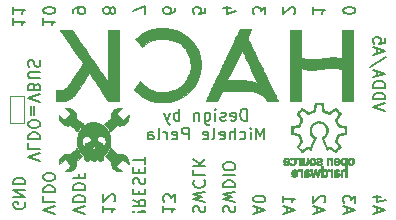
<source format=gbr>
G04 #@! TF.FileFunction,Legend,Bot*
%FSLAX46Y46*%
G04 Gerber Fmt 4.6, Leading zero omitted, Abs format (unit mm)*
G04 Created by KiCad (PCBNEW (2015-08-16 BZR 6097, Git b384c94)-product) date 05/01/2016 09:58:56*
%MOMM*%
G01*
G04 APERTURE LIST*
%ADD10C,0.100000*%
%ADD11C,0.200000*%
%ADD12C,0.010000*%
G04 APERTURE END LIST*
D10*
D11*
X185967619Y-86486191D02*
X184967619Y-86152858D01*
X185967619Y-85819524D01*
X184967619Y-85486191D02*
X185967619Y-85486191D01*
X185967619Y-85248096D01*
X185920000Y-85105238D01*
X185824762Y-85010000D01*
X185729524Y-84962381D01*
X185539048Y-84914762D01*
X185396190Y-84914762D01*
X185205714Y-84962381D01*
X185110476Y-85010000D01*
X185015238Y-85105238D01*
X184967619Y-85248096D01*
X184967619Y-85486191D01*
X184967619Y-84486191D02*
X185967619Y-84486191D01*
X185967619Y-84248096D01*
X185920000Y-84105238D01*
X185824762Y-84010000D01*
X185729524Y-83962381D01*
X185539048Y-83914762D01*
X185396190Y-83914762D01*
X185205714Y-83962381D01*
X185110476Y-84010000D01*
X185015238Y-84105238D01*
X184967619Y-84248096D01*
X184967619Y-84486191D01*
X185253333Y-83533810D02*
X185253333Y-83057619D01*
X184967619Y-83629048D02*
X185967619Y-83295715D01*
X184967619Y-82962381D01*
X186015238Y-81914762D02*
X184729524Y-82771905D01*
X185253333Y-81629048D02*
X185253333Y-81152857D01*
X184967619Y-81724286D02*
X185967619Y-81390953D01*
X184967619Y-81057619D01*
X185967619Y-80248095D02*
X185967619Y-80724286D01*
X185491429Y-80771905D01*
X185539048Y-80724286D01*
X185586667Y-80629048D01*
X185586667Y-80390952D01*
X185539048Y-80295714D01*
X185491429Y-80248095D01*
X185396190Y-80200476D01*
X185158095Y-80200476D01*
X185062857Y-80248095D01*
X185015238Y-80295714D01*
X184967619Y-80390952D01*
X184967619Y-80629048D01*
X185015238Y-80724286D01*
X185062857Y-80771905D01*
X183427619Y-77993810D02*
X183427619Y-77898571D01*
X183380000Y-77803333D01*
X183332381Y-77755714D01*
X183237143Y-77708095D01*
X183046667Y-77660476D01*
X182808571Y-77660476D01*
X182618095Y-77708095D01*
X182522857Y-77755714D01*
X182475238Y-77803333D01*
X182427619Y-77898571D01*
X182427619Y-77993810D01*
X182475238Y-78089048D01*
X182522857Y-78136667D01*
X182618095Y-78184286D01*
X182808571Y-78231905D01*
X183046667Y-78231905D01*
X183237143Y-78184286D01*
X183332381Y-78136667D01*
X183380000Y-78089048D01*
X183427619Y-77993810D01*
X179887619Y-77660476D02*
X179887619Y-78231905D01*
X179887619Y-77946191D02*
X180887619Y-77946191D01*
X180744762Y-78041429D01*
X180649524Y-78136667D01*
X180601905Y-78231905D01*
X178252381Y-78231905D02*
X178300000Y-78184286D01*
X178347619Y-78089048D01*
X178347619Y-77850952D01*
X178300000Y-77755714D01*
X178252381Y-77708095D01*
X178157143Y-77660476D01*
X178061905Y-77660476D01*
X177919048Y-77708095D01*
X177347619Y-78279524D01*
X177347619Y-77660476D01*
X175807619Y-78279524D02*
X175807619Y-77660476D01*
X175426667Y-77993810D01*
X175426667Y-77850952D01*
X175379048Y-77755714D01*
X175331429Y-77708095D01*
X175236190Y-77660476D01*
X174998095Y-77660476D01*
X174902857Y-77708095D01*
X174855238Y-77755714D01*
X174807619Y-77850952D01*
X174807619Y-78136667D01*
X174855238Y-78231905D01*
X174902857Y-78279524D01*
X172934286Y-77755714D02*
X172267619Y-77755714D01*
X173315238Y-77993810D02*
X172600952Y-78231905D01*
X172600952Y-77612857D01*
X170727619Y-77708095D02*
X170727619Y-78184286D01*
X170251429Y-78231905D01*
X170299048Y-78184286D01*
X170346667Y-78089048D01*
X170346667Y-77850952D01*
X170299048Y-77755714D01*
X170251429Y-77708095D01*
X170156190Y-77660476D01*
X169918095Y-77660476D01*
X169822857Y-77708095D01*
X169775238Y-77755714D01*
X169727619Y-77850952D01*
X169727619Y-78089048D01*
X169775238Y-78184286D01*
X169822857Y-78231905D01*
X168187619Y-77755714D02*
X168187619Y-77946191D01*
X168140000Y-78041429D01*
X168092381Y-78089048D01*
X167949524Y-78184286D01*
X167759048Y-78231905D01*
X167378095Y-78231905D01*
X167282857Y-78184286D01*
X167235238Y-78136667D01*
X167187619Y-78041429D01*
X167187619Y-77850952D01*
X167235238Y-77755714D01*
X167282857Y-77708095D01*
X167378095Y-77660476D01*
X167616190Y-77660476D01*
X167711429Y-77708095D01*
X167759048Y-77755714D01*
X167806667Y-77850952D01*
X167806667Y-78041429D01*
X167759048Y-78136667D01*
X167711429Y-78184286D01*
X167616190Y-78231905D01*
X165647619Y-78279524D02*
X165647619Y-77612857D01*
X164647619Y-78041429D01*
X162679048Y-78041429D02*
X162726667Y-78136667D01*
X162774286Y-78184286D01*
X162869524Y-78231905D01*
X162917143Y-78231905D01*
X163012381Y-78184286D01*
X163060000Y-78136667D01*
X163107619Y-78041429D01*
X163107619Y-77850952D01*
X163060000Y-77755714D01*
X163012381Y-77708095D01*
X162917143Y-77660476D01*
X162869524Y-77660476D01*
X162774286Y-77708095D01*
X162726667Y-77755714D01*
X162679048Y-77850952D01*
X162679048Y-78041429D01*
X162631429Y-78136667D01*
X162583810Y-78184286D01*
X162488571Y-78231905D01*
X162298095Y-78231905D01*
X162202857Y-78184286D01*
X162155238Y-78136667D01*
X162107619Y-78041429D01*
X162107619Y-77850952D01*
X162155238Y-77755714D01*
X162202857Y-77708095D01*
X162298095Y-77660476D01*
X162488571Y-77660476D01*
X162583810Y-77708095D01*
X162631429Y-77755714D01*
X162679048Y-77850952D01*
X159567619Y-78136667D02*
X159567619Y-77946191D01*
X159615238Y-77850952D01*
X159662857Y-77803333D01*
X159805714Y-77708095D01*
X159996190Y-77660476D01*
X160377143Y-77660476D01*
X160472381Y-77708095D01*
X160520000Y-77755714D01*
X160567619Y-77850952D01*
X160567619Y-78041429D01*
X160520000Y-78136667D01*
X160472381Y-78184286D01*
X160377143Y-78231905D01*
X160139048Y-78231905D01*
X160043810Y-78184286D01*
X159996190Y-78136667D01*
X159948571Y-78041429D01*
X159948571Y-77850952D01*
X159996190Y-77755714D01*
X160043810Y-77708095D01*
X160139048Y-77660476D01*
X157027619Y-78612857D02*
X157027619Y-79184286D01*
X157027619Y-78898572D02*
X158027619Y-78898572D01*
X157884762Y-78993810D01*
X157789524Y-79089048D01*
X157741905Y-79184286D01*
X158027619Y-77993810D02*
X158027619Y-77898571D01*
X157980000Y-77803333D01*
X157932381Y-77755714D01*
X157837143Y-77708095D01*
X157646667Y-77660476D01*
X157408571Y-77660476D01*
X157218095Y-77708095D01*
X157122857Y-77755714D01*
X157075238Y-77803333D01*
X157027619Y-77898571D01*
X157027619Y-77993810D01*
X157075238Y-78089048D01*
X157122857Y-78136667D01*
X157218095Y-78184286D01*
X157408571Y-78231905D01*
X157646667Y-78231905D01*
X157837143Y-78184286D01*
X157932381Y-78136667D01*
X157980000Y-78089048D01*
X158027619Y-77993810D01*
X154487619Y-78612857D02*
X154487619Y-79184286D01*
X154487619Y-78898572D02*
X155487619Y-78898572D01*
X155344762Y-78993810D01*
X155249524Y-79089048D01*
X155201905Y-79184286D01*
X154487619Y-77660476D02*
X154487619Y-78231905D01*
X154487619Y-77946191D02*
X155487619Y-77946191D01*
X155344762Y-78041429D01*
X155249524Y-78136667D01*
X155201905Y-78231905D01*
X185253333Y-95059524D02*
X185253333Y-94583333D01*
X184967619Y-95154762D02*
X185967619Y-94821429D01*
X184967619Y-94488095D01*
X185634286Y-93726190D02*
X184967619Y-93726190D01*
X186015238Y-93964286D02*
X185300952Y-94202381D01*
X185300952Y-93583333D01*
X182713333Y-95059524D02*
X182713333Y-94583333D01*
X182427619Y-95154762D02*
X183427619Y-94821429D01*
X182427619Y-94488095D01*
X183427619Y-94250000D02*
X183427619Y-93630952D01*
X183046667Y-93964286D01*
X183046667Y-93821428D01*
X182999048Y-93726190D01*
X182951429Y-93678571D01*
X182856190Y-93630952D01*
X182618095Y-93630952D01*
X182522857Y-93678571D01*
X182475238Y-93726190D01*
X182427619Y-93821428D01*
X182427619Y-94107143D01*
X182475238Y-94202381D01*
X182522857Y-94250000D01*
X180173333Y-95059524D02*
X180173333Y-94583333D01*
X179887619Y-95154762D02*
X180887619Y-94821429D01*
X179887619Y-94488095D01*
X180792381Y-94202381D02*
X180840000Y-94154762D01*
X180887619Y-94059524D01*
X180887619Y-93821428D01*
X180840000Y-93726190D01*
X180792381Y-93678571D01*
X180697143Y-93630952D01*
X180601905Y-93630952D01*
X180459048Y-93678571D01*
X179887619Y-94250000D01*
X179887619Y-93630952D01*
X177633333Y-95059524D02*
X177633333Y-94583333D01*
X177347619Y-95154762D02*
X178347619Y-94821429D01*
X177347619Y-94488095D01*
X177347619Y-93630952D02*
X177347619Y-94202381D01*
X177347619Y-93916667D02*
X178347619Y-93916667D01*
X178204762Y-94011905D01*
X178109524Y-94107143D01*
X178061905Y-94202381D01*
X175093333Y-95059524D02*
X175093333Y-94583333D01*
X174807619Y-95154762D02*
X175807619Y-94821429D01*
X174807619Y-94488095D01*
X175807619Y-93964286D02*
X175807619Y-93869047D01*
X175760000Y-93773809D01*
X175712381Y-93726190D01*
X175617143Y-93678571D01*
X175426667Y-93630952D01*
X175188571Y-93630952D01*
X174998095Y-93678571D01*
X174902857Y-93726190D01*
X174855238Y-93773809D01*
X174807619Y-93869047D01*
X174807619Y-93964286D01*
X174855238Y-94059524D01*
X174902857Y-94107143D01*
X174998095Y-94154762D01*
X175188571Y-94202381D01*
X175426667Y-94202381D01*
X175617143Y-94154762D01*
X175712381Y-94107143D01*
X175760000Y-94059524D01*
X175807619Y-93964286D01*
X172315238Y-95059524D02*
X172267619Y-94916667D01*
X172267619Y-94678571D01*
X172315238Y-94583333D01*
X172362857Y-94535714D01*
X172458095Y-94488095D01*
X172553333Y-94488095D01*
X172648571Y-94535714D01*
X172696190Y-94583333D01*
X172743810Y-94678571D01*
X172791429Y-94869048D01*
X172839048Y-94964286D01*
X172886667Y-95011905D01*
X172981905Y-95059524D01*
X173077143Y-95059524D01*
X173172381Y-95011905D01*
X173220000Y-94964286D01*
X173267619Y-94869048D01*
X173267619Y-94630952D01*
X173220000Y-94488095D01*
X173267619Y-94154762D02*
X172267619Y-93916667D01*
X172981905Y-93726190D01*
X172267619Y-93535714D01*
X173267619Y-93297619D01*
X172267619Y-92916667D02*
X173267619Y-92916667D01*
X173267619Y-92678572D01*
X173220000Y-92535714D01*
X173124762Y-92440476D01*
X173029524Y-92392857D01*
X172839048Y-92345238D01*
X172696190Y-92345238D01*
X172505714Y-92392857D01*
X172410476Y-92440476D01*
X172315238Y-92535714D01*
X172267619Y-92678572D01*
X172267619Y-92916667D01*
X172267619Y-91916667D02*
X173267619Y-91916667D01*
X173267619Y-91250001D02*
X173267619Y-91059524D01*
X173220000Y-90964286D01*
X173124762Y-90869048D01*
X172934286Y-90821429D01*
X172600952Y-90821429D01*
X172410476Y-90869048D01*
X172315238Y-90964286D01*
X172267619Y-91059524D01*
X172267619Y-91250001D01*
X172315238Y-91345239D01*
X172410476Y-91440477D01*
X172600952Y-91488096D01*
X172934286Y-91488096D01*
X173124762Y-91440477D01*
X173220000Y-91345239D01*
X173267619Y-91250001D01*
X169775238Y-95059524D02*
X169727619Y-94916667D01*
X169727619Y-94678571D01*
X169775238Y-94583333D01*
X169822857Y-94535714D01*
X169918095Y-94488095D01*
X170013333Y-94488095D01*
X170108571Y-94535714D01*
X170156190Y-94583333D01*
X170203810Y-94678571D01*
X170251429Y-94869048D01*
X170299048Y-94964286D01*
X170346667Y-95011905D01*
X170441905Y-95059524D01*
X170537143Y-95059524D01*
X170632381Y-95011905D01*
X170680000Y-94964286D01*
X170727619Y-94869048D01*
X170727619Y-94630952D01*
X170680000Y-94488095D01*
X170727619Y-94154762D02*
X169727619Y-93916667D01*
X170441905Y-93726190D01*
X169727619Y-93535714D01*
X170727619Y-93297619D01*
X169822857Y-92345238D02*
X169775238Y-92392857D01*
X169727619Y-92535714D01*
X169727619Y-92630952D01*
X169775238Y-92773810D01*
X169870476Y-92869048D01*
X169965714Y-92916667D01*
X170156190Y-92964286D01*
X170299048Y-92964286D01*
X170489524Y-92916667D01*
X170584762Y-92869048D01*
X170680000Y-92773810D01*
X170727619Y-92630952D01*
X170727619Y-92535714D01*
X170680000Y-92392857D01*
X170632381Y-92345238D01*
X169727619Y-91440476D02*
X169727619Y-91916667D01*
X170727619Y-91916667D01*
X169727619Y-91107143D02*
X170727619Y-91107143D01*
X169727619Y-90535714D02*
X170299048Y-90964286D01*
X170727619Y-90535714D02*
X170156190Y-91107143D01*
X167187619Y-94488095D02*
X167187619Y-95059524D01*
X167187619Y-94773810D02*
X168187619Y-94773810D01*
X168044762Y-94869048D01*
X167949524Y-94964286D01*
X167901905Y-95059524D01*
X168187619Y-94154762D02*
X168187619Y-93535714D01*
X167806667Y-93869048D01*
X167806667Y-93726190D01*
X167759048Y-93630952D01*
X167711429Y-93583333D01*
X167616190Y-93535714D01*
X167378095Y-93535714D01*
X167282857Y-93583333D01*
X167235238Y-93630952D01*
X167187619Y-93726190D01*
X167187619Y-94011905D01*
X167235238Y-94107143D01*
X167282857Y-94154762D01*
X164742857Y-95011905D02*
X164695238Y-94964286D01*
X164647619Y-95011905D01*
X164695238Y-95059524D01*
X164742857Y-95011905D01*
X164647619Y-95011905D01*
X165028571Y-95011905D02*
X165600000Y-95059524D01*
X165647619Y-95011905D01*
X165600000Y-94964286D01*
X165028571Y-95011905D01*
X165647619Y-95011905D01*
X164647619Y-93964286D02*
X165123810Y-94297620D01*
X164647619Y-94535715D02*
X165647619Y-94535715D01*
X165647619Y-94154762D01*
X165600000Y-94059524D01*
X165552381Y-94011905D01*
X165457143Y-93964286D01*
X165314286Y-93964286D01*
X165219048Y-94011905D01*
X165171429Y-94059524D01*
X165123810Y-94154762D01*
X165123810Y-94535715D01*
X165171429Y-93535715D02*
X165171429Y-93202381D01*
X164647619Y-93059524D02*
X164647619Y-93535715D01*
X165647619Y-93535715D01*
X165647619Y-93059524D01*
X164695238Y-92678572D02*
X164647619Y-92535715D01*
X164647619Y-92297619D01*
X164695238Y-92202381D01*
X164742857Y-92154762D01*
X164838095Y-92107143D01*
X164933333Y-92107143D01*
X165028571Y-92154762D01*
X165076190Y-92202381D01*
X165123810Y-92297619D01*
X165171429Y-92488096D01*
X165219048Y-92583334D01*
X165266667Y-92630953D01*
X165361905Y-92678572D01*
X165457143Y-92678572D01*
X165552381Y-92630953D01*
X165600000Y-92583334D01*
X165647619Y-92488096D01*
X165647619Y-92250000D01*
X165600000Y-92107143D01*
X165171429Y-91678572D02*
X165171429Y-91345238D01*
X164647619Y-91202381D02*
X164647619Y-91678572D01*
X165647619Y-91678572D01*
X165647619Y-91202381D01*
X165647619Y-90916667D02*
X165647619Y-90345238D01*
X164647619Y-90630953D02*
X165647619Y-90630953D01*
X162107619Y-94488095D02*
X162107619Y-95059524D01*
X162107619Y-94773810D02*
X163107619Y-94773810D01*
X162964762Y-94869048D01*
X162869524Y-94964286D01*
X162821905Y-95059524D01*
X163012381Y-94107143D02*
X163060000Y-94059524D01*
X163107619Y-93964286D01*
X163107619Y-93726190D01*
X163060000Y-93630952D01*
X163012381Y-93583333D01*
X162917143Y-93535714D01*
X162821905Y-93535714D01*
X162679048Y-93583333D01*
X162107619Y-94154762D01*
X162107619Y-93535714D01*
X160567619Y-95154762D02*
X159567619Y-94821429D01*
X160567619Y-94488095D01*
X159567619Y-94154762D02*
X160567619Y-94154762D01*
X160567619Y-93916667D01*
X160520000Y-93773809D01*
X160424762Y-93678571D01*
X160329524Y-93630952D01*
X160139048Y-93583333D01*
X159996190Y-93583333D01*
X159805714Y-93630952D01*
X159710476Y-93678571D01*
X159615238Y-93773809D01*
X159567619Y-93916667D01*
X159567619Y-94154762D01*
X159567619Y-93154762D02*
X160567619Y-93154762D01*
X160567619Y-92916667D01*
X160520000Y-92773809D01*
X160424762Y-92678571D01*
X160329524Y-92630952D01*
X160139048Y-92583333D01*
X159996190Y-92583333D01*
X159805714Y-92630952D01*
X159710476Y-92678571D01*
X159615238Y-92773809D01*
X159567619Y-92916667D01*
X159567619Y-93154762D01*
X160091429Y-91821428D02*
X160091429Y-92154762D01*
X159567619Y-92154762D02*
X160567619Y-92154762D01*
X160567619Y-91678571D01*
X158027619Y-95154762D02*
X157027619Y-94821429D01*
X158027619Y-94488095D01*
X157027619Y-93678571D02*
X157027619Y-94154762D01*
X158027619Y-94154762D01*
X157027619Y-93345238D02*
X158027619Y-93345238D01*
X158027619Y-93107143D01*
X157980000Y-92964285D01*
X157884762Y-92869047D01*
X157789524Y-92821428D01*
X157599048Y-92773809D01*
X157456190Y-92773809D01*
X157265714Y-92821428D01*
X157170476Y-92869047D01*
X157075238Y-92964285D01*
X157027619Y-93107143D01*
X157027619Y-93345238D01*
X158027619Y-92154762D02*
X158027619Y-91964285D01*
X157980000Y-91869047D01*
X157884762Y-91773809D01*
X157694286Y-91726190D01*
X157360952Y-91726190D01*
X157170476Y-91773809D01*
X157075238Y-91869047D01*
X157027619Y-91964285D01*
X157027619Y-92154762D01*
X157075238Y-92250000D01*
X157170476Y-92345238D01*
X157360952Y-92392857D01*
X157694286Y-92392857D01*
X157884762Y-92345238D01*
X157980000Y-92250000D01*
X158027619Y-92154762D01*
X155440000Y-94208095D02*
X155487619Y-94303333D01*
X155487619Y-94446190D01*
X155440000Y-94589048D01*
X155344762Y-94684286D01*
X155249524Y-94731905D01*
X155059048Y-94779524D01*
X154916190Y-94779524D01*
X154725714Y-94731905D01*
X154630476Y-94684286D01*
X154535238Y-94589048D01*
X154487619Y-94446190D01*
X154487619Y-94350952D01*
X154535238Y-94208095D01*
X154582857Y-94160476D01*
X154916190Y-94160476D01*
X154916190Y-94350952D01*
X154487619Y-93731905D02*
X155487619Y-93731905D01*
X154487619Y-93160476D01*
X155487619Y-93160476D01*
X154487619Y-92684286D02*
X155487619Y-92684286D01*
X155487619Y-92446191D01*
X155440000Y-92303333D01*
X155344762Y-92208095D01*
X155249524Y-92160476D01*
X155059048Y-92112857D01*
X154916190Y-92112857D01*
X154725714Y-92160476D01*
X154630476Y-92208095D01*
X154535238Y-92303333D01*
X154487619Y-92446191D01*
X154487619Y-92684286D01*
X174267381Y-87282381D02*
X174267381Y-86282381D01*
X174029286Y-86282381D01*
X173886428Y-86330000D01*
X173791190Y-86425238D01*
X173743571Y-86520476D01*
X173695952Y-86710952D01*
X173695952Y-86853810D01*
X173743571Y-87044286D01*
X173791190Y-87139524D01*
X173886428Y-87234762D01*
X174029286Y-87282381D01*
X174267381Y-87282381D01*
X172886428Y-87234762D02*
X172981666Y-87282381D01*
X173172143Y-87282381D01*
X173267381Y-87234762D01*
X173315000Y-87139524D01*
X173315000Y-86758571D01*
X173267381Y-86663333D01*
X173172143Y-86615714D01*
X172981666Y-86615714D01*
X172886428Y-86663333D01*
X172838809Y-86758571D01*
X172838809Y-86853810D01*
X173315000Y-86949048D01*
X172457857Y-87234762D02*
X172362619Y-87282381D01*
X172172143Y-87282381D01*
X172076904Y-87234762D01*
X172029285Y-87139524D01*
X172029285Y-87091905D01*
X172076904Y-86996667D01*
X172172143Y-86949048D01*
X172315000Y-86949048D01*
X172410238Y-86901429D01*
X172457857Y-86806190D01*
X172457857Y-86758571D01*
X172410238Y-86663333D01*
X172315000Y-86615714D01*
X172172143Y-86615714D01*
X172076904Y-86663333D01*
X171600714Y-87282381D02*
X171600714Y-86615714D01*
X171600714Y-86282381D02*
X171648333Y-86330000D01*
X171600714Y-86377619D01*
X171553095Y-86330000D01*
X171600714Y-86282381D01*
X171600714Y-86377619D01*
X170695952Y-86615714D02*
X170695952Y-87425238D01*
X170743571Y-87520476D01*
X170791190Y-87568095D01*
X170886429Y-87615714D01*
X171029286Y-87615714D01*
X171124524Y-87568095D01*
X170695952Y-87234762D02*
X170791190Y-87282381D01*
X170981667Y-87282381D01*
X171076905Y-87234762D01*
X171124524Y-87187143D01*
X171172143Y-87091905D01*
X171172143Y-86806190D01*
X171124524Y-86710952D01*
X171076905Y-86663333D01*
X170981667Y-86615714D01*
X170791190Y-86615714D01*
X170695952Y-86663333D01*
X170219762Y-86615714D02*
X170219762Y-87282381D01*
X170219762Y-86710952D02*
X170172143Y-86663333D01*
X170076905Y-86615714D01*
X169934047Y-86615714D01*
X169838809Y-86663333D01*
X169791190Y-86758571D01*
X169791190Y-87282381D01*
X168553095Y-87282381D02*
X168553095Y-86282381D01*
X168553095Y-86663333D02*
X168457857Y-86615714D01*
X168267380Y-86615714D01*
X168172142Y-86663333D01*
X168124523Y-86710952D01*
X168076904Y-86806190D01*
X168076904Y-87091905D01*
X168124523Y-87187143D01*
X168172142Y-87234762D01*
X168267380Y-87282381D01*
X168457857Y-87282381D01*
X168553095Y-87234762D01*
X167743571Y-86615714D02*
X167505476Y-87282381D01*
X167267380Y-86615714D02*
X167505476Y-87282381D01*
X167600714Y-87520476D01*
X167648333Y-87568095D01*
X167743571Y-87615714D01*
X175719763Y-88882381D02*
X175719763Y-87882381D01*
X175386429Y-88596667D01*
X175053096Y-87882381D01*
X175053096Y-88882381D01*
X174576906Y-88882381D02*
X174576906Y-88215714D01*
X174576906Y-87882381D02*
X174624525Y-87930000D01*
X174576906Y-87977619D01*
X174529287Y-87930000D01*
X174576906Y-87882381D01*
X174576906Y-87977619D01*
X173672144Y-88834762D02*
X173767382Y-88882381D01*
X173957859Y-88882381D01*
X174053097Y-88834762D01*
X174100716Y-88787143D01*
X174148335Y-88691905D01*
X174148335Y-88406190D01*
X174100716Y-88310952D01*
X174053097Y-88263333D01*
X173957859Y-88215714D01*
X173767382Y-88215714D01*
X173672144Y-88263333D01*
X173243573Y-88882381D02*
X173243573Y-87882381D01*
X172815001Y-88882381D02*
X172815001Y-88358571D01*
X172862620Y-88263333D01*
X172957858Y-88215714D01*
X173100716Y-88215714D01*
X173195954Y-88263333D01*
X173243573Y-88310952D01*
X171957858Y-88834762D02*
X172053096Y-88882381D01*
X172243573Y-88882381D01*
X172338811Y-88834762D01*
X172386430Y-88739524D01*
X172386430Y-88358571D01*
X172338811Y-88263333D01*
X172243573Y-88215714D01*
X172053096Y-88215714D01*
X171957858Y-88263333D01*
X171910239Y-88358571D01*
X171910239Y-88453810D01*
X172386430Y-88549048D01*
X171338811Y-88882381D02*
X171434049Y-88834762D01*
X171481668Y-88739524D01*
X171481668Y-87882381D01*
X170576905Y-88834762D02*
X170672143Y-88882381D01*
X170862620Y-88882381D01*
X170957858Y-88834762D01*
X171005477Y-88739524D01*
X171005477Y-88358571D01*
X170957858Y-88263333D01*
X170862620Y-88215714D01*
X170672143Y-88215714D01*
X170576905Y-88263333D01*
X170529286Y-88358571D01*
X170529286Y-88453810D01*
X171005477Y-88549048D01*
X169338810Y-88882381D02*
X169338810Y-87882381D01*
X168957857Y-87882381D01*
X168862619Y-87930000D01*
X168815000Y-87977619D01*
X168767381Y-88072857D01*
X168767381Y-88215714D01*
X168815000Y-88310952D01*
X168862619Y-88358571D01*
X168957857Y-88406190D01*
X169338810Y-88406190D01*
X167957857Y-88834762D02*
X168053095Y-88882381D01*
X168243572Y-88882381D01*
X168338810Y-88834762D01*
X168386429Y-88739524D01*
X168386429Y-88358571D01*
X168338810Y-88263333D01*
X168243572Y-88215714D01*
X168053095Y-88215714D01*
X167957857Y-88263333D01*
X167910238Y-88358571D01*
X167910238Y-88453810D01*
X168386429Y-88549048D01*
X167481667Y-88882381D02*
X167481667Y-88215714D01*
X167481667Y-88406190D02*
X167434048Y-88310952D01*
X167386429Y-88263333D01*
X167291191Y-88215714D01*
X167195952Y-88215714D01*
X166719762Y-88882381D02*
X166815000Y-88834762D01*
X166862619Y-88739524D01*
X166862619Y-87882381D01*
X165910237Y-88882381D02*
X165910237Y-88358571D01*
X165957856Y-88263333D01*
X166053094Y-88215714D01*
X166243571Y-88215714D01*
X166338809Y-88263333D01*
X165910237Y-88834762D02*
X166005475Y-88882381D01*
X166243571Y-88882381D01*
X166338809Y-88834762D01*
X166386428Y-88739524D01*
X166386428Y-88644286D01*
X166338809Y-88549048D01*
X166243571Y-88501429D01*
X166005475Y-88501429D01*
X165910237Y-88453810D01*
X156757619Y-90669524D02*
X155757619Y-90336191D01*
X156757619Y-90002857D01*
X155757619Y-89193333D02*
X155757619Y-89669524D01*
X156757619Y-89669524D01*
X155757619Y-88860000D02*
X156757619Y-88860000D01*
X156757619Y-88621905D01*
X156710000Y-88479047D01*
X156614762Y-88383809D01*
X156519524Y-88336190D01*
X156329048Y-88288571D01*
X156186190Y-88288571D01*
X155995714Y-88336190D01*
X155900476Y-88383809D01*
X155805238Y-88479047D01*
X155757619Y-88621905D01*
X155757619Y-88860000D01*
X156757619Y-87669524D02*
X156757619Y-87479047D01*
X156710000Y-87383809D01*
X156614762Y-87288571D01*
X156424286Y-87240952D01*
X156090952Y-87240952D01*
X155900476Y-87288571D01*
X155805238Y-87383809D01*
X155757619Y-87479047D01*
X155757619Y-87669524D01*
X155805238Y-87764762D01*
X155900476Y-87860000D01*
X156090952Y-87907619D01*
X156424286Y-87907619D01*
X156614762Y-87860000D01*
X156710000Y-87764762D01*
X156757619Y-87669524D01*
X156281429Y-86812381D02*
X156281429Y-86050476D01*
X155995714Y-86050476D02*
X155995714Y-86812381D01*
X156757619Y-85717143D02*
X155757619Y-85383810D01*
X156757619Y-85050476D01*
X156281429Y-84383809D02*
X156233810Y-84240952D01*
X156186190Y-84193333D01*
X156090952Y-84145714D01*
X155948095Y-84145714D01*
X155852857Y-84193333D01*
X155805238Y-84240952D01*
X155757619Y-84336190D01*
X155757619Y-84717143D01*
X156757619Y-84717143D01*
X156757619Y-84383809D01*
X156710000Y-84288571D01*
X156662381Y-84240952D01*
X156567143Y-84193333D01*
X156471905Y-84193333D01*
X156376667Y-84240952D01*
X156329048Y-84288571D01*
X156281429Y-84383809D01*
X156281429Y-84717143D01*
X156757619Y-83717143D02*
X155948095Y-83717143D01*
X155852857Y-83669524D01*
X155805238Y-83621905D01*
X155757619Y-83526667D01*
X155757619Y-83336190D01*
X155805238Y-83240952D01*
X155852857Y-83193333D01*
X155948095Y-83145714D01*
X156757619Y-83145714D01*
X155805238Y-82717143D02*
X155757619Y-82574286D01*
X155757619Y-82336190D01*
X155805238Y-82240952D01*
X155852857Y-82193333D01*
X155948095Y-82145714D01*
X156043333Y-82145714D01*
X156138571Y-82193333D01*
X156186190Y-82240952D01*
X156233810Y-82336190D01*
X156281429Y-82526667D01*
X156329048Y-82621905D01*
X156376667Y-82669524D01*
X156471905Y-82717143D01*
X156567143Y-82717143D01*
X156662381Y-82669524D01*
X156710000Y-82621905D01*
X156757619Y-82526667D01*
X156757619Y-82288571D01*
X156710000Y-82145714D01*
D12*
G36*
X181812971Y-91411300D02*
X181793238Y-91414373D01*
X181732804Y-91431937D01*
X181685873Y-91459407D01*
X181652016Y-91497067D01*
X181642970Y-91513123D01*
X181637034Y-91525732D01*
X181632356Y-91538087D01*
X181628760Y-91552359D01*
X181626066Y-91570718D01*
X181624098Y-91595333D01*
X181622678Y-91628373D01*
X181621627Y-91672010D01*
X181620768Y-91728412D01*
X181619994Y-91793484D01*
X181617288Y-92032667D01*
X181745467Y-92032667D01*
X181745655Y-92005150D01*
X181745843Y-91977634D01*
X181760472Y-91996352D01*
X181789613Y-92020094D01*
X181832566Y-92034846D01*
X181888662Y-92040396D01*
X181899712Y-92040406D01*
X181933531Y-92039163D01*
X181963225Y-92036601D01*
X181982433Y-92033270D01*
X181982588Y-92033223D01*
X182036289Y-92009391D01*
X182077392Y-91974956D01*
X182105052Y-91931016D01*
X182118420Y-91878670D01*
X182119576Y-91855767D01*
X182118695Y-91844124D01*
X182002811Y-91844124D01*
X181998584Y-91870694D01*
X181985043Y-91894031D01*
X181962171Y-91909703D01*
X181927920Y-91918459D01*
X181880240Y-91921052D01*
X181862109Y-91920712D01*
X181824502Y-91918897D01*
X181799645Y-91915716D01*
X181783358Y-91910241D01*
X181771465Y-91901544D01*
X181770197Y-91900302D01*
X181758840Y-91883828D01*
X181751666Y-91859206D01*
X181747571Y-91825291D01*
X181742999Y-91768344D01*
X181844095Y-91771389D01*
X181891254Y-91773372D01*
X181924782Y-91776327D01*
X181947977Y-91780739D01*
X181964134Y-91787094D01*
X181968473Y-91789693D01*
X181993464Y-91814269D01*
X182002811Y-91844124D01*
X182118695Y-91844124D01*
X182116061Y-91809330D01*
X182104172Y-91772534D01*
X182081497Y-91739171D01*
X182068960Y-91725493D01*
X182043880Y-91703861D01*
X182014949Y-91688138D01*
X181979226Y-91677561D01*
X181933764Y-91671367D01*
X181875620Y-91668790D01*
X181849763Y-91668600D01*
X181745467Y-91668600D01*
X181745467Y-91625710D01*
X181748361Y-91587513D01*
X181758413Y-91561565D01*
X181777680Y-91543969D01*
X181792443Y-91536650D01*
X181820881Y-91528953D01*
X181855322Y-91525734D01*
X181891907Y-91526528D01*
X181926775Y-91530871D01*
X181956067Y-91538300D01*
X181975921Y-91548350D01*
X181982533Y-91559498D01*
X181989101Y-91566676D01*
X181991784Y-91567000D01*
X182004132Y-91561924D01*
X182023670Y-91549097D01*
X182045874Y-91532126D01*
X182066224Y-91514614D01*
X182080198Y-91500167D01*
X182083773Y-91493669D01*
X182077285Y-91480903D01*
X182059936Y-91463841D01*
X182035942Y-91445894D01*
X182009520Y-91430474D01*
X182000561Y-91426340D01*
X181963469Y-91415731D01*
X181915873Y-91409459D01*
X181863723Y-91407867D01*
X181812971Y-91411300D01*
X181812971Y-91411300D01*
G37*
X181812971Y-91411300D02*
X181793238Y-91414373D01*
X181732804Y-91431937D01*
X181685873Y-91459407D01*
X181652016Y-91497067D01*
X181642970Y-91513123D01*
X181637034Y-91525732D01*
X181632356Y-91538087D01*
X181628760Y-91552359D01*
X181626066Y-91570718D01*
X181624098Y-91595333D01*
X181622678Y-91628373D01*
X181621627Y-91672010D01*
X181620768Y-91728412D01*
X181619994Y-91793484D01*
X181617288Y-92032667D01*
X181745467Y-92032667D01*
X181745655Y-92005150D01*
X181745843Y-91977634D01*
X181760472Y-91996352D01*
X181789613Y-92020094D01*
X181832566Y-92034846D01*
X181888662Y-92040396D01*
X181899712Y-92040406D01*
X181933531Y-92039163D01*
X181963225Y-92036601D01*
X181982433Y-92033270D01*
X181982588Y-92033223D01*
X182036289Y-92009391D01*
X182077392Y-91974956D01*
X182105052Y-91931016D01*
X182118420Y-91878670D01*
X182119576Y-91855767D01*
X182118695Y-91844124D01*
X182002811Y-91844124D01*
X181998584Y-91870694D01*
X181985043Y-91894031D01*
X181962171Y-91909703D01*
X181927920Y-91918459D01*
X181880240Y-91921052D01*
X181862109Y-91920712D01*
X181824502Y-91918897D01*
X181799645Y-91915716D01*
X181783358Y-91910241D01*
X181771465Y-91901544D01*
X181770197Y-91900302D01*
X181758840Y-91883828D01*
X181751666Y-91859206D01*
X181747571Y-91825291D01*
X181742999Y-91768344D01*
X181844095Y-91771389D01*
X181891254Y-91773372D01*
X181924782Y-91776327D01*
X181947977Y-91780739D01*
X181964134Y-91787094D01*
X181968473Y-91789693D01*
X181993464Y-91814269D01*
X182002811Y-91844124D01*
X182118695Y-91844124D01*
X182116061Y-91809330D01*
X182104172Y-91772534D01*
X182081497Y-91739171D01*
X182068960Y-91725493D01*
X182043880Y-91703861D01*
X182014949Y-91688138D01*
X181979226Y-91677561D01*
X181933764Y-91671367D01*
X181875620Y-91668790D01*
X181849763Y-91668600D01*
X181745467Y-91668600D01*
X181745467Y-91625710D01*
X181748361Y-91587513D01*
X181758413Y-91561565D01*
X181777680Y-91543969D01*
X181792443Y-91536650D01*
X181820881Y-91528953D01*
X181855322Y-91525734D01*
X181891907Y-91526528D01*
X181926775Y-91530871D01*
X181956067Y-91538300D01*
X181975921Y-91548350D01*
X181982533Y-91559498D01*
X181989101Y-91566676D01*
X181991784Y-91567000D01*
X182004132Y-91561924D01*
X182023670Y-91549097D01*
X182045874Y-91532126D01*
X182066224Y-91514614D01*
X182080198Y-91500167D01*
X182083773Y-91493669D01*
X182077285Y-91480903D01*
X182059936Y-91463841D01*
X182035942Y-91445894D01*
X182009520Y-91430474D01*
X182000561Y-91426340D01*
X181963469Y-91415731D01*
X181915873Y-91409459D01*
X181863723Y-91407867D01*
X181812971Y-91411300D01*
G36*
X180560133Y-92032667D02*
X180687133Y-92032667D01*
X180687133Y-91970448D01*
X180706183Y-91988332D01*
X180745353Y-92014847D01*
X180794002Y-92032574D01*
X180846596Y-92040552D01*
X180897599Y-92037819D01*
X180932667Y-92027655D01*
X180971656Y-92003638D01*
X181008301Y-91968269D01*
X181037123Y-91926837D01*
X181037125Y-91926834D01*
X181043554Y-91913800D01*
X181048279Y-91900116D01*
X181051559Y-91883019D01*
X181053655Y-91859748D01*
X181054827Y-91827542D01*
X181055332Y-91783640D01*
X181055433Y-91732100D01*
X181055357Y-91719400D01*
X180932434Y-91719400D01*
X180931294Y-91775746D01*
X180927187Y-91818251D01*
X180919381Y-91849859D01*
X180907145Y-91873514D01*
X180889746Y-91892161D01*
X180889436Y-91892423D01*
X180869147Y-91906148D01*
X180846327Y-91912636D01*
X180817297Y-91914134D01*
X180786117Y-91911853D01*
X180758137Y-91906039D01*
X180747121Y-91901806D01*
X180725374Y-91886264D01*
X180709676Y-91863921D01*
X180699281Y-91832387D01*
X180693441Y-91789272D01*
X180691407Y-91732185D01*
X180691384Y-91723634D01*
X180692294Y-91671492D01*
X180695635Y-91632742D01*
X180702350Y-91603906D01*
X180713385Y-91581507D01*
X180729683Y-91562069D01*
X180737198Y-91554966D01*
X180761718Y-91541937D01*
X180795556Y-91535117D01*
X180832104Y-91534972D01*
X180864751Y-91541963D01*
X180872681Y-91545461D01*
X180897059Y-91563483D01*
X180914462Y-91589916D01*
X180925635Y-91626925D01*
X180931321Y-91676677D01*
X180932434Y-91719400D01*
X181055357Y-91719400D01*
X181055039Y-91666877D01*
X181053518Y-91615921D01*
X181050363Y-91576576D01*
X181045066Y-91546187D01*
X181037119Y-91522098D01*
X181026016Y-91501655D01*
X181011248Y-91482201D01*
X181006656Y-91476875D01*
X180967830Y-91441687D01*
X180923835Y-91420364D01*
X180871110Y-91411385D01*
X180852233Y-91410870D01*
X180810034Y-91413511D01*
X180773860Y-91422894D01*
X180737482Y-91441208D01*
X180706183Y-91462221D01*
X180687133Y-91475932D01*
X180687133Y-91160600D01*
X180560133Y-91160600D01*
X180560133Y-92032667D01*
X180560133Y-92032667D01*
G37*
X180560133Y-92032667D02*
X180687133Y-92032667D01*
X180687133Y-91970448D01*
X180706183Y-91988332D01*
X180745353Y-92014847D01*
X180794002Y-92032574D01*
X180846596Y-92040552D01*
X180897599Y-92037819D01*
X180932667Y-92027655D01*
X180971656Y-92003638D01*
X181008301Y-91968269D01*
X181037123Y-91926837D01*
X181037125Y-91926834D01*
X181043554Y-91913800D01*
X181048279Y-91900116D01*
X181051559Y-91883019D01*
X181053655Y-91859748D01*
X181054827Y-91827542D01*
X181055332Y-91783640D01*
X181055433Y-91732100D01*
X181055357Y-91719400D01*
X180932434Y-91719400D01*
X180931294Y-91775746D01*
X180927187Y-91818251D01*
X180919381Y-91849859D01*
X180907145Y-91873514D01*
X180889746Y-91892161D01*
X180889436Y-91892423D01*
X180869147Y-91906148D01*
X180846327Y-91912636D01*
X180817297Y-91914134D01*
X180786117Y-91911853D01*
X180758137Y-91906039D01*
X180747121Y-91901806D01*
X180725374Y-91886264D01*
X180709676Y-91863921D01*
X180699281Y-91832387D01*
X180693441Y-91789272D01*
X180691407Y-91732185D01*
X180691384Y-91723634D01*
X180692294Y-91671492D01*
X180695635Y-91632742D01*
X180702350Y-91603906D01*
X180713385Y-91581507D01*
X180729683Y-91562069D01*
X180737198Y-91554966D01*
X180761718Y-91541937D01*
X180795556Y-91535117D01*
X180832104Y-91534972D01*
X180864751Y-91541963D01*
X180872681Y-91545461D01*
X180897059Y-91563483D01*
X180914462Y-91589916D01*
X180925635Y-91626925D01*
X180931321Y-91676677D01*
X180932434Y-91719400D01*
X181055357Y-91719400D01*
X181055039Y-91666877D01*
X181053518Y-91615921D01*
X181050363Y-91576576D01*
X181045066Y-91546187D01*
X181037119Y-91522098D01*
X181026016Y-91501655D01*
X181011248Y-91482201D01*
X181006656Y-91476875D01*
X180967830Y-91441687D01*
X180923835Y-91420364D01*
X180871110Y-91411385D01*
X180852233Y-91410870D01*
X180810034Y-91413511D01*
X180773860Y-91422894D01*
X180737482Y-91441208D01*
X180706183Y-91462221D01*
X180687133Y-91475932D01*
X180687133Y-91160600D01*
X180560133Y-91160600D01*
X180560133Y-92032667D01*
G36*
X179296834Y-91411723D02*
X179248315Y-91419619D01*
X179220668Y-91427304D01*
X179180839Y-91448659D01*
X179145904Y-91480780D01*
X179120623Y-91518739D01*
X179112944Y-91538884D01*
X179110261Y-91557280D01*
X179107959Y-91590577D01*
X179106110Y-91636748D01*
X179104781Y-91693765D01*
X179104044Y-91759598D01*
X179103914Y-91801950D01*
X179103867Y-92032667D01*
X179167367Y-92032667D01*
X179199657Y-92032440D01*
X179218583Y-92030911D01*
X179227715Y-92026806D01*
X179230623Y-92018853D01*
X179230867Y-92010024D01*
X179230867Y-91987382D01*
X179250678Y-92005993D01*
X179273307Y-92021661D01*
X179299305Y-92032869D01*
X179331533Y-92038358D01*
X179372716Y-92040313D01*
X179416098Y-92038899D01*
X179454922Y-92034285D01*
X179478034Y-92028447D01*
X179526164Y-92003744D01*
X179562459Y-91968263D01*
X179583626Y-91933212D01*
X179600437Y-91881178D01*
X179600892Y-91860663D01*
X179483679Y-91860663D01*
X179471055Y-91888284D01*
X179443860Y-91907957D01*
X179402413Y-91919437D01*
X179356149Y-91922569D01*
X179321692Y-91921381D01*
X179291515Y-91918223D01*
X179271607Y-91913746D01*
X179270299Y-91913200D01*
X179249112Y-91896643D01*
X179236311Y-91869006D01*
X179231085Y-91828281D01*
X179230867Y-91815477D01*
X179230867Y-91768417D01*
X179330728Y-91771425D01*
X179384929Y-91774287D01*
X179424601Y-91779676D01*
X179452066Y-91788422D01*
X179469644Y-91801355D01*
X179479655Y-91819306D01*
X179481417Y-91825341D01*
X179483679Y-91860663D01*
X179600892Y-91860663D01*
X179601598Y-91828945D01*
X179588009Y-91779428D01*
X179560567Y-91735540D01*
X179520170Y-91700196D01*
X179509891Y-91694000D01*
X179493419Y-91685500D01*
X179477032Y-91679494D01*
X179457211Y-91675445D01*
X179430436Y-91672819D01*
X179393186Y-91671081D01*
X179351517Y-91669923D01*
X179230867Y-91667012D01*
X179230867Y-91617336D01*
X179232238Y-91586131D01*
X179237355Y-91566187D01*
X179247726Y-91551982D01*
X179249039Y-91550730D01*
X179275212Y-91535955D01*
X179311907Y-91527348D01*
X179353863Y-91524942D01*
X179395821Y-91528768D01*
X179432521Y-91538858D01*
X179452054Y-91549508D01*
X179477422Y-91568263D01*
X179523410Y-91533542D01*
X179547669Y-91514411D01*
X179560157Y-91501567D01*
X179563146Y-91491837D01*
X179559562Y-91483070D01*
X179540000Y-91462552D01*
X179509168Y-91441949D01*
X179472425Y-91424369D01*
X179440756Y-91414174D01*
X179399831Y-91408596D01*
X179349598Y-91407914D01*
X179296834Y-91411723D01*
X179296834Y-91411723D01*
G37*
X179296834Y-91411723D02*
X179248315Y-91419619D01*
X179220668Y-91427304D01*
X179180839Y-91448659D01*
X179145904Y-91480780D01*
X179120623Y-91518739D01*
X179112944Y-91538884D01*
X179110261Y-91557280D01*
X179107959Y-91590577D01*
X179106110Y-91636748D01*
X179104781Y-91693765D01*
X179104044Y-91759598D01*
X179103914Y-91801950D01*
X179103867Y-92032667D01*
X179167367Y-92032667D01*
X179199657Y-92032440D01*
X179218583Y-92030911D01*
X179227715Y-92026806D01*
X179230623Y-92018853D01*
X179230867Y-92010024D01*
X179230867Y-91987382D01*
X179250678Y-92005993D01*
X179273307Y-92021661D01*
X179299305Y-92032869D01*
X179331533Y-92038358D01*
X179372716Y-92040313D01*
X179416098Y-92038899D01*
X179454922Y-92034285D01*
X179478034Y-92028447D01*
X179526164Y-92003744D01*
X179562459Y-91968263D01*
X179583626Y-91933212D01*
X179600437Y-91881178D01*
X179600892Y-91860663D01*
X179483679Y-91860663D01*
X179471055Y-91888284D01*
X179443860Y-91907957D01*
X179402413Y-91919437D01*
X179356149Y-91922569D01*
X179321692Y-91921381D01*
X179291515Y-91918223D01*
X179271607Y-91913746D01*
X179270299Y-91913200D01*
X179249112Y-91896643D01*
X179236311Y-91869006D01*
X179231085Y-91828281D01*
X179230867Y-91815477D01*
X179230867Y-91768417D01*
X179330728Y-91771425D01*
X179384929Y-91774287D01*
X179424601Y-91779676D01*
X179452066Y-91788422D01*
X179469644Y-91801355D01*
X179479655Y-91819306D01*
X179481417Y-91825341D01*
X179483679Y-91860663D01*
X179600892Y-91860663D01*
X179601598Y-91828945D01*
X179588009Y-91779428D01*
X179560567Y-91735540D01*
X179520170Y-91700196D01*
X179509891Y-91694000D01*
X179493419Y-91685500D01*
X179477032Y-91679494D01*
X179457211Y-91675445D01*
X179430436Y-91672819D01*
X179393186Y-91671081D01*
X179351517Y-91669923D01*
X179230867Y-91667012D01*
X179230867Y-91617336D01*
X179232238Y-91586131D01*
X179237355Y-91566187D01*
X179247726Y-91551982D01*
X179249039Y-91550730D01*
X179275212Y-91535955D01*
X179311907Y-91527348D01*
X179353863Y-91524942D01*
X179395821Y-91528768D01*
X179432521Y-91538858D01*
X179452054Y-91549508D01*
X179477422Y-91568263D01*
X179523410Y-91533542D01*
X179547669Y-91514411D01*
X179560157Y-91501567D01*
X179563146Y-91491837D01*
X179559562Y-91483070D01*
X179540000Y-91462552D01*
X179509168Y-91441949D01*
X179472425Y-91424369D01*
X179440756Y-91414174D01*
X179399831Y-91408596D01*
X179349598Y-91407914D01*
X179296834Y-91411723D01*
G36*
X178248122Y-91411475D02*
X178219148Y-91415493D01*
X178192792Y-91424024D01*
X178170996Y-91433990D01*
X178120101Y-91465317D01*
X178081605Y-91504104D01*
X178054476Y-91552183D01*
X178037679Y-91611381D01*
X178030188Y-91683417D01*
X178026680Y-91770200D01*
X178419951Y-91770200D01*
X178414136Y-91801950D01*
X178398824Y-91850775D01*
X178372888Y-91886474D01*
X178335804Y-91909512D01*
X178287052Y-91920353D01*
X178280392Y-91920856D01*
X178248242Y-91921618D01*
X178223359Y-91917894D01*
X178197504Y-91907842D01*
X178178053Y-91897983D01*
X178151370Y-91884211D01*
X178134769Y-91877673D01*
X178123360Y-91877685D01*
X178112258Y-91883563D01*
X178106086Y-91887921D01*
X178084010Y-91905967D01*
X178062467Y-91926756D01*
X178041300Y-91949501D01*
X178066700Y-91970395D01*
X178113717Y-92003632D01*
X178161303Y-92024698D01*
X178215221Y-92035697D01*
X178252967Y-92038337D01*
X178314674Y-92037526D01*
X178361164Y-92030452D01*
X178368450Y-92028336D01*
X178409597Y-92008329D01*
X178450329Y-91976852D01*
X178485456Y-91938682D01*
X178509790Y-91898596D01*
X178510064Y-91897965D01*
X178530216Y-91833134D01*
X178539805Y-91760521D01*
X178538889Y-91685453D01*
X178535237Y-91662250D01*
X178418020Y-91662250D01*
X178410050Y-91664426D01*
X178388026Y-91666281D01*
X178354824Y-91667675D01*
X178313323Y-91668469D01*
X178286833Y-91668600D01*
X178237151Y-91668538D01*
X178201919Y-91668106D01*
X178178654Y-91666939D01*
X178164872Y-91664669D01*
X178158091Y-91660931D01*
X178155828Y-91655357D01*
X178155600Y-91649227D01*
X178159400Y-91630241D01*
X178169011Y-91604574D01*
X178174650Y-91592704D01*
X178200877Y-91557321D01*
X178234414Y-91534875D01*
X178272129Y-91524975D01*
X178310889Y-91527226D01*
X178347562Y-91541238D01*
X178379014Y-91566617D01*
X178402114Y-91602971D01*
X178408741Y-91622034D01*
X178414545Y-91644702D01*
X178417781Y-91660013D01*
X178418020Y-91662250D01*
X178535237Y-91662250D01*
X178527524Y-91613258D01*
X178506340Y-91550504D01*
X178479668Y-91502562D01*
X178447337Y-91466483D01*
X178404646Y-91437221D01*
X178396900Y-91433024D01*
X178370950Y-91420961D01*
X178345996Y-91414094D01*
X178315442Y-91411076D01*
X178286833Y-91410531D01*
X178248122Y-91411475D01*
X178248122Y-91411475D01*
G37*
X178248122Y-91411475D02*
X178219148Y-91415493D01*
X178192792Y-91424024D01*
X178170996Y-91433990D01*
X178120101Y-91465317D01*
X178081605Y-91504104D01*
X178054476Y-91552183D01*
X178037679Y-91611381D01*
X178030188Y-91683417D01*
X178026680Y-91770200D01*
X178419951Y-91770200D01*
X178414136Y-91801950D01*
X178398824Y-91850775D01*
X178372888Y-91886474D01*
X178335804Y-91909512D01*
X178287052Y-91920353D01*
X178280392Y-91920856D01*
X178248242Y-91921618D01*
X178223359Y-91917894D01*
X178197504Y-91907842D01*
X178178053Y-91897983D01*
X178151370Y-91884211D01*
X178134769Y-91877673D01*
X178123360Y-91877685D01*
X178112258Y-91883563D01*
X178106086Y-91887921D01*
X178084010Y-91905967D01*
X178062467Y-91926756D01*
X178041300Y-91949501D01*
X178066700Y-91970395D01*
X178113717Y-92003632D01*
X178161303Y-92024698D01*
X178215221Y-92035697D01*
X178252967Y-92038337D01*
X178314674Y-92037526D01*
X178361164Y-92030452D01*
X178368450Y-92028336D01*
X178409597Y-92008329D01*
X178450329Y-91976852D01*
X178485456Y-91938682D01*
X178509790Y-91898596D01*
X178510064Y-91897965D01*
X178530216Y-91833134D01*
X178539805Y-91760521D01*
X178538889Y-91685453D01*
X178535237Y-91662250D01*
X178418020Y-91662250D01*
X178410050Y-91664426D01*
X178388026Y-91666281D01*
X178354824Y-91667675D01*
X178313323Y-91668469D01*
X178286833Y-91668600D01*
X178237151Y-91668538D01*
X178201919Y-91668106D01*
X178178654Y-91666939D01*
X178164872Y-91664669D01*
X178158091Y-91660931D01*
X178155828Y-91655357D01*
X178155600Y-91649227D01*
X178159400Y-91630241D01*
X178169011Y-91604574D01*
X178174650Y-91592704D01*
X178200877Y-91557321D01*
X178234414Y-91534875D01*
X178272129Y-91524975D01*
X178310889Y-91527226D01*
X178347562Y-91541238D01*
X178379014Y-91566617D01*
X178402114Y-91602971D01*
X178408741Y-91622034D01*
X178414545Y-91644702D01*
X178417781Y-91660013D01*
X178418020Y-91662250D01*
X178535237Y-91662250D01*
X178527524Y-91613258D01*
X178506340Y-91550504D01*
X178479668Y-91502562D01*
X178447337Y-91466483D01*
X178404646Y-91437221D01*
X178396900Y-91433024D01*
X178370950Y-91420961D01*
X178345996Y-91414094D01*
X178315442Y-91411076D01*
X178286833Y-91410531D01*
X178248122Y-91411475D01*
G36*
X182362559Y-90430440D02*
X182354028Y-90432614D01*
X182318781Y-90449130D01*
X182283242Y-90476925D01*
X182252477Y-90511213D01*
X182231549Y-90547209D01*
X182230824Y-90549039D01*
X182225048Y-90566626D01*
X182220869Y-90586868D01*
X182218050Y-90612727D01*
X182216353Y-90647162D01*
X182215540Y-90693137D01*
X182215367Y-90741500D01*
X182215809Y-90805418D01*
X182217504Y-90855176D01*
X182221004Y-90893536D01*
X182226860Y-90923258D01*
X182235625Y-90947101D01*
X182247850Y-90967825D01*
X182264088Y-90988191D01*
X182264885Y-90989101D01*
X182307032Y-91025164D01*
X182356620Y-91048189D01*
X182410172Y-91057764D01*
X182464210Y-91053480D01*
X182515255Y-91034925D01*
X182537100Y-91021248D01*
X182556864Y-91007244D01*
X182571821Y-90997282D01*
X182573083Y-90996517D01*
X182576272Y-90997913D01*
X182578790Y-91007272D01*
X182580706Y-91026068D01*
X182582084Y-91055778D01*
X182582993Y-91097876D01*
X182583498Y-91153837D01*
X182583666Y-91225138D01*
X182583667Y-91231495D01*
X182583667Y-91472722D01*
X182541231Y-91444164D01*
X182488140Y-91417753D01*
X182432916Y-91406949D01*
X182378117Y-91411086D01*
X182326300Y-91429501D01*
X182280025Y-91461530D01*
X182241849Y-91506508D01*
X182231150Y-91524667D01*
X182226460Y-91534895D01*
X182222739Y-91547346D01*
X182219847Y-91564089D01*
X182217642Y-91587190D01*
X182215983Y-91618718D01*
X182214728Y-91660739D01*
X182213736Y-91715323D01*
X182212865Y-91784535D01*
X182212767Y-91793484D01*
X182210166Y-92032667D01*
X182338134Y-92032667D01*
X182338134Y-91827218D01*
X182338250Y-91761776D01*
X182338701Y-91710998D01*
X182339635Y-91672616D01*
X182341202Y-91644363D01*
X182343552Y-91623970D01*
X182346835Y-91609169D01*
X182351201Y-91597693D01*
X182353604Y-91592922D01*
X182379089Y-91561988D01*
X182414005Y-91541851D01*
X182453941Y-91533554D01*
X182494487Y-91538138D01*
X182525265Y-91552352D01*
X182542394Y-91564723D01*
X182555810Y-91577707D01*
X182565966Y-91593457D01*
X182573310Y-91614129D01*
X182578293Y-91641877D01*
X182581367Y-91678855D01*
X182582982Y-91727219D01*
X182583587Y-91789123D01*
X182583654Y-91831584D01*
X182583667Y-92032667D01*
X182710667Y-92032667D01*
X182710667Y-90741500D01*
X182579417Y-90741500D01*
X182578398Y-90794786D01*
X182574695Y-90834556D01*
X182567311Y-90864147D01*
X182555246Y-90886893D01*
X182537501Y-90906127D01*
X182527661Y-90914319D01*
X182500058Y-90927109D01*
X182464059Y-90932026D01*
X182426378Y-90928846D01*
X182396314Y-90918739D01*
X182372278Y-90900307D01*
X182355155Y-90872384D01*
X182344294Y-90833040D01*
X182339047Y-90780347D01*
X182338319Y-90746716D01*
X182340533Y-90681699D01*
X182348048Y-90631574D01*
X182361717Y-90594894D01*
X182382391Y-90570212D01*
X182410921Y-90556083D01*
X182448158Y-90551060D01*
X182453504Y-90551000D01*
X182495224Y-90554149D01*
X182527146Y-90564720D01*
X182550383Y-90584396D01*
X182566049Y-90614861D01*
X182575256Y-90657801D01*
X182579119Y-90714898D01*
X182579417Y-90741500D01*
X182710667Y-90741500D01*
X182710667Y-90432467D01*
X182583667Y-90432467D01*
X182583667Y-90494685D01*
X182564617Y-90476802D01*
X182523331Y-90448751D01*
X182472692Y-90431003D01*
X182417501Y-90424563D01*
X182362559Y-90430440D01*
X182362559Y-90430440D01*
G37*
X182362559Y-90430440D02*
X182354028Y-90432614D01*
X182318781Y-90449130D01*
X182283242Y-90476925D01*
X182252477Y-90511213D01*
X182231549Y-90547209D01*
X182230824Y-90549039D01*
X182225048Y-90566626D01*
X182220869Y-90586868D01*
X182218050Y-90612727D01*
X182216353Y-90647162D01*
X182215540Y-90693137D01*
X182215367Y-90741500D01*
X182215809Y-90805418D01*
X182217504Y-90855176D01*
X182221004Y-90893536D01*
X182226860Y-90923258D01*
X182235625Y-90947101D01*
X182247850Y-90967825D01*
X182264088Y-90988191D01*
X182264885Y-90989101D01*
X182307032Y-91025164D01*
X182356620Y-91048189D01*
X182410172Y-91057764D01*
X182464210Y-91053480D01*
X182515255Y-91034925D01*
X182537100Y-91021248D01*
X182556864Y-91007244D01*
X182571821Y-90997282D01*
X182573083Y-90996517D01*
X182576272Y-90997913D01*
X182578790Y-91007272D01*
X182580706Y-91026068D01*
X182582084Y-91055778D01*
X182582993Y-91097876D01*
X182583498Y-91153837D01*
X182583666Y-91225138D01*
X182583667Y-91231495D01*
X182583667Y-91472722D01*
X182541231Y-91444164D01*
X182488140Y-91417753D01*
X182432916Y-91406949D01*
X182378117Y-91411086D01*
X182326300Y-91429501D01*
X182280025Y-91461530D01*
X182241849Y-91506508D01*
X182231150Y-91524667D01*
X182226460Y-91534895D01*
X182222739Y-91547346D01*
X182219847Y-91564089D01*
X182217642Y-91587190D01*
X182215983Y-91618718D01*
X182214728Y-91660739D01*
X182213736Y-91715323D01*
X182212865Y-91784535D01*
X182212767Y-91793484D01*
X182210166Y-92032667D01*
X182338134Y-92032667D01*
X182338134Y-91827218D01*
X182338250Y-91761776D01*
X182338701Y-91710998D01*
X182339635Y-91672616D01*
X182341202Y-91644363D01*
X182343552Y-91623970D01*
X182346835Y-91609169D01*
X182351201Y-91597693D01*
X182353604Y-91592922D01*
X182379089Y-91561988D01*
X182414005Y-91541851D01*
X182453941Y-91533554D01*
X182494487Y-91538138D01*
X182525265Y-91552352D01*
X182542394Y-91564723D01*
X182555810Y-91577707D01*
X182565966Y-91593457D01*
X182573310Y-91614129D01*
X182578293Y-91641877D01*
X182581367Y-91678855D01*
X182582982Y-91727219D01*
X182583587Y-91789123D01*
X182583654Y-91831584D01*
X182583667Y-92032667D01*
X182710667Y-92032667D01*
X182710667Y-90741500D01*
X182579417Y-90741500D01*
X182578398Y-90794786D01*
X182574695Y-90834556D01*
X182567311Y-90864147D01*
X182555246Y-90886893D01*
X182537501Y-90906127D01*
X182527661Y-90914319D01*
X182500058Y-90927109D01*
X182464059Y-90932026D01*
X182426378Y-90928846D01*
X182396314Y-90918739D01*
X182372278Y-90900307D01*
X182355155Y-90872384D01*
X182344294Y-90833040D01*
X182339047Y-90780347D01*
X182338319Y-90746716D01*
X182340533Y-90681699D01*
X182348048Y-90631574D01*
X182361717Y-90594894D01*
X182382391Y-90570212D01*
X182410921Y-90556083D01*
X182448158Y-90551060D01*
X182453504Y-90551000D01*
X182495224Y-90554149D01*
X182527146Y-90564720D01*
X182550383Y-90584396D01*
X182566049Y-90614861D01*
X182575256Y-90657801D01*
X182579119Y-90714898D01*
X182579417Y-90741500D01*
X182710667Y-90741500D01*
X182710667Y-90432467D01*
X182583667Y-90432467D01*
X182583667Y-90494685D01*
X182564617Y-90476802D01*
X182523331Y-90448751D01*
X182472692Y-90431003D01*
X182417501Y-90424563D01*
X182362559Y-90430440D01*
G36*
X181143228Y-91413438D02*
X181098323Y-91431142D01*
X181085427Y-91439729D01*
X181064721Y-91455347D01*
X181106175Y-91504824D01*
X181126167Y-91528756D01*
X181141393Y-91547121D01*
X181149058Y-91556541D01*
X181149428Y-91557041D01*
X181157257Y-91555444D01*
X181174089Y-91547936D01*
X181176993Y-91546458D01*
X181216033Y-91534428D01*
X181256928Y-91535367D01*
X181295175Y-91548014D01*
X181326273Y-91571108D01*
X181341170Y-91592400D01*
X181345903Y-91603737D01*
X181349525Y-91617899D01*
X181352180Y-91637146D01*
X181354010Y-91663741D01*
X181355158Y-91699945D01*
X181355767Y-91748019D01*
X181355979Y-91810226D01*
X181355987Y-91827350D01*
X181356000Y-92032667D01*
X181483000Y-92032667D01*
X181483000Y-91414600D01*
X181356000Y-91414600D01*
X181356000Y-91476819D01*
X181336950Y-91459400D01*
X181295027Y-91431067D01*
X181245892Y-91413738D01*
X181193855Y-91407749D01*
X181143228Y-91413438D01*
X181143228Y-91413438D01*
G37*
X181143228Y-91413438D02*
X181098323Y-91431142D01*
X181085427Y-91439729D01*
X181064721Y-91455347D01*
X181106175Y-91504824D01*
X181126167Y-91528756D01*
X181141393Y-91547121D01*
X181149058Y-91556541D01*
X181149428Y-91557041D01*
X181157257Y-91555444D01*
X181174089Y-91547936D01*
X181176993Y-91546458D01*
X181216033Y-91534428D01*
X181256928Y-91535367D01*
X181295175Y-91548014D01*
X181326273Y-91571108D01*
X181341170Y-91592400D01*
X181345903Y-91603737D01*
X181349525Y-91617899D01*
X181352180Y-91637146D01*
X181354010Y-91663741D01*
X181355158Y-91699945D01*
X181355767Y-91748019D01*
X181355979Y-91810226D01*
X181355987Y-91827350D01*
X181356000Y-92032667D01*
X181483000Y-92032667D01*
X181483000Y-91414600D01*
X181356000Y-91414600D01*
X181356000Y-91476819D01*
X181336950Y-91459400D01*
X181295027Y-91431067D01*
X181245892Y-91413738D01*
X181193855Y-91407749D01*
X181143228Y-91413438D01*
G36*
X180054435Y-91416315D02*
X180007333Y-91418834D01*
X179937226Y-91634734D01*
X179918627Y-91691076D01*
X179901558Y-91741011D01*
X179886725Y-91782608D01*
X179874838Y-91813937D01*
X179866604Y-91833072D01*
X179862730Y-91838080D01*
X179862666Y-91837934D01*
X179859286Y-91826504D01*
X179852145Y-91801118D01*
X179841906Y-91764167D01*
X179829228Y-91718040D01*
X179814771Y-91665128D01*
X179803416Y-91623381D01*
X179788166Y-91567609D01*
X179774239Y-91517434D01*
X179762279Y-91475116D01*
X179752930Y-91442914D01*
X179746837Y-91423089D01*
X179744778Y-91417689D01*
X179735059Y-91416147D01*
X179712932Y-91415609D01*
X179682897Y-91416167D01*
X179678199Y-91416342D01*
X179615458Y-91418834D01*
X179713146Y-91725740D01*
X179810834Y-92032647D01*
X179867471Y-92032657D01*
X179924109Y-92032667D01*
X179945266Y-91962817D01*
X179955219Y-91929676D01*
X179968478Y-91885128D01*
X179983606Y-91834023D01*
X179999166Y-91781208D01*
X180006123Y-91757500D01*
X180019708Y-91711636D01*
X180031981Y-91671116D01*
X180042026Y-91638892D01*
X180048929Y-91617916D01*
X180051401Y-91611504D01*
X180055162Y-91616409D01*
X180062919Y-91635602D01*
X180074001Y-91667094D01*
X180087733Y-91708897D01*
X180103441Y-91759021D01*
X180120224Y-91814704D01*
X180183469Y-92028434D01*
X180240684Y-92030940D01*
X180274707Y-92031274D01*
X180294301Y-92028388D01*
X180301570Y-92022473D01*
X180308769Y-92000535D01*
X180319696Y-91966689D01*
X180333666Y-91923099D01*
X180349995Y-91871929D01*
X180367998Y-91815342D01*
X180386990Y-91755503D01*
X180406288Y-91694575D01*
X180425205Y-91634721D01*
X180443059Y-91578107D01*
X180459163Y-91526895D01*
X180472833Y-91483249D01*
X180483385Y-91449333D01*
X180490134Y-91427311D01*
X180492400Y-91419369D01*
X180484625Y-91417079D01*
X180464011Y-91415930D01*
X180434627Y-91416109D01*
X180426973Y-91416361D01*
X180361545Y-91418834D01*
X180305846Y-91622034D01*
X180290322Y-91678533D01*
X180276118Y-91729972D01*
X180263896Y-91773979D01*
X180254314Y-91808185D01*
X180248033Y-91830219D01*
X180245877Y-91837356D01*
X180242479Y-91832371D01*
X180234713Y-91813594D01*
X180223377Y-91783355D01*
X180209274Y-91743989D01*
X180193201Y-91697826D01*
X180175960Y-91647200D01*
X180158350Y-91594442D01*
X180141170Y-91541885D01*
X180125221Y-91491862D01*
X180111303Y-91446705D01*
X180107286Y-91433248D01*
X180102360Y-91422162D01*
X180093016Y-91416745D01*
X180074622Y-91415512D01*
X180054435Y-91416315D01*
X180054435Y-91416315D01*
G37*
X180054435Y-91416315D02*
X180007333Y-91418834D01*
X179937226Y-91634734D01*
X179918627Y-91691076D01*
X179901558Y-91741011D01*
X179886725Y-91782608D01*
X179874838Y-91813937D01*
X179866604Y-91833072D01*
X179862730Y-91838080D01*
X179862666Y-91837934D01*
X179859286Y-91826504D01*
X179852145Y-91801118D01*
X179841906Y-91764167D01*
X179829228Y-91718040D01*
X179814771Y-91665128D01*
X179803416Y-91623381D01*
X179788166Y-91567609D01*
X179774239Y-91517434D01*
X179762279Y-91475116D01*
X179752930Y-91442914D01*
X179746837Y-91423089D01*
X179744778Y-91417689D01*
X179735059Y-91416147D01*
X179712932Y-91415609D01*
X179682897Y-91416167D01*
X179678199Y-91416342D01*
X179615458Y-91418834D01*
X179713146Y-91725740D01*
X179810834Y-92032647D01*
X179867471Y-92032657D01*
X179924109Y-92032667D01*
X179945266Y-91962817D01*
X179955219Y-91929676D01*
X179968478Y-91885128D01*
X179983606Y-91834023D01*
X179999166Y-91781208D01*
X180006123Y-91757500D01*
X180019708Y-91711636D01*
X180031981Y-91671116D01*
X180042026Y-91638892D01*
X180048929Y-91617916D01*
X180051401Y-91611504D01*
X180055162Y-91616409D01*
X180062919Y-91635602D01*
X180074001Y-91667094D01*
X180087733Y-91708897D01*
X180103441Y-91759021D01*
X180120224Y-91814704D01*
X180183469Y-92028434D01*
X180240684Y-92030940D01*
X180274707Y-92031274D01*
X180294301Y-92028388D01*
X180301570Y-92022473D01*
X180308769Y-92000535D01*
X180319696Y-91966689D01*
X180333666Y-91923099D01*
X180349995Y-91871929D01*
X180367998Y-91815342D01*
X180386990Y-91755503D01*
X180406288Y-91694575D01*
X180425205Y-91634721D01*
X180443059Y-91578107D01*
X180459163Y-91526895D01*
X180472833Y-91483249D01*
X180483385Y-91449333D01*
X180490134Y-91427311D01*
X180492400Y-91419369D01*
X180484625Y-91417079D01*
X180464011Y-91415930D01*
X180434627Y-91416109D01*
X180426973Y-91416361D01*
X180361545Y-91418834D01*
X180305846Y-91622034D01*
X180290322Y-91678533D01*
X180276118Y-91729972D01*
X180263896Y-91773979D01*
X180254314Y-91808185D01*
X180248033Y-91830219D01*
X180245877Y-91837356D01*
X180242479Y-91832371D01*
X180234713Y-91813594D01*
X180223377Y-91783355D01*
X180209274Y-91743989D01*
X180193201Y-91697826D01*
X180175960Y-91647200D01*
X180158350Y-91594442D01*
X180141170Y-91541885D01*
X180125221Y-91491862D01*
X180111303Y-91446705D01*
X180107286Y-91433248D01*
X180102360Y-91422162D01*
X180093016Y-91416745D01*
X180074622Y-91415512D01*
X180054435Y-91416315D01*
G36*
X178630103Y-91413418D02*
X178589035Y-91428071D01*
X178545012Y-91450009D01*
X178561639Y-91472521D01*
X178577423Y-91492792D01*
X178597865Y-91517692D01*
X178606521Y-91527886D01*
X178634777Y-91560738D01*
X178661468Y-91546936D01*
X178702733Y-91534465D01*
X178745174Y-91536900D01*
X178784528Y-91553110D01*
X178816530Y-91581964D01*
X178821890Y-91589481D01*
X178826715Y-91598451D01*
X178830487Y-91610318D01*
X178833371Y-91627249D01*
X178835535Y-91651408D01*
X178837145Y-91684961D01*
X178838367Y-91730076D01*
X178839369Y-91788916D01*
X178839820Y-91822719D01*
X178842473Y-92032667D01*
X178968400Y-92032667D01*
X178968400Y-91414600D01*
X178841400Y-91414600D01*
X178841400Y-91444234D01*
X178839432Y-91466022D01*
X178832447Y-91472461D01*
X178818827Y-91463981D01*
X178807938Y-91453131D01*
X178773451Y-91427900D01*
X178729328Y-91412529D01*
X178680050Y-91407530D01*
X178630103Y-91413418D01*
X178630103Y-91413418D01*
G37*
X178630103Y-91413418D02*
X178589035Y-91428071D01*
X178545012Y-91450009D01*
X178561639Y-91472521D01*
X178577423Y-91492792D01*
X178597865Y-91517692D01*
X178606521Y-91527886D01*
X178634777Y-91560738D01*
X178661468Y-91546936D01*
X178702733Y-91534465D01*
X178745174Y-91536900D01*
X178784528Y-91553110D01*
X178816530Y-91581964D01*
X178821890Y-91589481D01*
X178826715Y-91598451D01*
X178830487Y-91610318D01*
X178833371Y-91627249D01*
X178835535Y-91651408D01*
X178837145Y-91684961D01*
X178838367Y-91730076D01*
X178839369Y-91788916D01*
X178839820Y-91822719D01*
X178842473Y-92032667D01*
X178968400Y-92032667D01*
X178968400Y-91414600D01*
X178841400Y-91414600D01*
X178841400Y-91444234D01*
X178839432Y-91466022D01*
X178832447Y-91472461D01*
X178818827Y-91463981D01*
X178807938Y-91453131D01*
X178773451Y-91427900D01*
X178729328Y-91412529D01*
X178680050Y-91407530D01*
X178630103Y-91413418D01*
G36*
X183010292Y-90429403D02*
X182958306Y-90446694D01*
X182911674Y-90477501D01*
X182891215Y-90496348D01*
X182863401Y-90527980D01*
X182843175Y-90561214D01*
X182829503Y-90599415D01*
X182821353Y-90645945D01*
X182817692Y-90704170D01*
X182817225Y-90737267D01*
X182818688Y-90801939D01*
X182824064Y-90853447D01*
X182834171Y-90895275D01*
X182849830Y-90930909D01*
X182869859Y-90961237D01*
X182913538Y-91006510D01*
X182964682Y-91036929D01*
X183024467Y-91053089D01*
X183056833Y-91055966D01*
X183092621Y-91056053D01*
X183125629Y-91053916D01*
X183148974Y-91050011D01*
X183149753Y-91049782D01*
X183205506Y-91024209D01*
X183254123Y-90984853D01*
X183292681Y-90934330D01*
X183304978Y-90910834D01*
X183312639Y-90892686D01*
X183317996Y-90874781D01*
X183321454Y-90853612D01*
X183323415Y-90825674D01*
X183324283Y-90787459D01*
X183324435Y-90748673D01*
X183199079Y-90748673D01*
X183197577Y-90793197D01*
X183193787Y-90832669D01*
X183187711Y-90862722D01*
X183182223Y-90875627D01*
X183152604Y-90906352D01*
X183113952Y-90925481D01*
X183070437Y-90932024D01*
X183026227Y-90924992D01*
X183007288Y-90917170D01*
X182982684Y-90901662D01*
X182965053Y-90881947D01*
X182953374Y-90855213D01*
X182946627Y-90818648D01*
X182943790Y-90769441D01*
X182943517Y-90741500D01*
X182944040Y-90694558D01*
X182945872Y-90660938D01*
X182949435Y-90637055D01*
X182955151Y-90619320D01*
X182958745Y-90612009D01*
X182984883Y-90580132D01*
X183019804Y-90559714D01*
X183059753Y-90550833D01*
X183100974Y-90553567D01*
X183139711Y-90567993D01*
X183172209Y-90594191D01*
X183182223Y-90607374D01*
X183189868Y-90628446D01*
X183195225Y-90661931D01*
X183198296Y-90703462D01*
X183199079Y-90748673D01*
X183324435Y-90748673D01*
X183324464Y-90741500D01*
X183324232Y-90691047D01*
X183323266Y-90654018D01*
X183321165Y-90626904D01*
X183317526Y-90606200D01*
X183311946Y-90588398D01*
X183305027Y-90572167D01*
X183270569Y-90516000D01*
X183225214Y-90472319D01*
X183170465Y-90442079D01*
X183107828Y-90426235D01*
X183071691Y-90424000D01*
X183010292Y-90429403D01*
X183010292Y-90429403D01*
G37*
X183010292Y-90429403D02*
X182958306Y-90446694D01*
X182911674Y-90477501D01*
X182891215Y-90496348D01*
X182863401Y-90527980D01*
X182843175Y-90561214D01*
X182829503Y-90599415D01*
X182821353Y-90645945D01*
X182817692Y-90704170D01*
X182817225Y-90737267D01*
X182818688Y-90801939D01*
X182824064Y-90853447D01*
X182834171Y-90895275D01*
X182849830Y-90930909D01*
X182869859Y-90961237D01*
X182913538Y-91006510D01*
X182964682Y-91036929D01*
X183024467Y-91053089D01*
X183056833Y-91055966D01*
X183092621Y-91056053D01*
X183125629Y-91053916D01*
X183148974Y-91050011D01*
X183149753Y-91049782D01*
X183205506Y-91024209D01*
X183254123Y-90984853D01*
X183292681Y-90934330D01*
X183304978Y-90910834D01*
X183312639Y-90892686D01*
X183317996Y-90874781D01*
X183321454Y-90853612D01*
X183323415Y-90825674D01*
X183324283Y-90787459D01*
X183324435Y-90748673D01*
X183199079Y-90748673D01*
X183197577Y-90793197D01*
X183193787Y-90832669D01*
X183187711Y-90862722D01*
X183182223Y-90875627D01*
X183152604Y-90906352D01*
X183113952Y-90925481D01*
X183070437Y-90932024D01*
X183026227Y-90924992D01*
X183007288Y-90917170D01*
X182982684Y-90901662D01*
X182965053Y-90881947D01*
X182953374Y-90855213D01*
X182946627Y-90818648D01*
X182943790Y-90769441D01*
X182943517Y-90741500D01*
X182944040Y-90694558D01*
X182945872Y-90660938D01*
X182949435Y-90637055D01*
X182955151Y-90619320D01*
X182958745Y-90612009D01*
X182984883Y-90580132D01*
X183019804Y-90559714D01*
X183059753Y-90550833D01*
X183100974Y-90553567D01*
X183139711Y-90567993D01*
X183172209Y-90594191D01*
X183182223Y-90607374D01*
X183189868Y-90628446D01*
X183195225Y-90661931D01*
X183198296Y-90703462D01*
X183199079Y-90748673D01*
X183324435Y-90748673D01*
X183324464Y-90741500D01*
X183324232Y-90691047D01*
X183323266Y-90654018D01*
X183321165Y-90626904D01*
X183317526Y-90606200D01*
X183311946Y-90588398D01*
X183305027Y-90572167D01*
X183270569Y-90516000D01*
X183225214Y-90472319D01*
X183170465Y-90442079D01*
X183107828Y-90426235D01*
X183071691Y-90424000D01*
X183010292Y-90429403D01*
G36*
X181807713Y-90432190D02*
X181754231Y-90450810D01*
X181706038Y-90480333D01*
X181665755Y-90520355D01*
X181636002Y-90570468D01*
X181630796Y-90583737D01*
X181624066Y-90610011D01*
X181617971Y-90646885D01*
X181613476Y-90688031D01*
X181612271Y-90705517D01*
X181607736Y-90788067D01*
X182001696Y-90788067D01*
X181996968Y-90823317D01*
X181983684Y-90866165D01*
X181958279Y-90900049D01*
X181923492Y-90924123D01*
X181882060Y-90937544D01*
X181836723Y-90939465D01*
X181790220Y-90929043D01*
X181745288Y-90905432D01*
X181740957Y-90902291D01*
X181728899Y-90893201D01*
X181719796Y-90888606D01*
X181710311Y-90889752D01*
X181697106Y-90897885D01*
X181676846Y-90914251D01*
X181651384Y-90935733D01*
X181624600Y-90958271D01*
X181647438Y-90982109D01*
X181691688Y-91016687D01*
X181747147Y-91041146D01*
X181810585Y-91054209D01*
X181834367Y-91055864D01*
X181870216Y-91056131D01*
X181902622Y-91054658D01*
X181925324Y-91051757D01*
X181927500Y-91051220D01*
X181989370Y-91026176D01*
X182040454Y-90988528D01*
X182079775Y-90939051D01*
X182088572Y-90923128D01*
X182110502Y-90864490D01*
X182122439Y-90797971D01*
X182124646Y-90727730D01*
X182118376Y-90667417D01*
X181999281Y-90667417D01*
X181998894Y-90674607D01*
X181995922Y-90679713D01*
X181987896Y-90683092D01*
X181972343Y-90685101D01*
X181946794Y-90686095D01*
X181908777Y-90686431D01*
X181867291Y-90686467D01*
X181735116Y-90686467D01*
X181741068Y-90654717D01*
X181756853Y-90607266D01*
X181783614Y-90572273D01*
X181820517Y-90550468D01*
X181866729Y-90542581D01*
X181869233Y-90542565D01*
X181912575Y-90548491D01*
X181938576Y-90559673D01*
X181962064Y-90581326D01*
X181982599Y-90612699D01*
X181996137Y-90646615D01*
X181999281Y-90667417D01*
X182118376Y-90667417D01*
X182117389Y-90657930D01*
X182100932Y-90592729D01*
X182075540Y-90536289D01*
X182062756Y-90516847D01*
X182022130Y-90474862D01*
X181973693Y-90445810D01*
X181920065Y-90429284D01*
X181863864Y-90424880D01*
X181807713Y-90432190D01*
X181807713Y-90432190D01*
G37*
X181807713Y-90432190D02*
X181754231Y-90450810D01*
X181706038Y-90480333D01*
X181665755Y-90520355D01*
X181636002Y-90570468D01*
X181630796Y-90583737D01*
X181624066Y-90610011D01*
X181617971Y-90646885D01*
X181613476Y-90688031D01*
X181612271Y-90705517D01*
X181607736Y-90788067D01*
X182001696Y-90788067D01*
X181996968Y-90823317D01*
X181983684Y-90866165D01*
X181958279Y-90900049D01*
X181923492Y-90924123D01*
X181882060Y-90937544D01*
X181836723Y-90939465D01*
X181790220Y-90929043D01*
X181745288Y-90905432D01*
X181740957Y-90902291D01*
X181728899Y-90893201D01*
X181719796Y-90888606D01*
X181710311Y-90889752D01*
X181697106Y-90897885D01*
X181676846Y-90914251D01*
X181651384Y-90935733D01*
X181624600Y-90958271D01*
X181647438Y-90982109D01*
X181691688Y-91016687D01*
X181747147Y-91041146D01*
X181810585Y-91054209D01*
X181834367Y-91055864D01*
X181870216Y-91056131D01*
X181902622Y-91054658D01*
X181925324Y-91051757D01*
X181927500Y-91051220D01*
X181989370Y-91026176D01*
X182040454Y-90988528D01*
X182079775Y-90939051D01*
X182088572Y-90923128D01*
X182110502Y-90864490D01*
X182122439Y-90797971D01*
X182124646Y-90727730D01*
X182118376Y-90667417D01*
X181999281Y-90667417D01*
X181998894Y-90674607D01*
X181995922Y-90679713D01*
X181987896Y-90683092D01*
X181972343Y-90685101D01*
X181946794Y-90686095D01*
X181908777Y-90686431D01*
X181867291Y-90686467D01*
X181735116Y-90686467D01*
X181741068Y-90654717D01*
X181756853Y-90607266D01*
X181783614Y-90572273D01*
X181820517Y-90550468D01*
X181866729Y-90542581D01*
X181869233Y-90542565D01*
X181912575Y-90548491D01*
X181938576Y-90559673D01*
X181962064Y-90581326D01*
X181982599Y-90612699D01*
X181996137Y-90646615D01*
X181999281Y-90667417D01*
X182118376Y-90667417D01*
X182117389Y-90657930D01*
X182100932Y-90592729D01*
X182075540Y-90536289D01*
X182062756Y-90516847D01*
X182022130Y-90474862D01*
X181973693Y-90445810D01*
X181920065Y-90429284D01*
X181863864Y-90424880D01*
X181807713Y-90432190D01*
G36*
X180367547Y-90426009D02*
X180327098Y-90428780D01*
X180297021Y-90433216D01*
X180270752Y-90441001D01*
X180241729Y-90453824D01*
X180223293Y-90463082D01*
X180193812Y-90478986D01*
X180170866Y-90492878D01*
X180158136Y-90502471D01*
X180156763Y-90504434D01*
X180160761Y-90514694D01*
X180173498Y-90533165D01*
X180190658Y-90554031D01*
X180226888Y-90595162D01*
X180272861Y-90571759D01*
X180315178Y-90555344D01*
X180361786Y-90545524D01*
X180407404Y-90542777D01*
X180446754Y-90547579D01*
X180465336Y-90554373D01*
X180488121Y-90573644D01*
X180499403Y-90598868D01*
X180498972Y-90625320D01*
X180486617Y-90648277D01*
X180470051Y-90660065D01*
X180451994Y-90665229D01*
X180421939Y-90670684D01*
X180384783Y-90675624D01*
X180361051Y-90678010D01*
X180320099Y-90682700D01*
X180281470Y-90689025D01*
X180250906Y-90695963D01*
X180239778Y-90699603D01*
X180197939Y-90724681D01*
X180166645Y-90760258D01*
X180146398Y-90803202D01*
X180137698Y-90850380D01*
X180141045Y-90898659D01*
X180156941Y-90944905D01*
X180185887Y-90985986D01*
X180192883Y-90992930D01*
X180235754Y-91023657D01*
X180288484Y-91043923D01*
X180353011Y-91054388D01*
X180377993Y-91055831D01*
X180426258Y-91055771D01*
X180467834Y-91052310D01*
X180492400Y-91047404D01*
X180536727Y-91031043D01*
X180583252Y-91008384D01*
X180624446Y-90983303D01*
X180640567Y-90971167D01*
X180665967Y-90950111D01*
X180624439Y-90907684D01*
X180582912Y-90865257D01*
X180545033Y-90891319D01*
X180484529Y-90922928D01*
X180418420Y-90938662D01*
X180385772Y-90940467D01*
X180335592Y-90935613D01*
X180298088Y-90921374D01*
X180273992Y-90898228D01*
X180264035Y-90866659D01*
X180263800Y-90860229D01*
X180266379Y-90840071D01*
X180275622Y-90824989D01*
X180293789Y-90813885D01*
X180323141Y-90805657D01*
X180365936Y-90799207D01*
X180395661Y-90796053D01*
X180467344Y-90785635D01*
X180524100Y-90769203D01*
X180567132Y-90745902D01*
X180597641Y-90714875D01*
X180616830Y-90675264D01*
X180625328Y-90632423D01*
X180623296Y-90576983D01*
X180606012Y-90527488D01*
X180574605Y-90485602D01*
X180530207Y-90452989D01*
X180492322Y-90436674D01*
X180463453Y-90428973D01*
X180432287Y-90425226D01*
X180393109Y-90424943D01*
X180367547Y-90426009D01*
X180367547Y-90426009D01*
G37*
X180367547Y-90426009D02*
X180327098Y-90428780D01*
X180297021Y-90433216D01*
X180270752Y-90441001D01*
X180241729Y-90453824D01*
X180223293Y-90463082D01*
X180193812Y-90478986D01*
X180170866Y-90492878D01*
X180158136Y-90502471D01*
X180156763Y-90504434D01*
X180160761Y-90514694D01*
X180173498Y-90533165D01*
X180190658Y-90554031D01*
X180226888Y-90595162D01*
X180272861Y-90571759D01*
X180315178Y-90555344D01*
X180361786Y-90545524D01*
X180407404Y-90542777D01*
X180446754Y-90547579D01*
X180465336Y-90554373D01*
X180488121Y-90573644D01*
X180499403Y-90598868D01*
X180498972Y-90625320D01*
X180486617Y-90648277D01*
X180470051Y-90660065D01*
X180451994Y-90665229D01*
X180421939Y-90670684D01*
X180384783Y-90675624D01*
X180361051Y-90678010D01*
X180320099Y-90682700D01*
X180281470Y-90689025D01*
X180250906Y-90695963D01*
X180239778Y-90699603D01*
X180197939Y-90724681D01*
X180166645Y-90760258D01*
X180146398Y-90803202D01*
X180137698Y-90850380D01*
X180141045Y-90898659D01*
X180156941Y-90944905D01*
X180185887Y-90985986D01*
X180192883Y-90992930D01*
X180235754Y-91023657D01*
X180288484Y-91043923D01*
X180353011Y-91054388D01*
X180377993Y-91055831D01*
X180426258Y-91055771D01*
X180467834Y-91052310D01*
X180492400Y-91047404D01*
X180536727Y-91031043D01*
X180583252Y-91008384D01*
X180624446Y-90983303D01*
X180640567Y-90971167D01*
X180665967Y-90950111D01*
X180624439Y-90907684D01*
X180582912Y-90865257D01*
X180545033Y-90891319D01*
X180484529Y-90922928D01*
X180418420Y-90938662D01*
X180385772Y-90940467D01*
X180335592Y-90935613D01*
X180298088Y-90921374D01*
X180273992Y-90898228D01*
X180264035Y-90866659D01*
X180263800Y-90860229D01*
X180266379Y-90840071D01*
X180275622Y-90824989D01*
X180293789Y-90813885D01*
X180323141Y-90805657D01*
X180365936Y-90799207D01*
X180395661Y-90796053D01*
X180467344Y-90785635D01*
X180524100Y-90769203D01*
X180567132Y-90745902D01*
X180597641Y-90714875D01*
X180616830Y-90675264D01*
X180625328Y-90632423D01*
X180623296Y-90576983D01*
X180606012Y-90527488D01*
X180574605Y-90485602D01*
X180530207Y-90452989D01*
X180492322Y-90436674D01*
X180463453Y-90428973D01*
X180432287Y-90425226D01*
X180393109Y-90424943D01*
X180367547Y-90426009D01*
G36*
X179787512Y-90425784D02*
X179721818Y-90437428D01*
X179665872Y-90462799D01*
X179620351Y-90501334D01*
X179585934Y-90552473D01*
X179564584Y-90610469D01*
X179556540Y-90656519D01*
X179552861Y-90710955D01*
X179553331Y-90768791D01*
X179557735Y-90825039D01*
X179565857Y-90874711D01*
X179577483Y-90912821D01*
X179577648Y-90913199D01*
X179609224Y-90965202D01*
X179652522Y-91006854D01*
X179705063Y-91037024D01*
X179764368Y-91054585D01*
X179827959Y-91058408D01*
X179879989Y-91050878D01*
X179933483Y-91029661D01*
X179981621Y-90993643D01*
X180022251Y-90944654D01*
X180039160Y-90915706D01*
X180048726Y-90887534D01*
X180056128Y-90846674D01*
X180061019Y-90797273D01*
X180063052Y-90743480D01*
X180063010Y-90741500D01*
X179937781Y-90741500D01*
X179937274Y-90785736D01*
X179935310Y-90817271D01*
X179931311Y-90840316D01*
X179924701Y-90859081D01*
X179920473Y-90867724D01*
X179894493Y-90900351D01*
X179858930Y-90922181D01*
X179818045Y-90932160D01*
X179776103Y-90929235D01*
X179738002Y-90912781D01*
X179714184Y-90893460D01*
X179697542Y-90870466D01*
X179686972Y-90840590D01*
X179681366Y-90800623D01*
X179679620Y-90747354D01*
X179679613Y-90743345D01*
X179680884Y-90690013D01*
X179685353Y-90649980D01*
X179693977Y-90619759D01*
X179707713Y-90595865D01*
X179725349Y-90576784D01*
X179752681Y-90561198D01*
X179789154Y-90552785D01*
X179828377Y-90551973D01*
X179863959Y-90559191D01*
X179879244Y-90566474D01*
X179903089Y-90585881D01*
X179919938Y-90611179D01*
X179930717Y-90645131D01*
X179936349Y-90690499D01*
X179937781Y-90741500D01*
X180063010Y-90741500D01*
X180061880Y-90689442D01*
X180060119Y-90665091D01*
X180048309Y-90598067D01*
X180025577Y-90542654D01*
X179990862Y-90496698D01*
X179966328Y-90474714D01*
X179921175Y-90446046D01*
X179872097Y-90429779D01*
X179814974Y-90424785D01*
X179787512Y-90425784D01*
X179787512Y-90425784D01*
G37*
X179787512Y-90425784D02*
X179721818Y-90437428D01*
X179665872Y-90462799D01*
X179620351Y-90501334D01*
X179585934Y-90552473D01*
X179564584Y-90610469D01*
X179556540Y-90656519D01*
X179552861Y-90710955D01*
X179553331Y-90768791D01*
X179557735Y-90825039D01*
X179565857Y-90874711D01*
X179577483Y-90912821D01*
X179577648Y-90913199D01*
X179609224Y-90965202D01*
X179652522Y-91006854D01*
X179705063Y-91037024D01*
X179764368Y-91054585D01*
X179827959Y-91058408D01*
X179879989Y-91050878D01*
X179933483Y-91029661D01*
X179981621Y-90993643D01*
X180022251Y-90944654D01*
X180039160Y-90915706D01*
X180048726Y-90887534D01*
X180056128Y-90846674D01*
X180061019Y-90797273D01*
X180063052Y-90743480D01*
X180063010Y-90741500D01*
X179937781Y-90741500D01*
X179937274Y-90785736D01*
X179935310Y-90817271D01*
X179931311Y-90840316D01*
X179924701Y-90859081D01*
X179920473Y-90867724D01*
X179894493Y-90900351D01*
X179858930Y-90922181D01*
X179818045Y-90932160D01*
X179776103Y-90929235D01*
X179738002Y-90912781D01*
X179714184Y-90893460D01*
X179697542Y-90870466D01*
X179686972Y-90840590D01*
X179681366Y-90800623D01*
X179679620Y-90747354D01*
X179679613Y-90743345D01*
X179680884Y-90690013D01*
X179685353Y-90649980D01*
X179693977Y-90619759D01*
X179707713Y-90595865D01*
X179725349Y-90576784D01*
X179752681Y-90561198D01*
X179789154Y-90552785D01*
X179828377Y-90551973D01*
X179863959Y-90559191D01*
X179879244Y-90566474D01*
X179903089Y-90585881D01*
X179919938Y-90611179D01*
X179930717Y-90645131D01*
X179936349Y-90690499D01*
X179937781Y-90741500D01*
X180063010Y-90741500D01*
X180061880Y-90689442D01*
X180060119Y-90665091D01*
X180048309Y-90598067D01*
X180025577Y-90542654D01*
X179990862Y-90496698D01*
X179966328Y-90474714D01*
X179921175Y-90446046D01*
X179872097Y-90429779D01*
X179814974Y-90424785D01*
X179787512Y-90425784D01*
G36*
X179315534Y-90640321D02*
X179315359Y-90711109D01*
X179314568Y-90767051D01*
X179312754Y-90810231D01*
X179309514Y-90842734D01*
X179304443Y-90866647D01*
X179297138Y-90884053D01*
X179287194Y-90897038D01*
X179274207Y-90907688D01*
X179262206Y-90915410D01*
X179224179Y-90929573D01*
X179181841Y-90931132D01*
X179141879Y-90920223D01*
X179128402Y-90912634D01*
X179112617Y-90901258D01*
X179100223Y-90889437D01*
X179090782Y-90875035D01*
X179083851Y-90855914D01*
X179078989Y-90829936D01*
X179075756Y-90794965D01*
X179073710Y-90748861D01*
X179072411Y-90689489D01*
X179071696Y-90637784D01*
X179069159Y-90432467D01*
X178943000Y-90432467D01*
X178943000Y-91050534D01*
X179070000Y-91050534D01*
X179070000Y-91020900D01*
X179071158Y-91001302D01*
X179074004Y-90991519D01*
X179074603Y-90991267D01*
X179083236Y-90996468D01*
X179098586Y-91009281D01*
X179101856Y-91012269D01*
X179142194Y-91038834D01*
X179191036Y-91054042D01*
X179243846Y-91057339D01*
X179296089Y-91048173D01*
X179320238Y-91038903D01*
X179361658Y-91012790D01*
X179397818Y-90977350D01*
X179424216Y-90937493D01*
X179432707Y-90916265D01*
X179436217Y-90894976D01*
X179438978Y-90857397D01*
X179440967Y-90804155D01*
X179442159Y-90735880D01*
X179442534Y-90657968D01*
X179442534Y-90432467D01*
X179315534Y-90432467D01*
X179315534Y-90640321D01*
X179315534Y-90640321D01*
G37*
X179315534Y-90640321D02*
X179315359Y-90711109D01*
X179314568Y-90767051D01*
X179312754Y-90810231D01*
X179309514Y-90842734D01*
X179304443Y-90866647D01*
X179297138Y-90884053D01*
X179287194Y-90897038D01*
X179274207Y-90907688D01*
X179262206Y-90915410D01*
X179224179Y-90929573D01*
X179181841Y-90931132D01*
X179141879Y-90920223D01*
X179128402Y-90912634D01*
X179112617Y-90901258D01*
X179100223Y-90889437D01*
X179090782Y-90875035D01*
X179083851Y-90855914D01*
X179078989Y-90829936D01*
X179075756Y-90794965D01*
X179073710Y-90748861D01*
X179072411Y-90689489D01*
X179071696Y-90637784D01*
X179069159Y-90432467D01*
X178943000Y-90432467D01*
X178943000Y-91050534D01*
X179070000Y-91050534D01*
X179070000Y-91020900D01*
X179071158Y-91001302D01*
X179074004Y-90991519D01*
X179074603Y-90991267D01*
X179083236Y-90996468D01*
X179098586Y-91009281D01*
X179101856Y-91012269D01*
X179142194Y-91038834D01*
X179191036Y-91054042D01*
X179243846Y-91057339D01*
X179296089Y-91048173D01*
X179320238Y-91038903D01*
X179361658Y-91012790D01*
X179397818Y-90977350D01*
X179424216Y-90937493D01*
X179432707Y-90916265D01*
X179436217Y-90894976D01*
X179438978Y-90857397D01*
X179440967Y-90804155D01*
X179442159Y-90735880D01*
X179442534Y-90657968D01*
X179442534Y-90432467D01*
X179315534Y-90432467D01*
X179315534Y-90640321D01*
G36*
X178081923Y-90428838D02*
X178053741Y-90431142D01*
X178031899Y-90436178D01*
X178011111Y-90444937D01*
X177998967Y-90451289D01*
X177968476Y-90469655D01*
X177938845Y-90490356D01*
X177927000Y-90499854D01*
X177897367Y-90525447D01*
X177941702Y-90568348D01*
X177986038Y-90611249D01*
X178020889Y-90583241D01*
X178039811Y-90569002D01*
X178056274Y-90560634D01*
X178075869Y-90556588D01*
X178104187Y-90555314D01*
X178121983Y-90555234D01*
X178167541Y-90557655D01*
X178200757Y-90566433D01*
X178225725Y-90583844D01*
X178246537Y-90612159D01*
X178255930Y-90629650D01*
X178266652Y-90654734D01*
X178272795Y-90680706D01*
X178275451Y-90713650D01*
X178275827Y-90740375D01*
X178271317Y-90803963D01*
X178257427Y-90853835D01*
X178233613Y-90890715D01*
X178199336Y-90915332D01*
X178154052Y-90928410D01*
X178134001Y-90930496D01*
X178084107Y-90928458D01*
X178042383Y-90914124D01*
X178005167Y-90887060D01*
X177985968Y-90869501D01*
X177946058Y-90907101D01*
X177924993Y-90926754D01*
X177909164Y-90941162D01*
X177902336Y-90946944D01*
X177903654Y-90954212D01*
X177915762Y-90968048D01*
X177935346Y-90985648D01*
X177959093Y-91004211D01*
X177983688Y-91020932D01*
X178001920Y-91031183D01*
X178056235Y-91049788D01*
X178116949Y-91057503D01*
X178177487Y-91053987D01*
X178222049Y-91042609D01*
X178280811Y-91012868D01*
X178328127Y-90971054D01*
X178365218Y-90916054D01*
X178368962Y-90908673D01*
X178380407Y-90884751D01*
X178388203Y-90865048D01*
X178393051Y-90845383D01*
X178395651Y-90821576D01*
X178396700Y-90789446D01*
X178396900Y-90744812D01*
X178396900Y-90741678D01*
X178396629Y-90695166D01*
X178395435Y-90661518D01*
X178392749Y-90636672D01*
X178388001Y-90616562D01*
X178380623Y-90597125D01*
X178374877Y-90584480D01*
X178341932Y-90527867D01*
X178301697Y-90484788D01*
X178251613Y-90452519D01*
X178250271Y-90451856D01*
X178224844Y-90440368D01*
X178202019Y-90433316D01*
X178176138Y-90429661D01*
X178141538Y-90428365D01*
X178121733Y-90428274D01*
X178081923Y-90428838D01*
X178081923Y-90428838D01*
G37*
X178081923Y-90428838D02*
X178053741Y-90431142D01*
X178031899Y-90436178D01*
X178011111Y-90444937D01*
X177998967Y-90451289D01*
X177968476Y-90469655D01*
X177938845Y-90490356D01*
X177927000Y-90499854D01*
X177897367Y-90525447D01*
X177941702Y-90568348D01*
X177986038Y-90611249D01*
X178020889Y-90583241D01*
X178039811Y-90569002D01*
X178056274Y-90560634D01*
X178075869Y-90556588D01*
X178104187Y-90555314D01*
X178121983Y-90555234D01*
X178167541Y-90557655D01*
X178200757Y-90566433D01*
X178225725Y-90583844D01*
X178246537Y-90612159D01*
X178255930Y-90629650D01*
X178266652Y-90654734D01*
X178272795Y-90680706D01*
X178275451Y-90713650D01*
X178275827Y-90740375D01*
X178271317Y-90803963D01*
X178257427Y-90853835D01*
X178233613Y-90890715D01*
X178199336Y-90915332D01*
X178154052Y-90928410D01*
X178134001Y-90930496D01*
X178084107Y-90928458D01*
X178042383Y-90914124D01*
X178005167Y-90887060D01*
X177985968Y-90869501D01*
X177946058Y-90907101D01*
X177924993Y-90926754D01*
X177909164Y-90941162D01*
X177902336Y-90946944D01*
X177903654Y-90954212D01*
X177915762Y-90968048D01*
X177935346Y-90985648D01*
X177959093Y-91004211D01*
X177983688Y-91020932D01*
X178001920Y-91031183D01*
X178056235Y-91049788D01*
X178116949Y-91057503D01*
X178177487Y-91053987D01*
X178222049Y-91042609D01*
X178280811Y-91012868D01*
X178328127Y-90971054D01*
X178365218Y-90916054D01*
X178368962Y-90908673D01*
X178380407Y-90884751D01*
X178388203Y-90865048D01*
X178393051Y-90845383D01*
X178395651Y-90821576D01*
X178396700Y-90789446D01*
X178396900Y-90744812D01*
X178396900Y-90741678D01*
X178396629Y-90695166D01*
X178395435Y-90661518D01*
X178392749Y-90636672D01*
X178388001Y-90616562D01*
X178380623Y-90597125D01*
X178374877Y-90584480D01*
X178341932Y-90527867D01*
X178301697Y-90484788D01*
X178251613Y-90452519D01*
X178250271Y-90451856D01*
X178224844Y-90440368D01*
X178202019Y-90433316D01*
X178176138Y-90429661D01*
X178141538Y-90428365D01*
X178121733Y-90428274D01*
X178081923Y-90428838D01*
G36*
X177570123Y-90429057D02*
X177541940Y-90431815D01*
X177519243Y-90437730D01*
X177496320Y-90447889D01*
X177490205Y-90451051D01*
X177440094Y-90484086D01*
X177402252Y-90524882D01*
X177375703Y-90575219D01*
X177359472Y-90636876D01*
X177352976Y-90701284D01*
X177349047Y-90788067D01*
X177740733Y-90788067D01*
X177740733Y-90807440D01*
X177735239Y-90833226D01*
X177721149Y-90864318D01*
X177702057Y-90894266D01*
X177681552Y-90916616D01*
X177678729Y-90918805D01*
X177661252Y-90928612D01*
X177639243Y-90934027D01*
X177607494Y-90936101D01*
X177592637Y-90936234D01*
X177558469Y-90935467D01*
X177534869Y-90932049D01*
X177515497Y-90924303D01*
X177494016Y-90910552D01*
X177493089Y-90909900D01*
X177473849Y-90896678D01*
X177459852Y-90890438D01*
X177446858Y-90892103D01*
X177430622Y-90902592D01*
X177406902Y-90922828D01*
X177398190Y-90930498D01*
X177366210Y-90958630D01*
X177390231Y-90983702D01*
X177436192Y-91019610D01*
X177493255Y-91043638D01*
X177559894Y-91055188D01*
X177574717Y-91055964D01*
X177610753Y-91056227D01*
X177643324Y-91054850D01*
X177666244Y-91052124D01*
X177668767Y-91051539D01*
X177728953Y-91028051D01*
X177778092Y-90992089D01*
X177816387Y-90943397D01*
X177844041Y-90881718D01*
X177860639Y-90810893D01*
X177866022Y-90738139D01*
X177861800Y-90686467D01*
X177742618Y-90686467D01*
X177610442Y-90686467D01*
X177560555Y-90686401D01*
X177525130Y-90685965D01*
X177501697Y-90684804D01*
X177487785Y-90682559D01*
X177480923Y-90678876D01*
X177478641Y-90673396D01*
X177478453Y-90667417D01*
X177484944Y-90635859D01*
X177501175Y-90601978D01*
X177523102Y-90572950D01*
X177539158Y-90559673D01*
X177575230Y-90546068D01*
X177617170Y-90542693D01*
X177657629Y-90549575D01*
X177678939Y-90559124D01*
X177709343Y-90586727D01*
X177729572Y-90626766D01*
X177736717Y-90655009D01*
X177742618Y-90686467D01*
X177861800Y-90686467D01*
X177860203Y-90666925D01*
X177843999Y-90600626D01*
X177818227Y-90542618D01*
X177784766Y-90497366D01*
X177750346Y-90465689D01*
X177716750Y-90445020D01*
X177678904Y-90433361D01*
X177631734Y-90428715D01*
X177609500Y-90428372D01*
X177570123Y-90429057D01*
X177570123Y-90429057D01*
G37*
X177570123Y-90429057D02*
X177541940Y-90431815D01*
X177519243Y-90437730D01*
X177496320Y-90447889D01*
X177490205Y-90451051D01*
X177440094Y-90484086D01*
X177402252Y-90524882D01*
X177375703Y-90575219D01*
X177359472Y-90636876D01*
X177352976Y-90701284D01*
X177349047Y-90788067D01*
X177740733Y-90788067D01*
X177740733Y-90807440D01*
X177735239Y-90833226D01*
X177721149Y-90864318D01*
X177702057Y-90894266D01*
X177681552Y-90916616D01*
X177678729Y-90918805D01*
X177661252Y-90928612D01*
X177639243Y-90934027D01*
X177607494Y-90936101D01*
X177592637Y-90936234D01*
X177558469Y-90935467D01*
X177534869Y-90932049D01*
X177515497Y-90924303D01*
X177494016Y-90910552D01*
X177493089Y-90909900D01*
X177473849Y-90896678D01*
X177459852Y-90890438D01*
X177446858Y-90892103D01*
X177430622Y-90902592D01*
X177406902Y-90922828D01*
X177398190Y-90930498D01*
X177366210Y-90958630D01*
X177390231Y-90983702D01*
X177436192Y-91019610D01*
X177493255Y-91043638D01*
X177559894Y-91055188D01*
X177574717Y-91055964D01*
X177610753Y-91056227D01*
X177643324Y-91054850D01*
X177666244Y-91052124D01*
X177668767Y-91051539D01*
X177728953Y-91028051D01*
X177778092Y-90992089D01*
X177816387Y-90943397D01*
X177844041Y-90881718D01*
X177860639Y-90810893D01*
X177866022Y-90738139D01*
X177861800Y-90686467D01*
X177742618Y-90686467D01*
X177610442Y-90686467D01*
X177560555Y-90686401D01*
X177525130Y-90685965D01*
X177501697Y-90684804D01*
X177487785Y-90682559D01*
X177480923Y-90678876D01*
X177478641Y-90673396D01*
X177478453Y-90667417D01*
X177484944Y-90635859D01*
X177501175Y-90601978D01*
X177523102Y-90572950D01*
X177539158Y-90559673D01*
X177575230Y-90546068D01*
X177617170Y-90542693D01*
X177657629Y-90549575D01*
X177678939Y-90559124D01*
X177709343Y-90586727D01*
X177729572Y-90626766D01*
X177736717Y-90655009D01*
X177742618Y-90686467D01*
X177861800Y-90686467D01*
X177860203Y-90666925D01*
X177843999Y-90600626D01*
X177818227Y-90542618D01*
X177784766Y-90497366D01*
X177750346Y-90465689D01*
X177716750Y-90445020D01*
X177678904Y-90433361D01*
X177631734Y-90428715D01*
X177609500Y-90428372D01*
X177570123Y-90429057D01*
G36*
X181179445Y-90426720D02*
X181148567Y-90433329D01*
X181118065Y-90447927D01*
X181085260Y-90473496D01*
X181054628Y-90505490D01*
X181030644Y-90539362D01*
X181019272Y-90564682D01*
X181015478Y-90586013D01*
X181012563Y-90621969D01*
X181010504Y-90673121D01*
X181009280Y-90740039D01*
X181008867Y-90823291D01*
X181008867Y-91050534D01*
X181135867Y-91050534D01*
X181135867Y-90842680D01*
X181136041Y-90771891D01*
X181136833Y-90715950D01*
X181138647Y-90672770D01*
X181141887Y-90640266D01*
X181146957Y-90616354D01*
X181154262Y-90598948D01*
X181164206Y-90585962D01*
X181177193Y-90575312D01*
X181189195Y-90567591D01*
X181225894Y-90554154D01*
X181260456Y-90551032D01*
X181290276Y-90552826D01*
X181311772Y-90560239D01*
X181333345Y-90576232D01*
X181334333Y-90577097D01*
X181355625Y-90601264D01*
X181370673Y-90628265D01*
X181372681Y-90634247D01*
X181375192Y-90651643D01*
X181377419Y-90683057D01*
X181379251Y-90725574D01*
X181380572Y-90776279D01*
X181381272Y-90832258D01*
X181381353Y-90857917D01*
X181381400Y-91050534D01*
X181508400Y-91050534D01*
X181508400Y-90432467D01*
X181381400Y-90432467D01*
X181381400Y-90492595D01*
X181353428Y-90471260D01*
X181299524Y-90440041D01*
X181241356Y-90425162D01*
X181179445Y-90426720D01*
X181179445Y-90426720D01*
G37*
X181179445Y-90426720D02*
X181148567Y-90433329D01*
X181118065Y-90447927D01*
X181085260Y-90473496D01*
X181054628Y-90505490D01*
X181030644Y-90539362D01*
X181019272Y-90564682D01*
X181015478Y-90586013D01*
X181012563Y-90621969D01*
X181010504Y-90673121D01*
X181009280Y-90740039D01*
X181008867Y-90823291D01*
X181008867Y-91050534D01*
X181135867Y-91050534D01*
X181135867Y-90842680D01*
X181136041Y-90771891D01*
X181136833Y-90715950D01*
X181138647Y-90672770D01*
X181141887Y-90640266D01*
X181146957Y-90616354D01*
X181154262Y-90598948D01*
X181164206Y-90585962D01*
X181177193Y-90575312D01*
X181189195Y-90567591D01*
X181225894Y-90554154D01*
X181260456Y-90551032D01*
X181290276Y-90552826D01*
X181311772Y-90560239D01*
X181333345Y-90576232D01*
X181334333Y-90577097D01*
X181355625Y-90601264D01*
X181370673Y-90628265D01*
X181372681Y-90634247D01*
X181375192Y-90651643D01*
X181377419Y-90683057D01*
X181379251Y-90725574D01*
X181380572Y-90776279D01*
X181381272Y-90832258D01*
X181381353Y-90857917D01*
X181381400Y-91050534D01*
X181508400Y-91050534D01*
X181508400Y-90432467D01*
X181381400Y-90432467D01*
X181381400Y-90492595D01*
X181353428Y-90471260D01*
X181299524Y-90440041D01*
X181241356Y-90425162D01*
X181179445Y-90426720D01*
G36*
X178484052Y-90427560D02*
X178450877Y-90436060D01*
X178421459Y-90447791D01*
X178401345Y-90460813D01*
X178397411Y-90465507D01*
X178399849Y-90475863D01*
X178411518Y-90494928D01*
X178430088Y-90519038D01*
X178435473Y-90525352D01*
X178457579Y-90550382D01*
X178472145Y-90564583D01*
X178482706Y-90569938D01*
X178492797Y-90568429D01*
X178503319Y-90563397D01*
X178534188Y-90554010D01*
X178571374Y-90551639D01*
X178606337Y-90556397D01*
X178621013Y-90561832D01*
X178639546Y-90575891D01*
X178658293Y-90596907D01*
X178661229Y-90601059D01*
X178667202Y-90610480D01*
X178671795Y-90620285D01*
X178675191Y-90632713D01*
X178677570Y-90650001D01*
X178679112Y-90674388D01*
X178679999Y-90708112D01*
X178680411Y-90753411D01*
X178680528Y-90812522D01*
X178680533Y-90840119D01*
X178680533Y-91050534D01*
X178807533Y-91050534D01*
X178807533Y-90432467D01*
X178680533Y-90432467D01*
X178680533Y-90493488D01*
X178651132Y-90467672D01*
X178610620Y-90441480D01*
X178561439Y-90427371D01*
X178515433Y-90424233D01*
X178484052Y-90427560D01*
X178484052Y-90427560D01*
G37*
X178484052Y-90427560D02*
X178450877Y-90436060D01*
X178421459Y-90447791D01*
X178401345Y-90460813D01*
X178397411Y-90465507D01*
X178399849Y-90475863D01*
X178411518Y-90494928D01*
X178430088Y-90519038D01*
X178435473Y-90525352D01*
X178457579Y-90550382D01*
X178472145Y-90564583D01*
X178482706Y-90569938D01*
X178492797Y-90568429D01*
X178503319Y-90563397D01*
X178534188Y-90554010D01*
X178571374Y-90551639D01*
X178606337Y-90556397D01*
X178621013Y-90561832D01*
X178639546Y-90575891D01*
X178658293Y-90596907D01*
X178661229Y-90601059D01*
X178667202Y-90610480D01*
X178671795Y-90620285D01*
X178675191Y-90632713D01*
X178677570Y-90650001D01*
X178679112Y-90674388D01*
X178679999Y-90708112D01*
X178680411Y-90753411D01*
X178680528Y-90812522D01*
X178680533Y-90840119D01*
X178680533Y-91050534D01*
X178807533Y-91050534D01*
X178807533Y-90432467D01*
X178680533Y-90432467D01*
X178680533Y-90493488D01*
X178651132Y-90467672D01*
X178610620Y-90441480D01*
X178561439Y-90427371D01*
X178515433Y-90424233D01*
X178484052Y-90427560D01*
G36*
X180251481Y-85767564D02*
X180176009Y-85768244D01*
X180114872Y-85769358D01*
X180068677Y-85770890D01*
X180038032Y-85772823D01*
X180023544Y-85775141D01*
X180022476Y-85775839D01*
X180019753Y-85785880D01*
X180014362Y-85810629D01*
X180006689Y-85848135D01*
X179997121Y-85896450D01*
X179986044Y-85953625D01*
X179973845Y-86017711D01*
X179962443Y-86078522D01*
X179949558Y-86147445D01*
X179937487Y-86211495D01*
X179926616Y-86268664D01*
X179917330Y-86316944D01*
X179910015Y-86354328D01*
X179905057Y-86378808D01*
X179902965Y-86388033D01*
X179891841Y-86403439D01*
X179879949Y-86411169D01*
X179867281Y-86416437D01*
X179841289Y-86427151D01*
X179804323Y-86442344D01*
X179758731Y-86461052D01*
X179706863Y-86482309D01*
X179663196Y-86500188D01*
X179599046Y-86526203D01*
X179548712Y-86546003D01*
X179510497Y-86560164D01*
X179482705Y-86569259D01*
X179463640Y-86573866D01*
X179451604Y-86574559D01*
X179447242Y-86573424D01*
X179436257Y-86566835D01*
X179413117Y-86551797D01*
X179379590Y-86529496D01*
X179337444Y-86501123D01*
X179288446Y-86467865D01*
X179234365Y-86430910D01*
X179194826Y-86403751D01*
X179127173Y-86357184D01*
X179072089Y-86319348D01*
X179028173Y-86289396D01*
X178994030Y-86266483D01*
X178968262Y-86249763D01*
X178949470Y-86238389D01*
X178936257Y-86231516D01*
X178927225Y-86228297D01*
X178920977Y-86227887D01*
X178916115Y-86229440D01*
X178911250Y-86232104D01*
X178901937Y-86239875D01*
X178882213Y-86258241D01*
X178853568Y-86285751D01*
X178817492Y-86320952D01*
X178775473Y-86362395D01*
X178729003Y-86408626D01*
X178691117Y-86446582D01*
X178627331Y-86511162D01*
X178575708Y-86564504D01*
X178535997Y-86606884D01*
X178507943Y-86638578D01*
X178491295Y-86659863D01*
X178485800Y-86671015D01*
X178485800Y-86671017D01*
X178490456Y-86682029D01*
X178503692Y-86705223D01*
X178524415Y-86738882D01*
X178551529Y-86781291D01*
X178583940Y-86830734D01*
X178620553Y-86885495D01*
X178655133Y-86936365D01*
X178694490Y-86994246D01*
X178730608Y-87048176D01*
X178762395Y-87096462D01*
X178788759Y-87137409D01*
X178808609Y-87169325D01*
X178820852Y-87190517D01*
X178824467Y-87198949D01*
X178821156Y-87211665D01*
X178811945Y-87237136D01*
X178797916Y-87272856D01*
X178780153Y-87316323D01*
X178759738Y-87365033D01*
X178737754Y-87416480D01*
X178715283Y-87468162D01*
X178693408Y-87517574D01*
X178673212Y-87562212D01*
X178655778Y-87599573D01*
X178642187Y-87627152D01*
X178633524Y-87642445D01*
X178631836Y-87644448D01*
X178627847Y-87647456D01*
X178622940Y-87650209D01*
X178615498Y-87653048D01*
X178603902Y-87656309D01*
X178586537Y-87660332D01*
X178561783Y-87665456D01*
X178528024Y-87672019D01*
X178483642Y-87680361D01*
X178427020Y-87690819D01*
X178356540Y-87703733D01*
X178295300Y-87714925D01*
X178233196Y-87726416D01*
X178175821Y-87737304D01*
X178125499Y-87747127D01*
X178084552Y-87755423D01*
X178055302Y-87761730D01*
X178040071Y-87765585D01*
X178039183Y-87765905D01*
X178020133Y-87773570D01*
X178020133Y-88086519D01*
X178020346Y-88166955D01*
X178020963Y-88237881D01*
X178021950Y-88297979D01*
X178023274Y-88345936D01*
X178024902Y-88380433D01*
X178026801Y-88400157D01*
X178028142Y-88404417D01*
X178038117Y-88407072D01*
X178062750Y-88412333D01*
X178100035Y-88419808D01*
X178147963Y-88429107D01*
X178204528Y-88439839D01*
X178267722Y-88451612D01*
X178313892Y-88460093D01*
X178380974Y-88472465D01*
X178443242Y-88484178D01*
X178498603Y-88494821D01*
X178544962Y-88503982D01*
X178580227Y-88511251D01*
X178602303Y-88516214D01*
X178608640Y-88518031D01*
X178616316Y-88527670D01*
X178628830Y-88550797D01*
X178645201Y-88584998D01*
X178664452Y-88627857D01*
X178685600Y-88676960D01*
X178707668Y-88729891D01*
X178729674Y-88784237D01*
X178750641Y-88837582D01*
X178769586Y-88887511D01*
X178785532Y-88931611D01*
X178797498Y-88967466D01*
X178804505Y-88992661D01*
X178805810Y-89004000D01*
X178800267Y-89015320D01*
X178786207Y-89038732D01*
X178764798Y-89072440D01*
X178737209Y-89114648D01*
X178704611Y-89163557D01*
X178668171Y-89217373D01*
X178644010Y-89252637D01*
X178605941Y-89308408D01*
X178571164Y-89360241D01*
X178540816Y-89406371D01*
X178516034Y-89445034D01*
X178497955Y-89474467D01*
X178487715Y-89492906D01*
X178485800Y-89498109D01*
X178491645Y-89507847D01*
X178508070Y-89527615D01*
X178533413Y-89555745D01*
X178566013Y-89590571D01*
X178604208Y-89630427D01*
X178646335Y-89673646D01*
X178690733Y-89718562D01*
X178735740Y-89763508D01*
X178779692Y-89806819D01*
X178820930Y-89846827D01*
X178857789Y-89881867D01*
X178888609Y-89910271D01*
X178911728Y-89930374D01*
X178925482Y-89940509D01*
X178927926Y-89941400D01*
X178938234Y-89936750D01*
X178960677Y-89923555D01*
X178993497Y-89902952D01*
X179034935Y-89876074D01*
X179083234Y-89844058D01*
X179136634Y-89808038D01*
X179172237Y-89783708D01*
X179228136Y-89745697D01*
X179280239Y-89710980D01*
X179326754Y-89680699D01*
X179365889Y-89655992D01*
X179395850Y-89638000D01*
X179414846Y-89627860D01*
X179420348Y-89626017D01*
X179434318Y-89629911D01*
X179459757Y-89640589D01*
X179493369Y-89656541D01*
X179531862Y-89676258D01*
X179542808Y-89682108D01*
X179580986Y-89702420D01*
X179614007Y-89719454D01*
X179638944Y-89731740D01*
X179652874Y-89737810D01*
X179654507Y-89738200D01*
X179657095Y-89737776D01*
X179659997Y-89735773D01*
X179663693Y-89731096D01*
X179668660Y-89722651D01*
X179675377Y-89709341D01*
X179684321Y-89690073D01*
X179695970Y-89663750D01*
X179710803Y-89629278D01*
X179729296Y-89585562D01*
X179751930Y-89531506D01*
X179779180Y-89466016D01*
X179811526Y-89387996D01*
X179849445Y-89296352D01*
X179886524Y-89206662D01*
X179928102Y-89105636D01*
X179965408Y-89014102D01*
X179998122Y-88932879D01*
X180025926Y-88862783D01*
X180048500Y-88804632D01*
X180065524Y-88759243D01*
X180076679Y-88727433D01*
X180081646Y-88710020D01*
X180081788Y-88707129D01*
X180072537Y-88696082D01*
X180052490Y-88679493D01*
X180025445Y-88660410D01*
X180016235Y-88654467D01*
X179966208Y-88618588D01*
X179914130Y-88573819D01*
X179864106Y-88524263D01*
X179820242Y-88474023D01*
X179786643Y-88427200D01*
X179783275Y-88421634D01*
X179738149Y-88329297D01*
X179708592Y-88233205D01*
X179694288Y-88135131D01*
X179694923Y-88036847D01*
X179710180Y-87940129D01*
X179739744Y-87846748D01*
X179783300Y-87758479D01*
X179840531Y-87677094D01*
X179911124Y-87604368D01*
X179931749Y-87586998D01*
X180016768Y-87528877D01*
X180108499Y-87485425D01*
X180205014Y-87456861D01*
X180304382Y-87443406D01*
X180404672Y-87445281D01*
X180503954Y-87462706D01*
X180600299Y-87495901D01*
X180625822Y-87507725D01*
X180714157Y-87560058D01*
X180791407Y-87624108D01*
X180856896Y-87698238D01*
X180909944Y-87780806D01*
X180949876Y-87870174D01*
X180976011Y-87964701D01*
X180987674Y-88062747D01*
X180984185Y-88162673D01*
X180964868Y-88262838D01*
X180953385Y-88300184D01*
X180915043Y-88389294D01*
X180862665Y-88471591D01*
X180795500Y-88548021D01*
X180712799Y-88619528D01*
X180682245Y-88642012D01*
X180649942Y-88665501D01*
X180623012Y-88686197D01*
X180604360Y-88701791D01*
X180596956Y-88709776D01*
X180599590Y-88718626D01*
X180608051Y-88741515D01*
X180621685Y-88776837D01*
X180639838Y-88822984D01*
X180661855Y-88878352D01*
X180687082Y-88941335D01*
X180714864Y-89010326D01*
X180744549Y-89083720D01*
X180775480Y-89159912D01*
X180807005Y-89237294D01*
X180838468Y-89314262D01*
X180869216Y-89389210D01*
X180898595Y-89460531D01*
X180925949Y-89526620D01*
X180950626Y-89585871D01*
X180971969Y-89636679D01*
X180989327Y-89677436D01*
X181002043Y-89706539D01*
X181009464Y-89722379D01*
X181009656Y-89722741D01*
X181019652Y-89735361D01*
X181025574Y-89738200D01*
X181035435Y-89734374D01*
X181057221Y-89723873D01*
X181088010Y-89708167D01*
X181124879Y-89688723D01*
X181137193Y-89682108D01*
X181176462Y-89661622D01*
X181211771Y-89644489D01*
X181239819Y-89632219D01*
X181257305Y-89626321D01*
X181259810Y-89626017D01*
X181271135Y-89630677D01*
X181294575Y-89643911D01*
X181328358Y-89664598D01*
X181370715Y-89691614D01*
X181419877Y-89723841D01*
X181474074Y-89760155D01*
X181508666Y-89783708D01*
X181564451Y-89821636D01*
X181616212Y-89856285D01*
X181662197Y-89886525D01*
X181700653Y-89911224D01*
X181729828Y-89929251D01*
X181747967Y-89939475D01*
X181752974Y-89941400D01*
X181761993Y-89935586D01*
X181781459Y-89919037D01*
X181809947Y-89893096D01*
X181846033Y-89859104D01*
X181888292Y-89818403D01*
X181935301Y-89772334D01*
X181985635Y-89722239D01*
X181985667Y-89722206D01*
X182043077Y-89664512D01*
X182089485Y-89617504D01*
X182125958Y-89579985D01*
X182153559Y-89550758D01*
X182173353Y-89528627D01*
X182186403Y-89512395D01*
X182193774Y-89500866D01*
X182196531Y-89492843D01*
X182195736Y-89487130D01*
X182195381Y-89486407D01*
X182188523Y-89475549D01*
X182173262Y-89452577D01*
X182150826Y-89419304D01*
X182122447Y-89377541D01*
X182089352Y-89329102D01*
X182052773Y-89275798D01*
X182032455Y-89246284D01*
X181994726Y-89191171D01*
X181960118Y-89139912D01*
X181929817Y-89094321D01*
X181905010Y-89056211D01*
X181886883Y-89027394D01*
X181876623Y-89009683D01*
X181874776Y-89005397D01*
X181876888Y-88992969D01*
X181884691Y-88967435D01*
X181897209Y-88931254D01*
X181913464Y-88886884D01*
X181932478Y-88836784D01*
X181953275Y-88783413D01*
X181974877Y-88729229D01*
X181996308Y-88676692D01*
X182016588Y-88628259D01*
X182034743Y-88586391D01*
X182049793Y-88553545D01*
X182060762Y-88532180D01*
X182065613Y-88525262D01*
X182077673Y-88520484D01*
X182104857Y-88513237D01*
X182145594Y-88503863D01*
X182198309Y-88492700D01*
X182261430Y-88480092D01*
X182333383Y-88466377D01*
X182361980Y-88461081D01*
X182429078Y-88448651D01*
X182490931Y-88437004D01*
X182545550Y-88426530D01*
X182590945Y-88417618D01*
X182625127Y-88410657D01*
X182646107Y-88406036D01*
X182651963Y-88404352D01*
X182653945Y-88394840D01*
X182655701Y-88369842D01*
X182657196Y-88330804D01*
X182658395Y-88279171D01*
X182659260Y-88216390D01*
X182659757Y-88143905D01*
X182659867Y-88086519D01*
X182659867Y-87885346D01*
X182541334Y-87885346D01*
X182541334Y-88099515D01*
X182541333Y-88313684D01*
X182513817Y-88319253D01*
X182503411Y-88321321D01*
X182488772Y-88324157D01*
X182468303Y-88328059D01*
X182440411Y-88333328D01*
X182403500Y-88340263D01*
X182355974Y-88349164D01*
X182296239Y-88360331D01*
X182222700Y-88374064D01*
X182154530Y-88386788D01*
X182094940Y-88398755D01*
X182049518Y-88410146D01*
X182015575Y-88422023D01*
X181990427Y-88435447D01*
X181971385Y-88451481D01*
X181961587Y-88463042D01*
X181952066Y-88479457D01*
X181937683Y-88509233D01*
X181919454Y-88549850D01*
X181898391Y-88598787D01*
X181875507Y-88653523D01*
X181851816Y-88711538D01*
X181828331Y-88770312D01*
X181806066Y-88827322D01*
X181786033Y-88880050D01*
X181769246Y-88925974D01*
X181756719Y-88962573D01*
X181749464Y-88987327D01*
X181748199Y-88993854D01*
X181746920Y-89011522D01*
X181748171Y-89029064D01*
X181752850Y-89048190D01*
X181761855Y-89070615D01*
X181776086Y-89098051D01*
X181796441Y-89132212D01*
X181823818Y-89174809D01*
X181859116Y-89227556D01*
X181903233Y-89292166D01*
X181909369Y-89301099D01*
X181943961Y-89351630D01*
X181975182Y-89397619D01*
X182001802Y-89437222D01*
X182022592Y-89468598D01*
X182036321Y-89489902D01*
X182041759Y-89499293D01*
X182041800Y-89499495D01*
X182036027Y-89508063D01*
X182020030Y-89526047D01*
X181995790Y-89551519D01*
X181965290Y-89582551D01*
X181930511Y-89617215D01*
X181893436Y-89653583D01*
X181856047Y-89689727D01*
X181820325Y-89723720D01*
X181788252Y-89753633D01*
X181761811Y-89777538D01*
X181742983Y-89793508D01*
X181733751Y-89799614D01*
X181733321Y-89799562D01*
X181724202Y-89793485D01*
X181703046Y-89779095D01*
X181671756Y-89757696D01*
X181632233Y-89730591D01*
X181586380Y-89699082D01*
X181536098Y-89664473D01*
X181534332Y-89663256D01*
X181476195Y-89623773D01*
X181423370Y-89589003D01*
X181377689Y-89560091D01*
X181340984Y-89538178D01*
X181315085Y-89524409D01*
X181305732Y-89520602D01*
X181275147Y-89513872D01*
X181245545Y-89514021D01*
X181212786Y-89521853D01*
X181172731Y-89538169D01*
X181144456Y-89551872D01*
X181079880Y-89584340D01*
X180743406Y-88770468D01*
X180764926Y-88752684D01*
X180783269Y-88737962D01*
X180808906Y-88717907D01*
X180830834Y-88701034D01*
X180893177Y-88644750D01*
X180951628Y-88575329D01*
X181003927Y-88496488D01*
X181047811Y-88411943D01*
X181081019Y-88325413D01*
X181097197Y-88263240D01*
X181106258Y-88199767D01*
X181110253Y-88127814D01*
X181109250Y-88053681D01*
X181103319Y-87983667D01*
X181093514Y-87928079D01*
X181059461Y-87820717D01*
X181011004Y-87720131D01*
X180949410Y-87627880D01*
X180875951Y-87545523D01*
X180791896Y-87474620D01*
X180698515Y-87416730D01*
X180662992Y-87399436D01*
X180562429Y-87362783D01*
X180456125Y-87340536D01*
X180346892Y-87332653D01*
X180237541Y-87339090D01*
X180130885Y-87359804D01*
X180029735Y-87394752D01*
X179997470Y-87409684D01*
X179923364Y-87452847D01*
X179849846Y-87507419D01*
X179782729Y-87568711D01*
X179737689Y-87619257D01*
X179701748Y-87670008D01*
X179665852Y-87730654D01*
X179632999Y-87795373D01*
X179606180Y-87858341D01*
X179590634Y-87905167D01*
X179582994Y-87943345D01*
X179577038Y-87993337D01*
X179572972Y-88050084D01*
X179570999Y-88108531D01*
X179571325Y-88163622D01*
X179574154Y-88210300D01*
X179577338Y-88233238D01*
X179606626Y-88344494D01*
X179650744Y-88449488D01*
X179708676Y-88546523D01*
X179779402Y-88633904D01*
X179861905Y-88709934D01*
X179865064Y-88712424D01*
X179893599Y-88735286D01*
X179916351Y-88754456D01*
X179930494Y-88767494D01*
X179933759Y-88771690D01*
X179930651Y-88780363D01*
X179921667Y-88803194D01*
X179907411Y-88838701D01*
X179888486Y-88885399D01*
X179865498Y-88941802D01*
X179839050Y-89006427D01*
X179809745Y-89077788D01*
X179778189Y-89154402D01*
X179767252Y-89180904D01*
X179600586Y-89584574D01*
X179532143Y-89549797D01*
X179477085Y-89525912D01*
X179429832Y-89514949D01*
X179387570Y-89516642D01*
X179347486Y-89530725D01*
X179344891Y-89532061D01*
X179328909Y-89541584D01*
X179301285Y-89559280D01*
X179264276Y-89583653D01*
X179220138Y-89613203D01*
X179171127Y-89646432D01*
X179125180Y-89677927D01*
X178939061Y-89806169D01*
X178786847Y-89653955D01*
X178634632Y-89501741D01*
X178685224Y-89427354D01*
X178706656Y-89395868D01*
X178735001Y-89354266D01*
X178767620Y-89306415D01*
X178801878Y-89256185D01*
X178831365Y-89212969D01*
X178863120Y-89166774D01*
X178888819Y-89128618D01*
X178908488Y-89096211D01*
X178922153Y-89067267D01*
X178929842Y-89039498D01*
X178931580Y-89010617D01*
X178927393Y-88978334D01*
X178917310Y-88940363D01*
X178901355Y-88894417D01*
X178879555Y-88838206D01*
X178851938Y-88769443D01*
X178836928Y-88732070D01*
X178811725Y-88669923D01*
X178787596Y-88611949D01*
X178765475Y-88560275D01*
X178746296Y-88517029D01*
X178730992Y-88484340D01*
X178720496Y-88464335D01*
X178717585Y-88460031D01*
X178701841Y-88444080D01*
X178682509Y-88430798D01*
X178657011Y-88419244D01*
X178622766Y-88408473D01*
X178577196Y-88397544D01*
X178517722Y-88385512D01*
X178509488Y-88383941D01*
X178450993Y-88372852D01*
X178385337Y-88360425D01*
X178320239Y-88348120D01*
X178263417Y-88337397D01*
X178259317Y-88336625D01*
X178138667Y-88313889D01*
X178138667Y-88098945D01*
X178138789Y-88040620D01*
X178139131Y-87988308D01*
X178139661Y-87944259D01*
X178140345Y-87910721D01*
X178141147Y-87889946D01*
X178141902Y-87884000D01*
X178154893Y-87882380D01*
X178181892Y-87877853D01*
X178220351Y-87870920D01*
X178267723Y-87862081D01*
X178321459Y-87851836D01*
X178379013Y-87840687D01*
X178437837Y-87829134D01*
X178495382Y-87817677D01*
X178549102Y-87806816D01*
X178596448Y-87797053D01*
X178634873Y-87788887D01*
X178661829Y-87782819D01*
X178674769Y-87779350D01*
X178674921Y-87779289D01*
X178691939Y-87770624D01*
X178707848Y-87758487D01*
X178723632Y-87741231D01*
X178740276Y-87717207D01*
X178758764Y-87684765D01*
X178780079Y-87642257D01*
X178805207Y-87588035D01*
X178835131Y-87520449D01*
X178850320Y-87485478D01*
X178878677Y-87419669D01*
X178900916Y-87367249D01*
X178917771Y-87326124D01*
X178929975Y-87294199D01*
X178938261Y-87269379D01*
X178943365Y-87249568D01*
X178946019Y-87232673D01*
X178946958Y-87216597D01*
X178947017Y-87209400D01*
X178947120Y-87196836D01*
X178946944Y-87185996D01*
X178945693Y-87175522D01*
X178942571Y-87164058D01*
X178936780Y-87150243D01*
X178927524Y-87132720D01*
X178914007Y-87110131D01*
X178895431Y-87081118D01*
X178870999Y-87044323D01*
X178839916Y-86998387D01*
X178801384Y-86941952D01*
X178754607Y-86873660D01*
X178723031Y-86827566D01*
X178634460Y-86698232D01*
X178786761Y-86545930D01*
X178939063Y-86393629D01*
X179148697Y-86537627D01*
X179203112Y-86574812D01*
X179254538Y-86609587D01*
X179300898Y-86640579D01*
X179340118Y-86666412D01*
X179370121Y-86685711D01*
X179388833Y-86697099D01*
X179391628Y-86698613D01*
X179408182Y-86706651D01*
X179423720Y-86712510D01*
X179439894Y-86715765D01*
X179458357Y-86715990D01*
X179480761Y-86712759D01*
X179508756Y-86705645D01*
X179543995Y-86694224D01*
X179588130Y-86678068D01*
X179642813Y-86656751D01*
X179709695Y-86629849D01*
X179790428Y-86596935D01*
X179798134Y-86593784D01*
X179854005Y-86570646D01*
X179896488Y-86552217D01*
X179928032Y-86537218D01*
X179951086Y-86524371D01*
X179968103Y-86512398D01*
X179981531Y-86500020D01*
X179984986Y-86496303D01*
X179995089Y-86484822D01*
X180003611Y-86473629D01*
X180011046Y-86460902D01*
X180017890Y-86444817D01*
X180024638Y-86423551D01*
X180031785Y-86395283D01*
X180039825Y-86358187D01*
X180049253Y-86310442D01*
X180060564Y-86250224D01*
X180074254Y-86175710D01*
X180078864Y-86150485D01*
X180124100Y-85902869D01*
X180340249Y-85902835D01*
X180556399Y-85902800D01*
X180605227Y-86167383D01*
X180617742Y-86233580D01*
X180630030Y-86295579D01*
X180641595Y-86351098D01*
X180651940Y-86397852D01*
X180660568Y-86433557D01*
X180666985Y-86455930D01*
X180669073Y-86461149D01*
X180686005Y-86485843D01*
X180708577Y-86509461D01*
X180713129Y-86513253D01*
X180729191Y-86522852D01*
X180758454Y-86537370D01*
X180798287Y-86555718D01*
X180846060Y-86576808D01*
X180899142Y-86599551D01*
X180954902Y-86622858D01*
X181010709Y-86645640D01*
X181063934Y-86666809D01*
X181111944Y-86685275D01*
X181152111Y-86699949D01*
X181181802Y-86709744D01*
X181196714Y-86713402D01*
X181215086Y-86715208D01*
X181232726Y-86714734D01*
X181251351Y-86711097D01*
X181272680Y-86703414D01*
X181298430Y-86690801D01*
X181330319Y-86672374D01*
X181370066Y-86647248D01*
X181419388Y-86614541D01*
X181480004Y-86573369D01*
X181513368Y-86550510D01*
X181741233Y-86394135D01*
X181891517Y-86544196D01*
X181932611Y-86585443D01*
X181969421Y-86622799D01*
X182000333Y-86654593D01*
X182023737Y-86679158D01*
X182038022Y-86694824D01*
X182041800Y-86699840D01*
X182037191Y-86707955D01*
X182024140Y-86728275D01*
X182003808Y-86759058D01*
X181977358Y-86798562D01*
X181945951Y-86845046D01*
X181910751Y-86896769D01*
X181894824Y-86920061D01*
X181857584Y-86974996D01*
X181823114Y-87026893D01*
X181792707Y-87073722D01*
X181767655Y-87113456D01*
X181749253Y-87144066D01*
X181738792Y-87163524D01*
X181737247Y-87167319D01*
X181731323Y-87198889D01*
X181731598Y-87230795D01*
X181731827Y-87232334D01*
X181737107Y-87251564D01*
X181748315Y-87283126D01*
X181764379Y-87324566D01*
X181784229Y-87373428D01*
X181806793Y-87427258D01*
X181830999Y-87483602D01*
X181855776Y-87540005D01*
X181880052Y-87594011D01*
X181902757Y-87643168D01*
X181922818Y-87685019D01*
X181939164Y-87717110D01*
X181950723Y-87736987D01*
X181953924Y-87741136D01*
X181976787Y-87760838D01*
X182001466Y-87776506D01*
X182002793Y-87777150D01*
X182017882Y-87781937D01*
X182047201Y-87789161D01*
X182088308Y-87798301D01*
X182138763Y-87808833D01*
X182196123Y-87820233D01*
X182257947Y-87831977D01*
X182261933Y-87832716D01*
X182323725Y-87844171D01*
X182381036Y-87854825D01*
X182431470Y-87864230D01*
X182472628Y-87871939D01*
X182502112Y-87877503D01*
X182517524Y-87880475D01*
X182518050Y-87880581D01*
X182541334Y-87885346D01*
X182659867Y-87885346D01*
X182659867Y-87773570D01*
X182640817Y-87765818D01*
X182627949Y-87762408D01*
X182600619Y-87756458D01*
X182561032Y-87748404D01*
X182511395Y-87738682D01*
X182453916Y-87727729D01*
X182390800Y-87715982D01*
X182363534Y-87710987D01*
X182298033Y-87698953D01*
X182236628Y-87687494D01*
X182181653Y-87677061D01*
X182135446Y-87668102D01*
X182100341Y-87661067D01*
X182078675Y-87656407D01*
X182074440Y-87655348D01*
X182059832Y-87650303D01*
X182048504Y-87642496D01*
X182038064Y-87628738D01*
X182026121Y-87605837D01*
X182010282Y-87570603D01*
X182009382Y-87568544D01*
X181967130Y-87471445D01*
X181931531Y-87388713D01*
X181902657Y-87320526D01*
X181880583Y-87267066D01*
X181865385Y-87228510D01*
X181857136Y-87205039D01*
X181855533Y-87197821D01*
X181860183Y-87187837D01*
X181873402Y-87165625D01*
X181894102Y-87132863D01*
X181921192Y-87091230D01*
X181953580Y-87042405D01*
X181990176Y-86988066D01*
X182025378Y-86936460D01*
X182064959Y-86878620D01*
X182101542Y-86824868D01*
X182134003Y-86776877D01*
X182161219Y-86736322D01*
X182182064Y-86704876D01*
X182195415Y-86684215D01*
X182200077Y-86676269D01*
X182195946Y-86666747D01*
X182180193Y-86646548D01*
X182152666Y-86615502D01*
X182113209Y-86573441D01*
X182061667Y-86520196D01*
X181997886Y-86455600D01*
X181994250Y-86451945D01*
X181944693Y-86402351D01*
X181898403Y-86356401D01*
X181856853Y-86315528D01*
X181821519Y-86281168D01*
X181793874Y-86254755D01*
X181775392Y-86237725D01*
X181767963Y-86231684D01*
X181763168Y-86229538D01*
X181757534Y-86228919D01*
X181749775Y-86230625D01*
X181738607Y-86235454D01*
X181722744Y-86244202D01*
X181700902Y-86257667D01*
X181671795Y-86276648D01*
X181634139Y-86301940D01*
X181586649Y-86334341D01*
X181528040Y-86374650D01*
X181457026Y-86423663D01*
X181442947Y-86433389D01*
X181392164Y-86468303D01*
X181345101Y-86500344D01*
X181303801Y-86528145D01*
X181270310Y-86550337D01*
X181246672Y-86565556D01*
X181235055Y-86572377D01*
X181226806Y-86574382D01*
X181214790Y-86573587D01*
X181197091Y-86569356D01*
X181171794Y-86561051D01*
X181136984Y-86548035D01*
X181090744Y-86529669D01*
X181031160Y-86505317D01*
X181021108Y-86501173D01*
X180953637Y-86473322D01*
X180900150Y-86451160D01*
X180858985Y-86433906D01*
X180828479Y-86420778D01*
X180806968Y-86410994D01*
X180792789Y-86403773D01*
X180784278Y-86398334D01*
X180779774Y-86393893D01*
X180777612Y-86389670D01*
X180776544Y-86386232D01*
X180774109Y-86374929D01*
X180769040Y-86348998D01*
X180761720Y-86310475D01*
X180752528Y-86261395D01*
X180741848Y-86203793D01*
X180730060Y-86139703D01*
X180720807Y-86089067D01*
X180708310Y-86021160D01*
X180696445Y-85957965D01*
X180685624Y-85901570D01*
X180676256Y-85854061D01*
X180668750Y-85817528D01*
X180663518Y-85794057D01*
X180661374Y-85786384D01*
X180653630Y-85767334D01*
X180340681Y-85767334D01*
X180251481Y-85767564D01*
X180251481Y-85767564D01*
G37*
X180251481Y-85767564D02*
X180176009Y-85768244D01*
X180114872Y-85769358D01*
X180068677Y-85770890D01*
X180038032Y-85772823D01*
X180023544Y-85775141D01*
X180022476Y-85775839D01*
X180019753Y-85785880D01*
X180014362Y-85810629D01*
X180006689Y-85848135D01*
X179997121Y-85896450D01*
X179986044Y-85953625D01*
X179973845Y-86017711D01*
X179962443Y-86078522D01*
X179949558Y-86147445D01*
X179937487Y-86211495D01*
X179926616Y-86268664D01*
X179917330Y-86316944D01*
X179910015Y-86354328D01*
X179905057Y-86378808D01*
X179902965Y-86388033D01*
X179891841Y-86403439D01*
X179879949Y-86411169D01*
X179867281Y-86416437D01*
X179841289Y-86427151D01*
X179804323Y-86442344D01*
X179758731Y-86461052D01*
X179706863Y-86482309D01*
X179663196Y-86500188D01*
X179599046Y-86526203D01*
X179548712Y-86546003D01*
X179510497Y-86560164D01*
X179482705Y-86569259D01*
X179463640Y-86573866D01*
X179451604Y-86574559D01*
X179447242Y-86573424D01*
X179436257Y-86566835D01*
X179413117Y-86551797D01*
X179379590Y-86529496D01*
X179337444Y-86501123D01*
X179288446Y-86467865D01*
X179234365Y-86430910D01*
X179194826Y-86403751D01*
X179127173Y-86357184D01*
X179072089Y-86319348D01*
X179028173Y-86289396D01*
X178994030Y-86266483D01*
X178968262Y-86249763D01*
X178949470Y-86238389D01*
X178936257Y-86231516D01*
X178927225Y-86228297D01*
X178920977Y-86227887D01*
X178916115Y-86229440D01*
X178911250Y-86232104D01*
X178901937Y-86239875D01*
X178882213Y-86258241D01*
X178853568Y-86285751D01*
X178817492Y-86320952D01*
X178775473Y-86362395D01*
X178729003Y-86408626D01*
X178691117Y-86446582D01*
X178627331Y-86511162D01*
X178575708Y-86564504D01*
X178535997Y-86606884D01*
X178507943Y-86638578D01*
X178491295Y-86659863D01*
X178485800Y-86671015D01*
X178485800Y-86671017D01*
X178490456Y-86682029D01*
X178503692Y-86705223D01*
X178524415Y-86738882D01*
X178551529Y-86781291D01*
X178583940Y-86830734D01*
X178620553Y-86885495D01*
X178655133Y-86936365D01*
X178694490Y-86994246D01*
X178730608Y-87048176D01*
X178762395Y-87096462D01*
X178788759Y-87137409D01*
X178808609Y-87169325D01*
X178820852Y-87190517D01*
X178824467Y-87198949D01*
X178821156Y-87211665D01*
X178811945Y-87237136D01*
X178797916Y-87272856D01*
X178780153Y-87316323D01*
X178759738Y-87365033D01*
X178737754Y-87416480D01*
X178715283Y-87468162D01*
X178693408Y-87517574D01*
X178673212Y-87562212D01*
X178655778Y-87599573D01*
X178642187Y-87627152D01*
X178633524Y-87642445D01*
X178631836Y-87644448D01*
X178627847Y-87647456D01*
X178622940Y-87650209D01*
X178615498Y-87653048D01*
X178603902Y-87656309D01*
X178586537Y-87660332D01*
X178561783Y-87665456D01*
X178528024Y-87672019D01*
X178483642Y-87680361D01*
X178427020Y-87690819D01*
X178356540Y-87703733D01*
X178295300Y-87714925D01*
X178233196Y-87726416D01*
X178175821Y-87737304D01*
X178125499Y-87747127D01*
X178084552Y-87755423D01*
X178055302Y-87761730D01*
X178040071Y-87765585D01*
X178039183Y-87765905D01*
X178020133Y-87773570D01*
X178020133Y-88086519D01*
X178020346Y-88166955D01*
X178020963Y-88237881D01*
X178021950Y-88297979D01*
X178023274Y-88345936D01*
X178024902Y-88380433D01*
X178026801Y-88400157D01*
X178028142Y-88404417D01*
X178038117Y-88407072D01*
X178062750Y-88412333D01*
X178100035Y-88419808D01*
X178147963Y-88429107D01*
X178204528Y-88439839D01*
X178267722Y-88451612D01*
X178313892Y-88460093D01*
X178380974Y-88472465D01*
X178443242Y-88484178D01*
X178498603Y-88494821D01*
X178544962Y-88503982D01*
X178580227Y-88511251D01*
X178602303Y-88516214D01*
X178608640Y-88518031D01*
X178616316Y-88527670D01*
X178628830Y-88550797D01*
X178645201Y-88584998D01*
X178664452Y-88627857D01*
X178685600Y-88676960D01*
X178707668Y-88729891D01*
X178729674Y-88784237D01*
X178750641Y-88837582D01*
X178769586Y-88887511D01*
X178785532Y-88931611D01*
X178797498Y-88967466D01*
X178804505Y-88992661D01*
X178805810Y-89004000D01*
X178800267Y-89015320D01*
X178786207Y-89038732D01*
X178764798Y-89072440D01*
X178737209Y-89114648D01*
X178704611Y-89163557D01*
X178668171Y-89217373D01*
X178644010Y-89252637D01*
X178605941Y-89308408D01*
X178571164Y-89360241D01*
X178540816Y-89406371D01*
X178516034Y-89445034D01*
X178497955Y-89474467D01*
X178487715Y-89492906D01*
X178485800Y-89498109D01*
X178491645Y-89507847D01*
X178508070Y-89527615D01*
X178533413Y-89555745D01*
X178566013Y-89590571D01*
X178604208Y-89630427D01*
X178646335Y-89673646D01*
X178690733Y-89718562D01*
X178735740Y-89763508D01*
X178779692Y-89806819D01*
X178820930Y-89846827D01*
X178857789Y-89881867D01*
X178888609Y-89910271D01*
X178911728Y-89930374D01*
X178925482Y-89940509D01*
X178927926Y-89941400D01*
X178938234Y-89936750D01*
X178960677Y-89923555D01*
X178993497Y-89902952D01*
X179034935Y-89876074D01*
X179083234Y-89844058D01*
X179136634Y-89808038D01*
X179172237Y-89783708D01*
X179228136Y-89745697D01*
X179280239Y-89710980D01*
X179326754Y-89680699D01*
X179365889Y-89655992D01*
X179395850Y-89638000D01*
X179414846Y-89627860D01*
X179420348Y-89626017D01*
X179434318Y-89629911D01*
X179459757Y-89640589D01*
X179493369Y-89656541D01*
X179531862Y-89676258D01*
X179542808Y-89682108D01*
X179580986Y-89702420D01*
X179614007Y-89719454D01*
X179638944Y-89731740D01*
X179652874Y-89737810D01*
X179654507Y-89738200D01*
X179657095Y-89737776D01*
X179659997Y-89735773D01*
X179663693Y-89731096D01*
X179668660Y-89722651D01*
X179675377Y-89709341D01*
X179684321Y-89690073D01*
X179695970Y-89663750D01*
X179710803Y-89629278D01*
X179729296Y-89585562D01*
X179751930Y-89531506D01*
X179779180Y-89466016D01*
X179811526Y-89387996D01*
X179849445Y-89296352D01*
X179886524Y-89206662D01*
X179928102Y-89105636D01*
X179965408Y-89014102D01*
X179998122Y-88932879D01*
X180025926Y-88862783D01*
X180048500Y-88804632D01*
X180065524Y-88759243D01*
X180076679Y-88727433D01*
X180081646Y-88710020D01*
X180081788Y-88707129D01*
X180072537Y-88696082D01*
X180052490Y-88679493D01*
X180025445Y-88660410D01*
X180016235Y-88654467D01*
X179966208Y-88618588D01*
X179914130Y-88573819D01*
X179864106Y-88524263D01*
X179820242Y-88474023D01*
X179786643Y-88427200D01*
X179783275Y-88421634D01*
X179738149Y-88329297D01*
X179708592Y-88233205D01*
X179694288Y-88135131D01*
X179694923Y-88036847D01*
X179710180Y-87940129D01*
X179739744Y-87846748D01*
X179783300Y-87758479D01*
X179840531Y-87677094D01*
X179911124Y-87604368D01*
X179931749Y-87586998D01*
X180016768Y-87528877D01*
X180108499Y-87485425D01*
X180205014Y-87456861D01*
X180304382Y-87443406D01*
X180404672Y-87445281D01*
X180503954Y-87462706D01*
X180600299Y-87495901D01*
X180625822Y-87507725D01*
X180714157Y-87560058D01*
X180791407Y-87624108D01*
X180856896Y-87698238D01*
X180909944Y-87780806D01*
X180949876Y-87870174D01*
X180976011Y-87964701D01*
X180987674Y-88062747D01*
X180984185Y-88162673D01*
X180964868Y-88262838D01*
X180953385Y-88300184D01*
X180915043Y-88389294D01*
X180862665Y-88471591D01*
X180795500Y-88548021D01*
X180712799Y-88619528D01*
X180682245Y-88642012D01*
X180649942Y-88665501D01*
X180623012Y-88686197D01*
X180604360Y-88701791D01*
X180596956Y-88709776D01*
X180599590Y-88718626D01*
X180608051Y-88741515D01*
X180621685Y-88776837D01*
X180639838Y-88822984D01*
X180661855Y-88878352D01*
X180687082Y-88941335D01*
X180714864Y-89010326D01*
X180744549Y-89083720D01*
X180775480Y-89159912D01*
X180807005Y-89237294D01*
X180838468Y-89314262D01*
X180869216Y-89389210D01*
X180898595Y-89460531D01*
X180925949Y-89526620D01*
X180950626Y-89585871D01*
X180971969Y-89636679D01*
X180989327Y-89677436D01*
X181002043Y-89706539D01*
X181009464Y-89722379D01*
X181009656Y-89722741D01*
X181019652Y-89735361D01*
X181025574Y-89738200D01*
X181035435Y-89734374D01*
X181057221Y-89723873D01*
X181088010Y-89708167D01*
X181124879Y-89688723D01*
X181137193Y-89682108D01*
X181176462Y-89661622D01*
X181211771Y-89644489D01*
X181239819Y-89632219D01*
X181257305Y-89626321D01*
X181259810Y-89626017D01*
X181271135Y-89630677D01*
X181294575Y-89643911D01*
X181328358Y-89664598D01*
X181370715Y-89691614D01*
X181419877Y-89723841D01*
X181474074Y-89760155D01*
X181508666Y-89783708D01*
X181564451Y-89821636D01*
X181616212Y-89856285D01*
X181662197Y-89886525D01*
X181700653Y-89911224D01*
X181729828Y-89929251D01*
X181747967Y-89939475D01*
X181752974Y-89941400D01*
X181761993Y-89935586D01*
X181781459Y-89919037D01*
X181809947Y-89893096D01*
X181846033Y-89859104D01*
X181888292Y-89818403D01*
X181935301Y-89772334D01*
X181985635Y-89722239D01*
X181985667Y-89722206D01*
X182043077Y-89664512D01*
X182089485Y-89617504D01*
X182125958Y-89579985D01*
X182153559Y-89550758D01*
X182173353Y-89528627D01*
X182186403Y-89512395D01*
X182193774Y-89500866D01*
X182196531Y-89492843D01*
X182195736Y-89487130D01*
X182195381Y-89486407D01*
X182188523Y-89475549D01*
X182173262Y-89452577D01*
X182150826Y-89419304D01*
X182122447Y-89377541D01*
X182089352Y-89329102D01*
X182052773Y-89275798D01*
X182032455Y-89246284D01*
X181994726Y-89191171D01*
X181960118Y-89139912D01*
X181929817Y-89094321D01*
X181905010Y-89056211D01*
X181886883Y-89027394D01*
X181876623Y-89009683D01*
X181874776Y-89005397D01*
X181876888Y-88992969D01*
X181884691Y-88967435D01*
X181897209Y-88931254D01*
X181913464Y-88886884D01*
X181932478Y-88836784D01*
X181953275Y-88783413D01*
X181974877Y-88729229D01*
X181996308Y-88676692D01*
X182016588Y-88628259D01*
X182034743Y-88586391D01*
X182049793Y-88553545D01*
X182060762Y-88532180D01*
X182065613Y-88525262D01*
X182077673Y-88520484D01*
X182104857Y-88513237D01*
X182145594Y-88503863D01*
X182198309Y-88492700D01*
X182261430Y-88480092D01*
X182333383Y-88466377D01*
X182361980Y-88461081D01*
X182429078Y-88448651D01*
X182490931Y-88437004D01*
X182545550Y-88426530D01*
X182590945Y-88417618D01*
X182625127Y-88410657D01*
X182646107Y-88406036D01*
X182651963Y-88404352D01*
X182653945Y-88394840D01*
X182655701Y-88369842D01*
X182657196Y-88330804D01*
X182658395Y-88279171D01*
X182659260Y-88216390D01*
X182659757Y-88143905D01*
X182659867Y-88086519D01*
X182659867Y-87885346D01*
X182541334Y-87885346D01*
X182541334Y-88099515D01*
X182541333Y-88313684D01*
X182513817Y-88319253D01*
X182503411Y-88321321D01*
X182488772Y-88324157D01*
X182468303Y-88328059D01*
X182440411Y-88333328D01*
X182403500Y-88340263D01*
X182355974Y-88349164D01*
X182296239Y-88360331D01*
X182222700Y-88374064D01*
X182154530Y-88386788D01*
X182094940Y-88398755D01*
X182049518Y-88410146D01*
X182015575Y-88422023D01*
X181990427Y-88435447D01*
X181971385Y-88451481D01*
X181961587Y-88463042D01*
X181952066Y-88479457D01*
X181937683Y-88509233D01*
X181919454Y-88549850D01*
X181898391Y-88598787D01*
X181875507Y-88653523D01*
X181851816Y-88711538D01*
X181828331Y-88770312D01*
X181806066Y-88827322D01*
X181786033Y-88880050D01*
X181769246Y-88925974D01*
X181756719Y-88962573D01*
X181749464Y-88987327D01*
X181748199Y-88993854D01*
X181746920Y-89011522D01*
X181748171Y-89029064D01*
X181752850Y-89048190D01*
X181761855Y-89070615D01*
X181776086Y-89098051D01*
X181796441Y-89132212D01*
X181823818Y-89174809D01*
X181859116Y-89227556D01*
X181903233Y-89292166D01*
X181909369Y-89301099D01*
X181943961Y-89351630D01*
X181975182Y-89397619D01*
X182001802Y-89437222D01*
X182022592Y-89468598D01*
X182036321Y-89489902D01*
X182041759Y-89499293D01*
X182041800Y-89499495D01*
X182036027Y-89508063D01*
X182020030Y-89526047D01*
X181995790Y-89551519D01*
X181965290Y-89582551D01*
X181930511Y-89617215D01*
X181893436Y-89653583D01*
X181856047Y-89689727D01*
X181820325Y-89723720D01*
X181788252Y-89753633D01*
X181761811Y-89777538D01*
X181742983Y-89793508D01*
X181733751Y-89799614D01*
X181733321Y-89799562D01*
X181724202Y-89793485D01*
X181703046Y-89779095D01*
X181671756Y-89757696D01*
X181632233Y-89730591D01*
X181586380Y-89699082D01*
X181536098Y-89664473D01*
X181534332Y-89663256D01*
X181476195Y-89623773D01*
X181423370Y-89589003D01*
X181377689Y-89560091D01*
X181340984Y-89538178D01*
X181315085Y-89524409D01*
X181305732Y-89520602D01*
X181275147Y-89513872D01*
X181245545Y-89514021D01*
X181212786Y-89521853D01*
X181172731Y-89538169D01*
X181144456Y-89551872D01*
X181079880Y-89584340D01*
X180743406Y-88770468D01*
X180764926Y-88752684D01*
X180783269Y-88737962D01*
X180808906Y-88717907D01*
X180830834Y-88701034D01*
X180893177Y-88644750D01*
X180951628Y-88575329D01*
X181003927Y-88496488D01*
X181047811Y-88411943D01*
X181081019Y-88325413D01*
X181097197Y-88263240D01*
X181106258Y-88199767D01*
X181110253Y-88127814D01*
X181109250Y-88053681D01*
X181103319Y-87983667D01*
X181093514Y-87928079D01*
X181059461Y-87820717D01*
X181011004Y-87720131D01*
X180949410Y-87627880D01*
X180875951Y-87545523D01*
X180791896Y-87474620D01*
X180698515Y-87416730D01*
X180662992Y-87399436D01*
X180562429Y-87362783D01*
X180456125Y-87340536D01*
X180346892Y-87332653D01*
X180237541Y-87339090D01*
X180130885Y-87359804D01*
X180029735Y-87394752D01*
X179997470Y-87409684D01*
X179923364Y-87452847D01*
X179849846Y-87507419D01*
X179782729Y-87568711D01*
X179737689Y-87619257D01*
X179701748Y-87670008D01*
X179665852Y-87730654D01*
X179632999Y-87795373D01*
X179606180Y-87858341D01*
X179590634Y-87905167D01*
X179582994Y-87943345D01*
X179577038Y-87993337D01*
X179572972Y-88050084D01*
X179570999Y-88108531D01*
X179571325Y-88163622D01*
X179574154Y-88210300D01*
X179577338Y-88233238D01*
X179606626Y-88344494D01*
X179650744Y-88449488D01*
X179708676Y-88546523D01*
X179779402Y-88633904D01*
X179861905Y-88709934D01*
X179865064Y-88712424D01*
X179893599Y-88735286D01*
X179916351Y-88754456D01*
X179930494Y-88767494D01*
X179933759Y-88771690D01*
X179930651Y-88780363D01*
X179921667Y-88803194D01*
X179907411Y-88838701D01*
X179888486Y-88885399D01*
X179865498Y-88941802D01*
X179839050Y-89006427D01*
X179809745Y-89077788D01*
X179778189Y-89154402D01*
X179767252Y-89180904D01*
X179600586Y-89584574D01*
X179532143Y-89549797D01*
X179477085Y-89525912D01*
X179429832Y-89514949D01*
X179387570Y-89516642D01*
X179347486Y-89530725D01*
X179344891Y-89532061D01*
X179328909Y-89541584D01*
X179301285Y-89559280D01*
X179264276Y-89583653D01*
X179220138Y-89613203D01*
X179171127Y-89646432D01*
X179125180Y-89677927D01*
X178939061Y-89806169D01*
X178786847Y-89653955D01*
X178634632Y-89501741D01*
X178685224Y-89427354D01*
X178706656Y-89395868D01*
X178735001Y-89354266D01*
X178767620Y-89306415D01*
X178801878Y-89256185D01*
X178831365Y-89212969D01*
X178863120Y-89166774D01*
X178888819Y-89128618D01*
X178908488Y-89096211D01*
X178922153Y-89067267D01*
X178929842Y-89039498D01*
X178931580Y-89010617D01*
X178927393Y-88978334D01*
X178917310Y-88940363D01*
X178901355Y-88894417D01*
X178879555Y-88838206D01*
X178851938Y-88769443D01*
X178836928Y-88732070D01*
X178811725Y-88669923D01*
X178787596Y-88611949D01*
X178765475Y-88560275D01*
X178746296Y-88517029D01*
X178730992Y-88484340D01*
X178720496Y-88464335D01*
X178717585Y-88460031D01*
X178701841Y-88444080D01*
X178682509Y-88430798D01*
X178657011Y-88419244D01*
X178622766Y-88408473D01*
X178577196Y-88397544D01*
X178517722Y-88385512D01*
X178509488Y-88383941D01*
X178450993Y-88372852D01*
X178385337Y-88360425D01*
X178320239Y-88348120D01*
X178263417Y-88337397D01*
X178259317Y-88336625D01*
X178138667Y-88313889D01*
X178138667Y-88098945D01*
X178138789Y-88040620D01*
X178139131Y-87988308D01*
X178139661Y-87944259D01*
X178140345Y-87910721D01*
X178141147Y-87889946D01*
X178141902Y-87884000D01*
X178154893Y-87882380D01*
X178181892Y-87877853D01*
X178220351Y-87870920D01*
X178267723Y-87862081D01*
X178321459Y-87851836D01*
X178379013Y-87840687D01*
X178437837Y-87829134D01*
X178495382Y-87817677D01*
X178549102Y-87806816D01*
X178596448Y-87797053D01*
X178634873Y-87788887D01*
X178661829Y-87782819D01*
X178674769Y-87779350D01*
X178674921Y-87779289D01*
X178691939Y-87770624D01*
X178707848Y-87758487D01*
X178723632Y-87741231D01*
X178740276Y-87717207D01*
X178758764Y-87684765D01*
X178780079Y-87642257D01*
X178805207Y-87588035D01*
X178835131Y-87520449D01*
X178850320Y-87485478D01*
X178878677Y-87419669D01*
X178900916Y-87367249D01*
X178917771Y-87326124D01*
X178929975Y-87294199D01*
X178938261Y-87269379D01*
X178943365Y-87249568D01*
X178946019Y-87232673D01*
X178946958Y-87216597D01*
X178947017Y-87209400D01*
X178947120Y-87196836D01*
X178946944Y-87185996D01*
X178945693Y-87175522D01*
X178942571Y-87164058D01*
X178936780Y-87150243D01*
X178927524Y-87132720D01*
X178914007Y-87110131D01*
X178895431Y-87081118D01*
X178870999Y-87044323D01*
X178839916Y-86998387D01*
X178801384Y-86941952D01*
X178754607Y-86873660D01*
X178723031Y-86827566D01*
X178634460Y-86698232D01*
X178786761Y-86545930D01*
X178939063Y-86393629D01*
X179148697Y-86537627D01*
X179203112Y-86574812D01*
X179254538Y-86609587D01*
X179300898Y-86640579D01*
X179340118Y-86666412D01*
X179370121Y-86685711D01*
X179388833Y-86697099D01*
X179391628Y-86698613D01*
X179408182Y-86706651D01*
X179423720Y-86712510D01*
X179439894Y-86715765D01*
X179458357Y-86715990D01*
X179480761Y-86712759D01*
X179508756Y-86705645D01*
X179543995Y-86694224D01*
X179588130Y-86678068D01*
X179642813Y-86656751D01*
X179709695Y-86629849D01*
X179790428Y-86596935D01*
X179798134Y-86593784D01*
X179854005Y-86570646D01*
X179896488Y-86552217D01*
X179928032Y-86537218D01*
X179951086Y-86524371D01*
X179968103Y-86512398D01*
X179981531Y-86500020D01*
X179984986Y-86496303D01*
X179995089Y-86484822D01*
X180003611Y-86473629D01*
X180011046Y-86460902D01*
X180017890Y-86444817D01*
X180024638Y-86423551D01*
X180031785Y-86395283D01*
X180039825Y-86358187D01*
X180049253Y-86310442D01*
X180060564Y-86250224D01*
X180074254Y-86175710D01*
X180078864Y-86150485D01*
X180124100Y-85902869D01*
X180340249Y-85902835D01*
X180556399Y-85902800D01*
X180605227Y-86167383D01*
X180617742Y-86233580D01*
X180630030Y-86295579D01*
X180641595Y-86351098D01*
X180651940Y-86397852D01*
X180660568Y-86433557D01*
X180666985Y-86455930D01*
X180669073Y-86461149D01*
X180686005Y-86485843D01*
X180708577Y-86509461D01*
X180713129Y-86513253D01*
X180729191Y-86522852D01*
X180758454Y-86537370D01*
X180798287Y-86555718D01*
X180846060Y-86576808D01*
X180899142Y-86599551D01*
X180954902Y-86622858D01*
X181010709Y-86645640D01*
X181063934Y-86666809D01*
X181111944Y-86685275D01*
X181152111Y-86699949D01*
X181181802Y-86709744D01*
X181196714Y-86713402D01*
X181215086Y-86715208D01*
X181232726Y-86714734D01*
X181251351Y-86711097D01*
X181272680Y-86703414D01*
X181298430Y-86690801D01*
X181330319Y-86672374D01*
X181370066Y-86647248D01*
X181419388Y-86614541D01*
X181480004Y-86573369D01*
X181513368Y-86550510D01*
X181741233Y-86394135D01*
X181891517Y-86544196D01*
X181932611Y-86585443D01*
X181969421Y-86622799D01*
X182000333Y-86654593D01*
X182023737Y-86679158D01*
X182038022Y-86694824D01*
X182041800Y-86699840D01*
X182037191Y-86707955D01*
X182024140Y-86728275D01*
X182003808Y-86759058D01*
X181977358Y-86798562D01*
X181945951Y-86845046D01*
X181910751Y-86896769D01*
X181894824Y-86920061D01*
X181857584Y-86974996D01*
X181823114Y-87026893D01*
X181792707Y-87073722D01*
X181767655Y-87113456D01*
X181749253Y-87144066D01*
X181738792Y-87163524D01*
X181737247Y-87167319D01*
X181731323Y-87198889D01*
X181731598Y-87230795D01*
X181731827Y-87232334D01*
X181737107Y-87251564D01*
X181748315Y-87283126D01*
X181764379Y-87324566D01*
X181784229Y-87373428D01*
X181806793Y-87427258D01*
X181830999Y-87483602D01*
X181855776Y-87540005D01*
X181880052Y-87594011D01*
X181902757Y-87643168D01*
X181922818Y-87685019D01*
X181939164Y-87717110D01*
X181950723Y-87736987D01*
X181953924Y-87741136D01*
X181976787Y-87760838D01*
X182001466Y-87776506D01*
X182002793Y-87777150D01*
X182017882Y-87781937D01*
X182047201Y-87789161D01*
X182088308Y-87798301D01*
X182138763Y-87808833D01*
X182196123Y-87820233D01*
X182257947Y-87831977D01*
X182261933Y-87832716D01*
X182323725Y-87844171D01*
X182381036Y-87854825D01*
X182431470Y-87864230D01*
X182472628Y-87871939D01*
X182502112Y-87877503D01*
X182517524Y-87880475D01*
X182518050Y-87880581D01*
X182541334Y-87885346D01*
X182659867Y-87885346D01*
X182659867Y-87773570D01*
X182640817Y-87765818D01*
X182627949Y-87762408D01*
X182600619Y-87756458D01*
X182561032Y-87748404D01*
X182511395Y-87738682D01*
X182453916Y-87727729D01*
X182390800Y-87715982D01*
X182363534Y-87710987D01*
X182298033Y-87698953D01*
X182236628Y-87687494D01*
X182181653Y-87677061D01*
X182135446Y-87668102D01*
X182100341Y-87661067D01*
X182078675Y-87656407D01*
X182074440Y-87655348D01*
X182059832Y-87650303D01*
X182048504Y-87642496D01*
X182038064Y-87628738D01*
X182026121Y-87605837D01*
X182010282Y-87570603D01*
X182009382Y-87568544D01*
X181967130Y-87471445D01*
X181931531Y-87388713D01*
X181902657Y-87320526D01*
X181880583Y-87267066D01*
X181865385Y-87228510D01*
X181857136Y-87205039D01*
X181855533Y-87197821D01*
X181860183Y-87187837D01*
X181873402Y-87165625D01*
X181894102Y-87132863D01*
X181921192Y-87091230D01*
X181953580Y-87042405D01*
X181990176Y-86988066D01*
X182025378Y-86936460D01*
X182064959Y-86878620D01*
X182101542Y-86824868D01*
X182134003Y-86776877D01*
X182161219Y-86736322D01*
X182182064Y-86704876D01*
X182195415Y-86684215D01*
X182200077Y-86676269D01*
X182195946Y-86666747D01*
X182180193Y-86646548D01*
X182152666Y-86615502D01*
X182113209Y-86573441D01*
X182061667Y-86520196D01*
X181997886Y-86455600D01*
X181994250Y-86451945D01*
X181944693Y-86402351D01*
X181898403Y-86356401D01*
X181856853Y-86315528D01*
X181821519Y-86281168D01*
X181793874Y-86254755D01*
X181775392Y-86237725D01*
X181767963Y-86231684D01*
X181763168Y-86229538D01*
X181757534Y-86228919D01*
X181749775Y-86230625D01*
X181738607Y-86235454D01*
X181722744Y-86244202D01*
X181700902Y-86257667D01*
X181671795Y-86276648D01*
X181634139Y-86301940D01*
X181586649Y-86334341D01*
X181528040Y-86374650D01*
X181457026Y-86423663D01*
X181442947Y-86433389D01*
X181392164Y-86468303D01*
X181345101Y-86500344D01*
X181303801Y-86528145D01*
X181270310Y-86550337D01*
X181246672Y-86565556D01*
X181235055Y-86572377D01*
X181226806Y-86574382D01*
X181214790Y-86573587D01*
X181197091Y-86569356D01*
X181171794Y-86561051D01*
X181136984Y-86548035D01*
X181090744Y-86529669D01*
X181031160Y-86505317D01*
X181021108Y-86501173D01*
X180953637Y-86473322D01*
X180900150Y-86451160D01*
X180858985Y-86433906D01*
X180828479Y-86420778D01*
X180806968Y-86410994D01*
X180792789Y-86403773D01*
X180784278Y-86398334D01*
X180779774Y-86393893D01*
X180777612Y-86389670D01*
X180776544Y-86386232D01*
X180774109Y-86374929D01*
X180769040Y-86348998D01*
X180761720Y-86310475D01*
X180752528Y-86261395D01*
X180741848Y-86203793D01*
X180730060Y-86139703D01*
X180720807Y-86089067D01*
X180708310Y-86021160D01*
X180696445Y-85957965D01*
X180685624Y-85901570D01*
X180676256Y-85854061D01*
X180668750Y-85817528D01*
X180663518Y-85794057D01*
X180661374Y-85786384D01*
X180653630Y-85767334D01*
X180340681Y-85767334D01*
X180251481Y-85767564D01*
G36*
X162708115Y-89626943D02*
X162697769Y-89646630D01*
X162684104Y-89675515D01*
X162672130Y-89702468D01*
X162598801Y-89850755D01*
X162510861Y-89991301D01*
X162409537Y-90122260D01*
X162349149Y-90188905D01*
X162317697Y-90222684D01*
X162292675Y-90251444D01*
X162275726Y-90273163D01*
X162268492Y-90285817D01*
X162268716Y-90287915D01*
X162276758Y-90295102D01*
X162295875Y-90312075D01*
X162324454Y-90337406D01*
X162360880Y-90369667D01*
X162403542Y-90407428D01*
X162450827Y-90449260D01*
X162471383Y-90467440D01*
X162522251Y-90512427D01*
X162571082Y-90555615D01*
X162615860Y-90595223D01*
X162654569Y-90629466D01*
X162685195Y-90656562D01*
X162705721Y-90674728D01*
X162709415Y-90678000D01*
X162752432Y-90716100D01*
X162745697Y-90775367D01*
X162742739Y-90866802D01*
X162753253Y-90963086D01*
X162776466Y-91059912D01*
X162811607Y-91152975D01*
X162814573Y-91159408D01*
X162869575Y-91257735D01*
X162937215Y-91345351D01*
X163016316Y-91421339D01*
X163105701Y-91484783D01*
X163204196Y-91534766D01*
X163310622Y-91570370D01*
X163354495Y-91580253D01*
X163407822Y-91587499D01*
X163469960Y-91590955D01*
X163534497Y-91590645D01*
X163595017Y-91586590D01*
X163642960Y-91579285D01*
X163672062Y-91572838D01*
X163694664Y-91567585D01*
X163705245Y-91564841D01*
X163700927Y-91558848D01*
X163685196Y-91542897D01*
X163659361Y-91518204D01*
X163624733Y-91485985D01*
X163582622Y-91447456D01*
X163534338Y-91403831D01*
X163481191Y-91356328D01*
X163467010Y-91343734D01*
X163220750Y-91125301D01*
X163347503Y-90985808D01*
X163393543Y-90935099D01*
X163446731Y-90876447D01*
X163502870Y-90814485D01*
X163557766Y-90753843D01*
X163607223Y-90699152D01*
X163611382Y-90694549D01*
X163654889Y-90646622D01*
X163688632Y-90610112D01*
X163714016Y-90583708D01*
X163732446Y-90566097D01*
X163745326Y-90555967D01*
X163754060Y-90552007D01*
X163760053Y-90552904D01*
X163761737Y-90554101D01*
X163770950Y-90562177D01*
X163791314Y-90580151D01*
X163821318Y-90606685D01*
X163859447Y-90640438D01*
X163904187Y-90680071D01*
X163954026Y-90724243D01*
X164005832Y-90770181D01*
X164067385Y-90824607D01*
X164117539Y-90868522D01*
X164157410Y-90902822D01*
X164188117Y-90928400D01*
X164210777Y-90946152D01*
X164226507Y-90956972D01*
X164236425Y-90961754D01*
X164241648Y-90961392D01*
X164242752Y-90959821D01*
X164246473Y-90940526D01*
X164248476Y-90908375D01*
X164248891Y-90867346D01*
X164247848Y-90821415D01*
X164245474Y-90774561D01*
X164241899Y-90730760D01*
X164237251Y-90693989D01*
X164233520Y-90674928D01*
X164198786Y-90566349D01*
X164150640Y-90466472D01*
X164090288Y-90376214D01*
X164018937Y-90296492D01*
X163937794Y-90228225D01*
X163848066Y-90172329D01*
X163750959Y-90129722D01*
X163647679Y-90101321D01*
X163539435Y-90088044D01*
X163461700Y-90088221D01*
X163418093Y-90091476D01*
X163375608Y-90096257D01*
X163340225Y-90101814D01*
X163323996Y-90105453D01*
X163279424Y-90117731D01*
X163235096Y-90077412D01*
X163201874Y-90047392D01*
X163161762Y-90011462D01*
X163116330Y-89971003D01*
X163067151Y-89927393D01*
X163015795Y-89882013D01*
X162963834Y-89836240D01*
X162912841Y-89791456D01*
X162864386Y-89749038D01*
X162820042Y-89710366D01*
X162781379Y-89676821D01*
X162749970Y-89649780D01*
X162727386Y-89630623D01*
X162715199Y-89620730D01*
X162713536Y-89619667D01*
X162708115Y-89626943D01*
X162708115Y-89626943D01*
G37*
X162708115Y-89626943D02*
X162697769Y-89646630D01*
X162684104Y-89675515D01*
X162672130Y-89702468D01*
X162598801Y-89850755D01*
X162510861Y-89991301D01*
X162409537Y-90122260D01*
X162349149Y-90188905D01*
X162317697Y-90222684D01*
X162292675Y-90251444D01*
X162275726Y-90273163D01*
X162268492Y-90285817D01*
X162268716Y-90287915D01*
X162276758Y-90295102D01*
X162295875Y-90312075D01*
X162324454Y-90337406D01*
X162360880Y-90369667D01*
X162403542Y-90407428D01*
X162450827Y-90449260D01*
X162471383Y-90467440D01*
X162522251Y-90512427D01*
X162571082Y-90555615D01*
X162615860Y-90595223D01*
X162654569Y-90629466D01*
X162685195Y-90656562D01*
X162705721Y-90674728D01*
X162709415Y-90678000D01*
X162752432Y-90716100D01*
X162745697Y-90775367D01*
X162742739Y-90866802D01*
X162753253Y-90963086D01*
X162776466Y-91059912D01*
X162811607Y-91152975D01*
X162814573Y-91159408D01*
X162869575Y-91257735D01*
X162937215Y-91345351D01*
X163016316Y-91421339D01*
X163105701Y-91484783D01*
X163204196Y-91534766D01*
X163310622Y-91570370D01*
X163354495Y-91580253D01*
X163407822Y-91587499D01*
X163469960Y-91590955D01*
X163534497Y-91590645D01*
X163595017Y-91586590D01*
X163642960Y-91579285D01*
X163672062Y-91572838D01*
X163694664Y-91567585D01*
X163705245Y-91564841D01*
X163700927Y-91558848D01*
X163685196Y-91542897D01*
X163659361Y-91518204D01*
X163624733Y-91485985D01*
X163582622Y-91447456D01*
X163534338Y-91403831D01*
X163481191Y-91356328D01*
X163467010Y-91343734D01*
X163220750Y-91125301D01*
X163347503Y-90985808D01*
X163393543Y-90935099D01*
X163446731Y-90876447D01*
X163502870Y-90814485D01*
X163557766Y-90753843D01*
X163607223Y-90699152D01*
X163611382Y-90694549D01*
X163654889Y-90646622D01*
X163688632Y-90610112D01*
X163714016Y-90583708D01*
X163732446Y-90566097D01*
X163745326Y-90555967D01*
X163754060Y-90552007D01*
X163760053Y-90552904D01*
X163761737Y-90554101D01*
X163770950Y-90562177D01*
X163791314Y-90580151D01*
X163821318Y-90606685D01*
X163859447Y-90640438D01*
X163904187Y-90680071D01*
X163954026Y-90724243D01*
X164005832Y-90770181D01*
X164067385Y-90824607D01*
X164117539Y-90868522D01*
X164157410Y-90902822D01*
X164188117Y-90928400D01*
X164210777Y-90946152D01*
X164226507Y-90956972D01*
X164236425Y-90961754D01*
X164241648Y-90961392D01*
X164242752Y-90959821D01*
X164246473Y-90940526D01*
X164248476Y-90908375D01*
X164248891Y-90867346D01*
X164247848Y-90821415D01*
X164245474Y-90774561D01*
X164241899Y-90730760D01*
X164237251Y-90693989D01*
X164233520Y-90674928D01*
X164198786Y-90566349D01*
X164150640Y-90466472D01*
X164090288Y-90376214D01*
X164018937Y-90296492D01*
X163937794Y-90228225D01*
X163848066Y-90172329D01*
X163750959Y-90129722D01*
X163647679Y-90101321D01*
X163539435Y-90088044D01*
X163461700Y-90088221D01*
X163418093Y-90091476D01*
X163375608Y-90096257D01*
X163340225Y-90101814D01*
X163323996Y-90105453D01*
X163279424Y-90117731D01*
X163235096Y-90077412D01*
X163201874Y-90047392D01*
X163161762Y-90011462D01*
X163116330Y-89971003D01*
X163067151Y-89927393D01*
X163015795Y-89882013D01*
X162963834Y-89836240D01*
X162912841Y-89791456D01*
X162864386Y-89749038D01*
X162820042Y-89710366D01*
X162781379Y-89676821D01*
X162749970Y-89649780D01*
X162727386Y-89630623D01*
X162715199Y-89620730D01*
X162713536Y-89619667D01*
X162708115Y-89626943D01*
G36*
X159855467Y-89625898D02*
X159836284Y-89641586D01*
X159807142Y-89666288D01*
X159769363Y-89698859D01*
X159724271Y-89738153D01*
X159673190Y-89783025D01*
X159617442Y-89832330D01*
X159577108Y-89868191D01*
X159299317Y-90115705D01*
X159225742Y-90100081D01*
X159158627Y-90090500D01*
X159083122Y-90087425D01*
X159005732Y-90090653D01*
X158932964Y-90099981D01*
X158886036Y-90110658D01*
X158778177Y-90149741D01*
X158679423Y-90202436D01*
X158590759Y-90267693D01*
X158513171Y-90344459D01*
X158447643Y-90431685D01*
X158395160Y-90528319D01*
X158356708Y-90633310D01*
X158342648Y-90690550D01*
X158333820Y-90746682D01*
X158328704Y-90808134D01*
X158327525Y-90868691D01*
X158330508Y-90922139D01*
X158333505Y-90943566D01*
X158339367Y-90976298D01*
X158583890Y-90758829D01*
X158638271Y-90710779D01*
X158688768Y-90666761D01*
X158733984Y-90627949D01*
X158772522Y-90595516D01*
X158802983Y-90570635D01*
X158823971Y-90554480D01*
X158834086Y-90548224D01*
X158834719Y-90548297D01*
X158926283Y-90649168D01*
X159009996Y-90741660D01*
X159085459Y-90825326D01*
X159152278Y-90899721D01*
X159210055Y-90964399D01*
X159258393Y-91018915D01*
X159296896Y-91062822D01*
X159325167Y-91095675D01*
X159342810Y-91117029D01*
X159349429Y-91126437D01*
X159349455Y-91126770D01*
X159342757Y-91133763D01*
X159324776Y-91150706D01*
X159296914Y-91176326D01*
X159260570Y-91209352D01*
X159217145Y-91248513D01*
X159168038Y-91292536D01*
X159114650Y-91340151D01*
X159107084Y-91346880D01*
X159053499Y-91394695D01*
X159004271Y-91438958D01*
X158960755Y-91478424D01*
X158924307Y-91511851D01*
X158896281Y-91537995D01*
X158878032Y-91555611D01*
X158870914Y-91563456D01*
X158870894Y-91563716D01*
X158880360Y-91566907D01*
X158902210Y-91572119D01*
X158932168Y-91578351D01*
X158940004Y-91579871D01*
X158999149Y-91587715D01*
X159066618Y-91591086D01*
X159135700Y-91590018D01*
X159199686Y-91584548D01*
X159236833Y-91578336D01*
X159341144Y-91547656D01*
X159439764Y-91502197D01*
X159530987Y-91443404D01*
X159613106Y-91372720D01*
X159684415Y-91291591D01*
X159743207Y-91201459D01*
X159783165Y-91116025D01*
X159809397Y-91036954D01*
X159825438Y-90959146D01*
X159832300Y-90876425D01*
X159832284Y-90815882D01*
X159829500Y-90712464D01*
X160041167Y-90524862D01*
X160093252Y-90478686D01*
X160142572Y-90434938D01*
X160187359Y-90395188D01*
X160225845Y-90361005D01*
X160256261Y-90333961D01*
X160276840Y-90315626D01*
X160283767Y-90309424D01*
X160314700Y-90281587D01*
X160242800Y-90207218D01*
X160153488Y-90106382D01*
X160070184Y-89995737D01*
X159995724Y-89879543D01*
X159932939Y-89762061D01*
X159904304Y-89698183D01*
X159889827Y-89665292D01*
X159876853Y-89639299D01*
X159867137Y-89623543D01*
X159863367Y-89620370D01*
X159855467Y-89625898D01*
X159855467Y-89625898D01*
G37*
X159855467Y-89625898D02*
X159836284Y-89641586D01*
X159807142Y-89666288D01*
X159769363Y-89698859D01*
X159724271Y-89738153D01*
X159673190Y-89783025D01*
X159617442Y-89832330D01*
X159577108Y-89868191D01*
X159299317Y-90115705D01*
X159225742Y-90100081D01*
X159158627Y-90090500D01*
X159083122Y-90087425D01*
X159005732Y-90090653D01*
X158932964Y-90099981D01*
X158886036Y-90110658D01*
X158778177Y-90149741D01*
X158679423Y-90202436D01*
X158590759Y-90267693D01*
X158513171Y-90344459D01*
X158447643Y-90431685D01*
X158395160Y-90528319D01*
X158356708Y-90633310D01*
X158342648Y-90690550D01*
X158333820Y-90746682D01*
X158328704Y-90808134D01*
X158327525Y-90868691D01*
X158330508Y-90922139D01*
X158333505Y-90943566D01*
X158339367Y-90976298D01*
X158583890Y-90758829D01*
X158638271Y-90710779D01*
X158688768Y-90666761D01*
X158733984Y-90627949D01*
X158772522Y-90595516D01*
X158802983Y-90570635D01*
X158823971Y-90554480D01*
X158834086Y-90548224D01*
X158834719Y-90548297D01*
X158926283Y-90649168D01*
X159009996Y-90741660D01*
X159085459Y-90825326D01*
X159152278Y-90899721D01*
X159210055Y-90964399D01*
X159258393Y-91018915D01*
X159296896Y-91062822D01*
X159325167Y-91095675D01*
X159342810Y-91117029D01*
X159349429Y-91126437D01*
X159349455Y-91126770D01*
X159342757Y-91133763D01*
X159324776Y-91150706D01*
X159296914Y-91176326D01*
X159260570Y-91209352D01*
X159217145Y-91248513D01*
X159168038Y-91292536D01*
X159114650Y-91340151D01*
X159107084Y-91346880D01*
X159053499Y-91394695D01*
X159004271Y-91438958D01*
X158960755Y-91478424D01*
X158924307Y-91511851D01*
X158896281Y-91537995D01*
X158878032Y-91555611D01*
X158870914Y-91563456D01*
X158870894Y-91563716D01*
X158880360Y-91566907D01*
X158902210Y-91572119D01*
X158932168Y-91578351D01*
X158940004Y-91579871D01*
X158999149Y-91587715D01*
X159066618Y-91591086D01*
X159135700Y-91590018D01*
X159199686Y-91584548D01*
X159236833Y-91578336D01*
X159341144Y-91547656D01*
X159439764Y-91502197D01*
X159530987Y-91443404D01*
X159613106Y-91372720D01*
X159684415Y-91291591D01*
X159743207Y-91201459D01*
X159783165Y-91116025D01*
X159809397Y-91036954D01*
X159825438Y-90959146D01*
X159832300Y-90876425D01*
X159832284Y-90815882D01*
X159829500Y-90712464D01*
X160041167Y-90524862D01*
X160093252Y-90478686D01*
X160142572Y-90434938D01*
X160187359Y-90395188D01*
X160225845Y-90361005D01*
X160256261Y-90333961D01*
X160276840Y-90315626D01*
X160283767Y-90309424D01*
X160314700Y-90281587D01*
X160242800Y-90207218D01*
X160153488Y-90106382D01*
X160070184Y-89995737D01*
X159995724Y-89879543D01*
X159932939Y-89762061D01*
X159904304Y-89698183D01*
X159889827Y-89665292D01*
X159876853Y-89639299D01*
X159867137Y-89623543D01*
X159863367Y-89620370D01*
X159855467Y-89625898D01*
G36*
X161194750Y-87419271D02*
X161051026Y-87437301D01*
X160911337Y-87471333D01*
X160776559Y-87520731D01*
X160647570Y-87584861D01*
X160525246Y-87663088D01*
X160410465Y-87754778D01*
X160304104Y-87859295D01*
X160207040Y-87976004D01*
X160120149Y-88104272D01*
X160044309Y-88243462D01*
X160038041Y-88256533D01*
X159976198Y-88406105D01*
X159929743Y-88560432D01*
X159898513Y-88718136D01*
X159882345Y-88877837D01*
X159881075Y-89038159D01*
X159894541Y-89197722D01*
X159922578Y-89355149D01*
X159965023Y-89509060D01*
X160021714Y-89658077D01*
X160092486Y-89800822D01*
X160177177Y-89935916D01*
X160248105Y-90029409D01*
X160282489Y-90068827D01*
X160324941Y-90113813D01*
X160370977Y-90159896D01*
X160416108Y-90202609D01*
X160455850Y-90237483D01*
X160462188Y-90242665D01*
X160493742Y-90268097D01*
X160474888Y-90305832D01*
X160464711Y-90330221D01*
X160458890Y-90356491D01*
X160456431Y-90390459D01*
X160456152Y-90415534D01*
X160457037Y-90454378D01*
X160460349Y-90482480D01*
X160467305Y-90505986D01*
X160478967Y-90530744D01*
X160508349Y-90574092D01*
X160547457Y-90614148D01*
X160591151Y-90646284D01*
X160626086Y-90663225D01*
X160675075Y-90674541D01*
X160729893Y-90677517D01*
X160781513Y-90671824D01*
X160791968Y-90669258D01*
X160833622Y-90651541D01*
X160876517Y-90623027D01*
X160914548Y-90588174D01*
X160931730Y-90567153D01*
X160950623Y-90534150D01*
X160966597Y-90494408D01*
X160977979Y-90453581D01*
X160983095Y-90417321D01*
X160981987Y-90397353D01*
X160980274Y-90380350D01*
X160987683Y-90374040D01*
X161002345Y-90373200D01*
X161027533Y-90373200D01*
X161027533Y-90426881D01*
X161035431Y-90488576D01*
X161057829Y-90544457D01*
X161092789Y-90592766D01*
X161138371Y-90631744D01*
X161192635Y-90659630D01*
X161253642Y-90674667D01*
X161302700Y-90676451D01*
X161368438Y-90665251D01*
X161426681Y-90639853D01*
X161475749Y-90601923D01*
X161513964Y-90553125D01*
X161539644Y-90495122D01*
X161551068Y-90430350D01*
X161553572Y-90399332D01*
X161557305Y-90381801D01*
X161563360Y-90374314D01*
X161569180Y-90373200D01*
X161577893Y-90376412D01*
X161583544Y-90388364D01*
X161587442Y-90412526D01*
X161588669Y-90424895D01*
X161602517Y-90490812D01*
X161630505Y-90550440D01*
X161670874Y-90601397D01*
X161721864Y-90641304D01*
X161763754Y-90661702D01*
X161809097Y-90673149D01*
X161860491Y-90677144D01*
X161910400Y-90673542D01*
X161943943Y-90665184D01*
X162003967Y-90634359D01*
X162054448Y-90589882D01*
X162094413Y-90532704D01*
X162108130Y-90504434D01*
X162118767Y-90465847D01*
X162123293Y-90418181D01*
X162121717Y-90368143D01*
X162114050Y-90322442D01*
X162107853Y-90303109D01*
X162091849Y-90262651D01*
X162129074Y-90231241D01*
X162249102Y-90119174D01*
X162355500Y-89997092D01*
X162448143Y-89865197D01*
X162487340Y-89794773D01*
X161423525Y-89794773D01*
X161420974Y-89832546D01*
X161415257Y-89858792D01*
X161406927Y-89872319D01*
X161396539Y-89871934D01*
X161384650Y-89856446D01*
X161378014Y-89841917D01*
X161355145Y-89788599D01*
X161333845Y-89746237D01*
X161315054Y-89716472D01*
X161299712Y-89700947D01*
X161296550Y-89699492D01*
X161276352Y-89701419D01*
X161256625Y-89719662D01*
X161237831Y-89753602D01*
X161221248Y-89799875D01*
X161208527Y-89839780D01*
X161198295Y-89864702D01*
X161189477Y-89876216D01*
X161180997Y-89875893D01*
X161174137Y-89868727D01*
X161165005Y-89850084D01*
X161157913Y-89825497D01*
X161157703Y-89824409D01*
X161153554Y-89781336D01*
X161154940Y-89730409D01*
X161161124Y-89674522D01*
X161171368Y-89616569D01*
X161184935Y-89559444D01*
X161201088Y-89506042D01*
X161219090Y-89459257D01*
X161238202Y-89421982D01*
X161257688Y-89397113D01*
X161268460Y-89389697D01*
X161285330Y-89384543D01*
X161299268Y-89389460D01*
X161311401Y-89399753D01*
X161334081Y-89428854D01*
X161356298Y-89471565D01*
X161376994Y-89524572D01*
X161395107Y-89584561D01*
X161409579Y-89648220D01*
X161419350Y-89712234D01*
X161422352Y-89746667D01*
X161423525Y-89794773D01*
X162487340Y-89794773D01*
X162526904Y-89723691D01*
X162591659Y-89572776D01*
X162642281Y-89412654D01*
X162644753Y-89403196D01*
X162668827Y-89295456D01*
X162684837Y-89187667D01*
X162693451Y-89074209D01*
X162694770Y-89010067D01*
X162307503Y-89010067D01*
X162302372Y-89100617D01*
X162287085Y-89178618D01*
X162260925Y-89245580D01*
X162223174Y-89303011D01*
X162173116Y-89352422D01*
X162130266Y-89383110D01*
X162098423Y-89400845D01*
X162075287Y-89407108D01*
X162057604Y-89402410D01*
X162049528Y-89395851D01*
X162041950Y-89381110D01*
X162035150Y-89355827D01*
X162031747Y-89334468D01*
X162021861Y-89284429D01*
X162003405Y-89245722D01*
X161973607Y-89214335D01*
X161929694Y-89186256D01*
X161929127Y-89185953D01*
X161893531Y-89168236D01*
X161849618Y-89148191D01*
X161804995Y-89129245D01*
X161789533Y-89123085D01*
X161704831Y-89085656D01*
X161636629Y-89045658D01*
X161584653Y-89002825D01*
X161548628Y-88956890D01*
X161528279Y-88907587D01*
X161523183Y-88865963D01*
X161054232Y-88865963D01*
X161047760Y-88907935D01*
X161031090Y-88951910D01*
X161007446Y-88990531D01*
X160992388Y-89007055D01*
X160959283Y-89033004D01*
X160915850Y-89061083D01*
X160867791Y-89087957D01*
X160820807Y-89110294D01*
X160804874Y-89116727D01*
X160742271Y-89141756D01*
X160686850Y-89166375D01*
X160641242Y-89189309D01*
X160608072Y-89209287D01*
X160597974Y-89216915D01*
X160574990Y-89245002D01*
X160557029Y-89283607D01*
X160546579Y-89326503D01*
X160544934Y-89349637D01*
X160539965Y-89381798D01*
X160525537Y-89400340D01*
X160502366Y-89405178D01*
X160471170Y-89396227D01*
X160432665Y-89373402D01*
X160420468Y-89364356D01*
X160371259Y-89321370D01*
X160334165Y-89276248D01*
X160307036Y-89225178D01*
X160287724Y-89164345D01*
X160277054Y-89109887D01*
X160268583Y-89020926D01*
X160273618Y-88940823D01*
X160292850Y-88867370D01*
X160326968Y-88798357D01*
X160376665Y-88731575D01*
X160404801Y-88701145D01*
X160456354Y-88654296D01*
X160507602Y-88620975D01*
X160563449Y-88598599D01*
X160624780Y-88585194D01*
X160705842Y-88580758D01*
X160784093Y-88592524D01*
X160857696Y-88619929D01*
X160924812Y-88662409D01*
X160951544Y-88685474D01*
X161000732Y-88737955D01*
X161033795Y-88787617D01*
X161051162Y-88835212D01*
X161054232Y-88865963D01*
X161523183Y-88865963D01*
X161523100Y-88865289D01*
X161523831Y-88840392D01*
X161527667Y-88820334D01*
X161536591Y-88799901D01*
X161552586Y-88773882D01*
X161564716Y-88755887D01*
X161614967Y-88693424D01*
X161670199Y-88646424D01*
X161731675Y-88613833D01*
X161736599Y-88611930D01*
X161821039Y-88587931D01*
X161902432Y-88580484D01*
X161980165Y-88589381D01*
X162053625Y-88614417D01*
X162122198Y-88655385D01*
X162185272Y-88712079D01*
X162240323Y-88781467D01*
X162274049Y-88839387D01*
X162295335Y-88897655D01*
X162305777Y-88961705D01*
X162307503Y-89010067D01*
X162694770Y-89010067D01*
X162695467Y-88976200D01*
X162689948Y-88824257D01*
X162672898Y-88681412D01*
X162643574Y-88543717D01*
X162601237Y-88407219D01*
X162576497Y-88342017D01*
X162510273Y-88196873D01*
X162432005Y-88062834D01*
X162340367Y-87937896D01*
X162234035Y-87820056D01*
X162226020Y-87812034D01*
X162130855Y-87724477D01*
X162034068Y-87650296D01*
X161931106Y-87586190D01*
X161869967Y-87553916D01*
X161736558Y-87495417D01*
X161602860Y-87453232D01*
X161466787Y-87426945D01*
X161326253Y-87416139D01*
X161194750Y-87419271D01*
X161194750Y-87419271D01*
G37*
X161194750Y-87419271D02*
X161051026Y-87437301D01*
X160911337Y-87471333D01*
X160776559Y-87520731D01*
X160647570Y-87584861D01*
X160525246Y-87663088D01*
X160410465Y-87754778D01*
X160304104Y-87859295D01*
X160207040Y-87976004D01*
X160120149Y-88104272D01*
X160044309Y-88243462D01*
X160038041Y-88256533D01*
X159976198Y-88406105D01*
X159929743Y-88560432D01*
X159898513Y-88718136D01*
X159882345Y-88877837D01*
X159881075Y-89038159D01*
X159894541Y-89197722D01*
X159922578Y-89355149D01*
X159965023Y-89509060D01*
X160021714Y-89658077D01*
X160092486Y-89800822D01*
X160177177Y-89935916D01*
X160248105Y-90029409D01*
X160282489Y-90068827D01*
X160324941Y-90113813D01*
X160370977Y-90159896D01*
X160416108Y-90202609D01*
X160455850Y-90237483D01*
X160462188Y-90242665D01*
X160493742Y-90268097D01*
X160474888Y-90305832D01*
X160464711Y-90330221D01*
X160458890Y-90356491D01*
X160456431Y-90390459D01*
X160456152Y-90415534D01*
X160457037Y-90454378D01*
X160460349Y-90482480D01*
X160467305Y-90505986D01*
X160478967Y-90530744D01*
X160508349Y-90574092D01*
X160547457Y-90614148D01*
X160591151Y-90646284D01*
X160626086Y-90663225D01*
X160675075Y-90674541D01*
X160729893Y-90677517D01*
X160781513Y-90671824D01*
X160791968Y-90669258D01*
X160833622Y-90651541D01*
X160876517Y-90623027D01*
X160914548Y-90588174D01*
X160931730Y-90567153D01*
X160950623Y-90534150D01*
X160966597Y-90494408D01*
X160977979Y-90453581D01*
X160983095Y-90417321D01*
X160981987Y-90397353D01*
X160980274Y-90380350D01*
X160987683Y-90374040D01*
X161002345Y-90373200D01*
X161027533Y-90373200D01*
X161027533Y-90426881D01*
X161035431Y-90488576D01*
X161057829Y-90544457D01*
X161092789Y-90592766D01*
X161138371Y-90631744D01*
X161192635Y-90659630D01*
X161253642Y-90674667D01*
X161302700Y-90676451D01*
X161368438Y-90665251D01*
X161426681Y-90639853D01*
X161475749Y-90601923D01*
X161513964Y-90553125D01*
X161539644Y-90495122D01*
X161551068Y-90430350D01*
X161553572Y-90399332D01*
X161557305Y-90381801D01*
X161563360Y-90374314D01*
X161569180Y-90373200D01*
X161577893Y-90376412D01*
X161583544Y-90388364D01*
X161587442Y-90412526D01*
X161588669Y-90424895D01*
X161602517Y-90490812D01*
X161630505Y-90550440D01*
X161670874Y-90601397D01*
X161721864Y-90641304D01*
X161763754Y-90661702D01*
X161809097Y-90673149D01*
X161860491Y-90677144D01*
X161910400Y-90673542D01*
X161943943Y-90665184D01*
X162003967Y-90634359D01*
X162054448Y-90589882D01*
X162094413Y-90532704D01*
X162108130Y-90504434D01*
X162118767Y-90465847D01*
X162123293Y-90418181D01*
X162121717Y-90368143D01*
X162114050Y-90322442D01*
X162107853Y-90303109D01*
X162091849Y-90262651D01*
X162129074Y-90231241D01*
X162249102Y-90119174D01*
X162355500Y-89997092D01*
X162448143Y-89865197D01*
X162487340Y-89794773D01*
X161423525Y-89794773D01*
X161420974Y-89832546D01*
X161415257Y-89858792D01*
X161406927Y-89872319D01*
X161396539Y-89871934D01*
X161384650Y-89856446D01*
X161378014Y-89841917D01*
X161355145Y-89788599D01*
X161333845Y-89746237D01*
X161315054Y-89716472D01*
X161299712Y-89700947D01*
X161296550Y-89699492D01*
X161276352Y-89701419D01*
X161256625Y-89719662D01*
X161237831Y-89753602D01*
X161221248Y-89799875D01*
X161208527Y-89839780D01*
X161198295Y-89864702D01*
X161189477Y-89876216D01*
X161180997Y-89875893D01*
X161174137Y-89868727D01*
X161165005Y-89850084D01*
X161157913Y-89825497D01*
X161157703Y-89824409D01*
X161153554Y-89781336D01*
X161154940Y-89730409D01*
X161161124Y-89674522D01*
X161171368Y-89616569D01*
X161184935Y-89559444D01*
X161201088Y-89506042D01*
X161219090Y-89459257D01*
X161238202Y-89421982D01*
X161257688Y-89397113D01*
X161268460Y-89389697D01*
X161285330Y-89384543D01*
X161299268Y-89389460D01*
X161311401Y-89399753D01*
X161334081Y-89428854D01*
X161356298Y-89471565D01*
X161376994Y-89524572D01*
X161395107Y-89584561D01*
X161409579Y-89648220D01*
X161419350Y-89712234D01*
X161422352Y-89746667D01*
X161423525Y-89794773D01*
X162487340Y-89794773D01*
X162526904Y-89723691D01*
X162591659Y-89572776D01*
X162642281Y-89412654D01*
X162644753Y-89403196D01*
X162668827Y-89295456D01*
X162684837Y-89187667D01*
X162693451Y-89074209D01*
X162694770Y-89010067D01*
X162307503Y-89010067D01*
X162302372Y-89100617D01*
X162287085Y-89178618D01*
X162260925Y-89245580D01*
X162223174Y-89303011D01*
X162173116Y-89352422D01*
X162130266Y-89383110D01*
X162098423Y-89400845D01*
X162075287Y-89407108D01*
X162057604Y-89402410D01*
X162049528Y-89395851D01*
X162041950Y-89381110D01*
X162035150Y-89355827D01*
X162031747Y-89334468D01*
X162021861Y-89284429D01*
X162003405Y-89245722D01*
X161973607Y-89214335D01*
X161929694Y-89186256D01*
X161929127Y-89185953D01*
X161893531Y-89168236D01*
X161849618Y-89148191D01*
X161804995Y-89129245D01*
X161789533Y-89123085D01*
X161704831Y-89085656D01*
X161636629Y-89045658D01*
X161584653Y-89002825D01*
X161548628Y-88956890D01*
X161528279Y-88907587D01*
X161523183Y-88865963D01*
X161054232Y-88865963D01*
X161047760Y-88907935D01*
X161031090Y-88951910D01*
X161007446Y-88990531D01*
X160992388Y-89007055D01*
X160959283Y-89033004D01*
X160915850Y-89061083D01*
X160867791Y-89087957D01*
X160820807Y-89110294D01*
X160804874Y-89116727D01*
X160742271Y-89141756D01*
X160686850Y-89166375D01*
X160641242Y-89189309D01*
X160608072Y-89209287D01*
X160597974Y-89216915D01*
X160574990Y-89245002D01*
X160557029Y-89283607D01*
X160546579Y-89326503D01*
X160544934Y-89349637D01*
X160539965Y-89381798D01*
X160525537Y-89400340D01*
X160502366Y-89405178D01*
X160471170Y-89396227D01*
X160432665Y-89373402D01*
X160420468Y-89364356D01*
X160371259Y-89321370D01*
X160334165Y-89276248D01*
X160307036Y-89225178D01*
X160287724Y-89164345D01*
X160277054Y-89109887D01*
X160268583Y-89020926D01*
X160273618Y-88940823D01*
X160292850Y-88867370D01*
X160326968Y-88798357D01*
X160376665Y-88731575D01*
X160404801Y-88701145D01*
X160456354Y-88654296D01*
X160507602Y-88620975D01*
X160563449Y-88598599D01*
X160624780Y-88585194D01*
X160705842Y-88580758D01*
X160784093Y-88592524D01*
X160857696Y-88619929D01*
X160924812Y-88662409D01*
X160951544Y-88685474D01*
X161000732Y-88737955D01*
X161033795Y-88787617D01*
X161051162Y-88835212D01*
X161054232Y-88865963D01*
X161523183Y-88865963D01*
X161523100Y-88865289D01*
X161523831Y-88840392D01*
X161527667Y-88820334D01*
X161536591Y-88799901D01*
X161552586Y-88773882D01*
X161564716Y-88755887D01*
X161614967Y-88693424D01*
X161670199Y-88646424D01*
X161731675Y-88613833D01*
X161736599Y-88611930D01*
X161821039Y-88587931D01*
X161902432Y-88580484D01*
X161980165Y-88589381D01*
X162053625Y-88614417D01*
X162122198Y-88655385D01*
X162185272Y-88712079D01*
X162240323Y-88781467D01*
X162274049Y-88839387D01*
X162295335Y-88897655D01*
X162305777Y-88961705D01*
X162307503Y-89010067D01*
X162694770Y-89010067D01*
X162695467Y-88976200D01*
X162689948Y-88824257D01*
X162672898Y-88681412D01*
X162643574Y-88543717D01*
X162601237Y-88407219D01*
X162576497Y-88342017D01*
X162510273Y-88196873D01*
X162432005Y-88062834D01*
X162340367Y-87937896D01*
X162234035Y-87820056D01*
X162226020Y-87812034D01*
X162130855Y-87724477D01*
X162034068Y-87650296D01*
X161931106Y-87586190D01*
X161869967Y-87553916D01*
X161736558Y-87495417D01*
X161602860Y-87453232D01*
X161466787Y-87426945D01*
X161326253Y-87416139D01*
X161194750Y-87419271D01*
G36*
X163473136Y-86200638D02*
X163456330Y-86201210D01*
X163345926Y-86213284D01*
X163242957Y-86240114D01*
X163146338Y-86282174D01*
X163054980Y-86339937D01*
X162967797Y-86413875D01*
X162967771Y-86413900D01*
X162895394Y-86495066D01*
X162836604Y-86585911D01*
X162791774Y-86685526D01*
X162761278Y-86792999D01*
X162745487Y-86907422D01*
X162743270Y-86961672D01*
X162742033Y-87068043D01*
X162580837Y-87211438D01*
X162527041Y-87259233D01*
X162468364Y-87311259D01*
X162408862Y-87363928D01*
X162352592Y-87413650D01*
X162303610Y-87456837D01*
X162290174Y-87468657D01*
X162160709Y-87582480D01*
X162197371Y-87612259D01*
X162297185Y-87701758D01*
X162393403Y-87804302D01*
X162482876Y-87916008D01*
X162562456Y-88032994D01*
X162619462Y-88132710D01*
X162636038Y-88163736D01*
X162649866Y-88188096D01*
X162659065Y-88202557D01*
X162661600Y-88205137D01*
X162668590Y-88199609D01*
X162686978Y-88183922D01*
X162715512Y-88159171D01*
X162752941Y-88126454D01*
X162798012Y-88086868D01*
X162849475Y-88041510D01*
X162906078Y-87991476D01*
X162966321Y-87938083D01*
X163039130Y-87873640D01*
X163100370Y-87819840D01*
X163150981Y-87775908D01*
X163191899Y-87741071D01*
X163224065Y-87714555D01*
X163248414Y-87695586D01*
X163265887Y-87683389D01*
X163277421Y-87677192D01*
X163283821Y-87676181D01*
X163353646Y-87691397D01*
X163430907Y-87701097D01*
X163506736Y-87704329D01*
X163537900Y-87703427D01*
X163649616Y-87688968D01*
X163755873Y-87658955D01*
X163855390Y-87614246D01*
X163946882Y-87555697D01*
X164029066Y-87484165D01*
X164100658Y-87400507D01*
X164160377Y-87305580D01*
X164174054Y-87278634D01*
X164204432Y-87210171D01*
X164225691Y-87147194D01*
X164239145Y-87083906D01*
X164246108Y-87014506D01*
X164247875Y-86952667D01*
X164247511Y-86907725D01*
X164245983Y-86869035D01*
X164243502Y-86840016D01*
X164240279Y-86824090D01*
X164239850Y-86823216D01*
X164235992Y-86821015D01*
X164228477Y-86822912D01*
X164216455Y-86829617D01*
X164199076Y-86841841D01*
X164175489Y-86860293D01*
X164144845Y-86885682D01*
X164106294Y-86918718D01*
X164058984Y-86960111D01*
X164002067Y-87010571D01*
X163934692Y-87070807D01*
X163856008Y-87141529D01*
X163824170Y-87170215D01*
X163754840Y-87232714D01*
X163490828Y-86939812D01*
X163226815Y-86646909D01*
X163244267Y-86628338D01*
X163254645Y-86618415D01*
X163276107Y-86598755D01*
X163307032Y-86570817D01*
X163345796Y-86536055D01*
X163390776Y-86495927D01*
X163440352Y-86451888D01*
X163477199Y-86419267D01*
X163533646Y-86368956D01*
X163582556Y-86324539D01*
X163622946Y-86286955D01*
X163653831Y-86257141D01*
X163674227Y-86236035D01*
X163683152Y-86224575D01*
X163683209Y-86222841D01*
X163661071Y-86214586D01*
X163625521Y-86207907D01*
X163580032Y-86203136D01*
X163528079Y-86200602D01*
X163473136Y-86200638D01*
X163473136Y-86200638D01*
G37*
X163473136Y-86200638D02*
X163456330Y-86201210D01*
X163345926Y-86213284D01*
X163242957Y-86240114D01*
X163146338Y-86282174D01*
X163054980Y-86339937D01*
X162967797Y-86413875D01*
X162967771Y-86413900D01*
X162895394Y-86495066D01*
X162836604Y-86585911D01*
X162791774Y-86685526D01*
X162761278Y-86792999D01*
X162745487Y-86907422D01*
X162743270Y-86961672D01*
X162742033Y-87068043D01*
X162580837Y-87211438D01*
X162527041Y-87259233D01*
X162468364Y-87311259D01*
X162408862Y-87363928D01*
X162352592Y-87413650D01*
X162303610Y-87456837D01*
X162290174Y-87468657D01*
X162160709Y-87582480D01*
X162197371Y-87612259D01*
X162297185Y-87701758D01*
X162393403Y-87804302D01*
X162482876Y-87916008D01*
X162562456Y-88032994D01*
X162619462Y-88132710D01*
X162636038Y-88163736D01*
X162649866Y-88188096D01*
X162659065Y-88202557D01*
X162661600Y-88205137D01*
X162668590Y-88199609D01*
X162686978Y-88183922D01*
X162715512Y-88159171D01*
X162752941Y-88126454D01*
X162798012Y-88086868D01*
X162849475Y-88041510D01*
X162906078Y-87991476D01*
X162966321Y-87938083D01*
X163039130Y-87873640D01*
X163100370Y-87819840D01*
X163150981Y-87775908D01*
X163191899Y-87741071D01*
X163224065Y-87714555D01*
X163248414Y-87695586D01*
X163265887Y-87683389D01*
X163277421Y-87677192D01*
X163283821Y-87676181D01*
X163353646Y-87691397D01*
X163430907Y-87701097D01*
X163506736Y-87704329D01*
X163537900Y-87703427D01*
X163649616Y-87688968D01*
X163755873Y-87658955D01*
X163855390Y-87614246D01*
X163946882Y-87555697D01*
X164029066Y-87484165D01*
X164100658Y-87400507D01*
X164160377Y-87305580D01*
X164174054Y-87278634D01*
X164204432Y-87210171D01*
X164225691Y-87147194D01*
X164239145Y-87083906D01*
X164246108Y-87014506D01*
X164247875Y-86952667D01*
X164247511Y-86907725D01*
X164245983Y-86869035D01*
X164243502Y-86840016D01*
X164240279Y-86824090D01*
X164239850Y-86823216D01*
X164235992Y-86821015D01*
X164228477Y-86822912D01*
X164216455Y-86829617D01*
X164199076Y-86841841D01*
X164175489Y-86860293D01*
X164144845Y-86885682D01*
X164106294Y-86918718D01*
X164058984Y-86960111D01*
X164002067Y-87010571D01*
X163934692Y-87070807D01*
X163856008Y-87141529D01*
X163824170Y-87170215D01*
X163754840Y-87232714D01*
X163490828Y-86939812D01*
X163226815Y-86646909D01*
X163244267Y-86628338D01*
X163254645Y-86618415D01*
X163276107Y-86598755D01*
X163307032Y-86570817D01*
X163345796Y-86536055D01*
X163390776Y-86495927D01*
X163440352Y-86451888D01*
X163477199Y-86419267D01*
X163533646Y-86368956D01*
X163582556Y-86324539D01*
X163622946Y-86286955D01*
X163653831Y-86257141D01*
X163674227Y-86236035D01*
X163683152Y-86224575D01*
X163683209Y-86222841D01*
X163661071Y-86214586D01*
X163625521Y-86207907D01*
X163580032Y-86203136D01*
X163528079Y-86200602D01*
X163473136Y-86200638D01*
G36*
X159039571Y-86200313D02*
X158994194Y-86203536D01*
X158952879Y-86208327D01*
X158919346Y-86214212D01*
X158897314Y-86220717D01*
X158892059Y-86223791D01*
X158896767Y-86230412D01*
X158912843Y-86246926D01*
X158938929Y-86272060D01*
X158973660Y-86304542D01*
X159015678Y-86343098D01*
X159063619Y-86386457D01*
X159116123Y-86433346D01*
X159118364Y-86435335D01*
X159186254Y-86496000D01*
X159242418Y-86547107D01*
X159286602Y-86588417D01*
X159318554Y-86619685D01*
X159338021Y-86640670D01*
X159344749Y-86651131D01*
X159344605Y-86651849D01*
X159337809Y-86660088D01*
X159320812Y-86679567D01*
X159294780Y-86708981D01*
X159260883Y-86747020D01*
X159220288Y-86792377D01*
X159174162Y-86843744D01*
X159123673Y-86899814D01*
X159081139Y-86946939D01*
X158823844Y-87231721D01*
X158767872Y-87182034D01*
X158684372Y-87107940D01*
X158612608Y-87044346D01*
X158551675Y-86990485D01*
X158500670Y-86945589D01*
X158458688Y-86908889D01*
X158424827Y-86879618D01*
X158398181Y-86857008D01*
X158377847Y-86840290D01*
X158362922Y-86828696D01*
X158352501Y-86821460D01*
X158345681Y-86817811D01*
X158341556Y-86816984D01*
X158339428Y-86817990D01*
X158336169Y-86829638D01*
X158333693Y-86855709D01*
X158332144Y-86893703D01*
X158331669Y-86941120D01*
X158331711Y-86950978D01*
X158332652Y-87007504D01*
X158334940Y-87051668D01*
X158339028Y-87088015D01*
X158345371Y-87121094D01*
X158350839Y-87142710D01*
X158388131Y-87248434D01*
X158439686Y-87346324D01*
X158504240Y-87435117D01*
X158580526Y-87513551D01*
X158667278Y-87580366D01*
X158763230Y-87634299D01*
X158867116Y-87674089D01*
X158890768Y-87680782D01*
X158969177Y-87697139D01*
X159048394Y-87704134D01*
X159132012Y-87701729D01*
X159223626Y-87689885D01*
X159291867Y-87676519D01*
X159298184Y-87676636D01*
X159307059Y-87679934D01*
X159319584Y-87687306D01*
X159336851Y-87699641D01*
X159359955Y-87717830D01*
X159389988Y-87742765D01*
X159428043Y-87775335D01*
X159475213Y-87816432D01*
X159532590Y-87866946D01*
X159601269Y-87927768D01*
X159613600Y-87938711D01*
X159674087Y-87992325D01*
X159730692Y-88042345D01*
X159782162Y-88087674D01*
X159827245Y-88127219D01*
X159864689Y-88159882D01*
X159893242Y-88184568D01*
X159911650Y-88200181D01*
X159918660Y-88205625D01*
X159924164Y-88198621D01*
X159935017Y-88179822D01*
X159949256Y-88152709D01*
X159955560Y-88140117D01*
X159993626Y-88069895D01*
X160041009Y-87993471D01*
X160094421Y-87915950D01*
X160134359Y-87862833D01*
X160159173Y-87833034D01*
X160191460Y-87797089D01*
X160228573Y-87757662D01*
X160267865Y-87717412D01*
X160306690Y-87679004D01*
X160342401Y-87645097D01*
X160372352Y-87618355D01*
X160393896Y-87601438D01*
X160394995Y-87600708D01*
X160418622Y-87585268D01*
X160370363Y-87542017D01*
X160353042Y-87526577D01*
X160324774Y-87501477D01*
X160287307Y-87468265D01*
X160242387Y-87428489D01*
X160191762Y-87383695D01*
X160137179Y-87335432D01*
X160080387Y-87285246D01*
X160076436Y-87281755D01*
X159830769Y-87064744D01*
X159832800Y-86968489D01*
X159827413Y-86853641D01*
X159806348Y-86744793D01*
X159769704Y-86642306D01*
X159717580Y-86546537D01*
X159716255Y-86544501D01*
X159646746Y-86452625D01*
X159567338Y-86374066D01*
X159479002Y-86309358D01*
X159382712Y-86259032D01*
X159279438Y-86223619D01*
X159170152Y-86203653D01*
X159085292Y-86199134D01*
X159039571Y-86200313D01*
X159039571Y-86200313D01*
G37*
X159039571Y-86200313D02*
X158994194Y-86203536D01*
X158952879Y-86208327D01*
X158919346Y-86214212D01*
X158897314Y-86220717D01*
X158892059Y-86223791D01*
X158896767Y-86230412D01*
X158912843Y-86246926D01*
X158938929Y-86272060D01*
X158973660Y-86304542D01*
X159015678Y-86343098D01*
X159063619Y-86386457D01*
X159116123Y-86433346D01*
X159118364Y-86435335D01*
X159186254Y-86496000D01*
X159242418Y-86547107D01*
X159286602Y-86588417D01*
X159318554Y-86619685D01*
X159338021Y-86640670D01*
X159344749Y-86651131D01*
X159344605Y-86651849D01*
X159337809Y-86660088D01*
X159320812Y-86679567D01*
X159294780Y-86708981D01*
X159260883Y-86747020D01*
X159220288Y-86792377D01*
X159174162Y-86843744D01*
X159123673Y-86899814D01*
X159081139Y-86946939D01*
X158823844Y-87231721D01*
X158767872Y-87182034D01*
X158684372Y-87107940D01*
X158612608Y-87044346D01*
X158551675Y-86990485D01*
X158500670Y-86945589D01*
X158458688Y-86908889D01*
X158424827Y-86879618D01*
X158398181Y-86857008D01*
X158377847Y-86840290D01*
X158362922Y-86828696D01*
X158352501Y-86821460D01*
X158345681Y-86817811D01*
X158341556Y-86816984D01*
X158339428Y-86817990D01*
X158336169Y-86829638D01*
X158333693Y-86855709D01*
X158332144Y-86893703D01*
X158331669Y-86941120D01*
X158331711Y-86950978D01*
X158332652Y-87007504D01*
X158334940Y-87051668D01*
X158339028Y-87088015D01*
X158345371Y-87121094D01*
X158350839Y-87142710D01*
X158388131Y-87248434D01*
X158439686Y-87346324D01*
X158504240Y-87435117D01*
X158580526Y-87513551D01*
X158667278Y-87580366D01*
X158763230Y-87634299D01*
X158867116Y-87674089D01*
X158890768Y-87680782D01*
X158969177Y-87697139D01*
X159048394Y-87704134D01*
X159132012Y-87701729D01*
X159223626Y-87689885D01*
X159291867Y-87676519D01*
X159298184Y-87676636D01*
X159307059Y-87679934D01*
X159319584Y-87687306D01*
X159336851Y-87699641D01*
X159359955Y-87717830D01*
X159389988Y-87742765D01*
X159428043Y-87775335D01*
X159475213Y-87816432D01*
X159532590Y-87866946D01*
X159601269Y-87927768D01*
X159613600Y-87938711D01*
X159674087Y-87992325D01*
X159730692Y-88042345D01*
X159782162Y-88087674D01*
X159827245Y-88127219D01*
X159864689Y-88159882D01*
X159893242Y-88184568D01*
X159911650Y-88200181D01*
X159918660Y-88205625D01*
X159924164Y-88198621D01*
X159935017Y-88179822D01*
X159949256Y-88152709D01*
X159955560Y-88140117D01*
X159993626Y-88069895D01*
X160041009Y-87993471D01*
X160094421Y-87915950D01*
X160134359Y-87862833D01*
X160159173Y-87833034D01*
X160191460Y-87797089D01*
X160228573Y-87757662D01*
X160267865Y-87717412D01*
X160306690Y-87679004D01*
X160342401Y-87645097D01*
X160372352Y-87618355D01*
X160393896Y-87601438D01*
X160394995Y-87600708D01*
X160418622Y-87585268D01*
X160370363Y-87542017D01*
X160353042Y-87526577D01*
X160324774Y-87501477D01*
X160287307Y-87468265D01*
X160242387Y-87428489D01*
X160191762Y-87383695D01*
X160137179Y-87335432D01*
X160080387Y-87285246D01*
X160076436Y-87281755D01*
X159830769Y-87064744D01*
X159832800Y-86968489D01*
X159827413Y-86853641D01*
X159806348Y-86744793D01*
X159769704Y-86642306D01*
X159717580Y-86546537D01*
X159716255Y-86544501D01*
X159646746Y-86452625D01*
X159567338Y-86374066D01*
X159479002Y-86309358D01*
X159382712Y-86259032D01*
X159279438Y-86223619D01*
X159170152Y-86203653D01*
X159085292Y-86199134D01*
X159039571Y-86200313D01*
G36*
X166703988Y-79474306D02*
X166343224Y-79542938D01*
X165991398Y-79651494D01*
X165652177Y-79799742D01*
X165329233Y-79987447D01*
X165102064Y-80152272D01*
X165021944Y-80217425D01*
X164950218Y-80278486D01*
X164898035Y-80325852D01*
X164883877Y-80340165D01*
X164834265Y-80394204D01*
X165094042Y-80698813D01*
X165179318Y-80798631D01*
X165255122Y-80887030D01*
X165316320Y-80958050D01*
X165357777Y-81005730D01*
X165373688Y-81023483D01*
X165399242Y-81019236D01*
X165449664Y-80988143D01*
X165517562Y-80934958D01*
X165536057Y-80919068D01*
X165792698Y-80722718D01*
X166066849Y-80567172D01*
X166359779Y-80451975D01*
X166672760Y-80376669D01*
X167007059Y-80340798D01*
X167153854Y-80337382D01*
X167495589Y-80357617D01*
X167818056Y-80417334D01*
X168119275Y-80515034D01*
X168397266Y-80649219D01*
X168650049Y-80818392D01*
X168875643Y-81021053D01*
X169072070Y-81255706D01*
X169237349Y-81520851D01*
X169369500Y-81814992D01*
X169451521Y-82075867D01*
X169470207Y-82175484D01*
X169484860Y-82307280D01*
X169495006Y-82458417D01*
X169500170Y-82616061D01*
X169499877Y-82767374D01*
X169493652Y-82899520D01*
X169484891Y-82977776D01*
X169417355Y-83270265D01*
X169311482Y-83543926D01*
X169170726Y-83797037D01*
X168998539Y-84027879D01*
X168798373Y-84234730D01*
X168573682Y-84415870D01*
X168327918Y-84569578D01*
X168064533Y-84694135D01*
X167786981Y-84787819D01*
X167498714Y-84848911D01*
X167203185Y-84875689D01*
X166903847Y-84866434D01*
X166604151Y-84819424D01*
X166307552Y-84732939D01*
X166118823Y-84655095D01*
X165957143Y-84569735D01*
X165789899Y-84463017D01*
X165628058Y-84343277D01*
X165482587Y-84218852D01*
X165364451Y-84098079D01*
X165328600Y-84054348D01*
X165283433Y-83998533D01*
X165248597Y-83960842D01*
X165234773Y-83950677D01*
X165224894Y-83957512D01*
X165204206Y-83980720D01*
X165170354Y-84023443D01*
X165120983Y-84088823D01*
X165053738Y-84180002D01*
X164966264Y-84300124D01*
X164856206Y-84452329D01*
X164790863Y-84542986D01*
X164693391Y-84678323D01*
X164768285Y-84756420D01*
X165015500Y-84984294D01*
X165296529Y-85190164D01*
X165603717Y-85369898D01*
X165929411Y-85519364D01*
X166265957Y-85634430D01*
X166500876Y-85691685D01*
X166600426Y-85707567D01*
X166728800Y-85721804D01*
X166874890Y-85733803D01*
X167027589Y-85742970D01*
X167175790Y-85748711D01*
X167308385Y-85750432D01*
X167414266Y-85747539D01*
X167462200Y-85743087D01*
X167756165Y-85694902D01*
X168016122Y-85636279D01*
X168252623Y-85564100D01*
X168476220Y-85475242D01*
X168648817Y-85392162D01*
X168977477Y-85198005D01*
X169274828Y-84971701D01*
X169539798Y-84714638D01*
X169771315Y-84428205D01*
X169968306Y-84113793D01*
X170129700Y-83772791D01*
X170254424Y-83406587D01*
X170291441Y-83263394D01*
X170311757Y-83174326D01*
X170326849Y-83096364D01*
X170337474Y-83020206D01*
X170344390Y-82936551D01*
X170348353Y-82836098D01*
X170350120Y-82709546D01*
X170350450Y-82547593D01*
X170350443Y-82538711D01*
X170349720Y-82371070D01*
X170347472Y-82239966D01*
X170343066Y-82136791D01*
X170335869Y-82052935D01*
X170325247Y-81979791D01*
X170310567Y-81908748D01*
X170301268Y-81870370D01*
X170186834Y-81501760D01*
X170035182Y-81158523D01*
X169846881Y-80841428D01*
X169622500Y-80551241D01*
X169362607Y-80288730D01*
X169067773Y-80054662D01*
X168850734Y-79913991D01*
X168513415Y-79738178D01*
X168163014Y-79603688D01*
X167803201Y-79510290D01*
X167437646Y-79457749D01*
X167070018Y-79445832D01*
X166703988Y-79474306D01*
X166703988Y-79474306D01*
G37*
X166703988Y-79474306D02*
X166343224Y-79542938D01*
X165991398Y-79651494D01*
X165652177Y-79799742D01*
X165329233Y-79987447D01*
X165102064Y-80152272D01*
X165021944Y-80217425D01*
X164950218Y-80278486D01*
X164898035Y-80325852D01*
X164883877Y-80340165D01*
X164834265Y-80394204D01*
X165094042Y-80698813D01*
X165179318Y-80798631D01*
X165255122Y-80887030D01*
X165316320Y-80958050D01*
X165357777Y-81005730D01*
X165373688Y-81023483D01*
X165399242Y-81019236D01*
X165449664Y-80988143D01*
X165517562Y-80934958D01*
X165536057Y-80919068D01*
X165792698Y-80722718D01*
X166066849Y-80567172D01*
X166359779Y-80451975D01*
X166672760Y-80376669D01*
X167007059Y-80340798D01*
X167153854Y-80337382D01*
X167495589Y-80357617D01*
X167818056Y-80417334D01*
X168119275Y-80515034D01*
X168397266Y-80649219D01*
X168650049Y-80818392D01*
X168875643Y-81021053D01*
X169072070Y-81255706D01*
X169237349Y-81520851D01*
X169369500Y-81814992D01*
X169451521Y-82075867D01*
X169470207Y-82175484D01*
X169484860Y-82307280D01*
X169495006Y-82458417D01*
X169500170Y-82616061D01*
X169499877Y-82767374D01*
X169493652Y-82899520D01*
X169484891Y-82977776D01*
X169417355Y-83270265D01*
X169311482Y-83543926D01*
X169170726Y-83797037D01*
X168998539Y-84027879D01*
X168798373Y-84234730D01*
X168573682Y-84415870D01*
X168327918Y-84569578D01*
X168064533Y-84694135D01*
X167786981Y-84787819D01*
X167498714Y-84848911D01*
X167203185Y-84875689D01*
X166903847Y-84866434D01*
X166604151Y-84819424D01*
X166307552Y-84732939D01*
X166118823Y-84655095D01*
X165957143Y-84569735D01*
X165789899Y-84463017D01*
X165628058Y-84343277D01*
X165482587Y-84218852D01*
X165364451Y-84098079D01*
X165328600Y-84054348D01*
X165283433Y-83998533D01*
X165248597Y-83960842D01*
X165234773Y-83950677D01*
X165224894Y-83957512D01*
X165204206Y-83980720D01*
X165170354Y-84023443D01*
X165120983Y-84088823D01*
X165053738Y-84180002D01*
X164966264Y-84300124D01*
X164856206Y-84452329D01*
X164790863Y-84542986D01*
X164693391Y-84678323D01*
X164768285Y-84756420D01*
X165015500Y-84984294D01*
X165296529Y-85190164D01*
X165603717Y-85369898D01*
X165929411Y-85519364D01*
X166265957Y-85634430D01*
X166500876Y-85691685D01*
X166600426Y-85707567D01*
X166728800Y-85721804D01*
X166874890Y-85733803D01*
X167027589Y-85742970D01*
X167175790Y-85748711D01*
X167308385Y-85750432D01*
X167414266Y-85747539D01*
X167462200Y-85743087D01*
X167756165Y-85694902D01*
X168016122Y-85636279D01*
X168252623Y-85564100D01*
X168476220Y-85475242D01*
X168648817Y-85392162D01*
X168977477Y-85198005D01*
X169274828Y-84971701D01*
X169539798Y-84714638D01*
X169771315Y-84428205D01*
X169968306Y-84113793D01*
X170129700Y-83772791D01*
X170254424Y-83406587D01*
X170291441Y-83263394D01*
X170311757Y-83174326D01*
X170326849Y-83096364D01*
X170337474Y-83020206D01*
X170344390Y-82936551D01*
X170348353Y-82836098D01*
X170350120Y-82709546D01*
X170350450Y-82547593D01*
X170350443Y-82538711D01*
X170349720Y-82371070D01*
X170347472Y-82239966D01*
X170343066Y-82136791D01*
X170335869Y-82052935D01*
X170325247Y-81979791D01*
X170310567Y-81908748D01*
X170301268Y-81870370D01*
X170186834Y-81501760D01*
X170035182Y-81158523D01*
X169846881Y-80841428D01*
X169622500Y-80551241D01*
X169362607Y-80288730D01*
X169067773Y-80054662D01*
X168850734Y-79913991D01*
X168513415Y-79738178D01*
X168163014Y-79603688D01*
X167803201Y-79510290D01*
X167437646Y-79457749D01*
X167070018Y-79445832D01*
X166703988Y-79474306D01*
G36*
X182352245Y-82077026D02*
X182290156Y-82045527D01*
X182187980Y-82005651D01*
X182053513Y-81970780D01*
X181899561Y-81943605D01*
X181738931Y-81926821D01*
X181720067Y-81925647D01*
X181657089Y-81922802D01*
X181593049Y-81921908D01*
X181523036Y-81923389D01*
X181442143Y-81927670D01*
X181345459Y-81935173D01*
X181228075Y-81946324D01*
X181085083Y-81961546D01*
X180911572Y-81981262D01*
X180702634Y-82005896D01*
X180478289Y-82032859D01*
X180236078Y-82058031D01*
X179997988Y-82075037D01*
X179771084Y-82083816D01*
X179562432Y-82084311D01*
X179379097Y-82076462D01*
X179228144Y-82060210D01*
X179146200Y-82043974D01*
X179052910Y-82018635D01*
X178967028Y-81992660D01*
X178906224Y-81971413D01*
X178903489Y-81970293D01*
X178830111Y-81939794D01*
X178830111Y-79614889D01*
X177949578Y-79614889D01*
X177949578Y-85620578D01*
X178830111Y-85620578D01*
X178830111Y-82819774D01*
X178892200Y-82851631D01*
X179025728Y-82903142D01*
X179196902Y-82939718D01*
X179406440Y-82961359D01*
X179655061Y-82968065D01*
X179943480Y-82959835D01*
X180272418Y-82936670D01*
X180642590Y-82898568D01*
X181020156Y-82850326D01*
X181146213Y-82836509D01*
X181298380Y-82825253D01*
X181457631Y-82817702D01*
X181604944Y-82815000D01*
X181607178Y-82815003D01*
X181771196Y-82817719D01*
X181903974Y-82826861D01*
X182019245Y-82844757D01*
X182130738Y-82873737D01*
X182252185Y-82916130D01*
X182290156Y-82930843D01*
X182352245Y-82955283D01*
X182352245Y-85620578D01*
X183232778Y-85620578D01*
X183232778Y-79614889D01*
X182352245Y-79614889D01*
X182352245Y-82077026D01*
X182352245Y-82077026D01*
G37*
X182352245Y-82077026D02*
X182290156Y-82045527D01*
X182187980Y-82005651D01*
X182053513Y-81970780D01*
X181899561Y-81943605D01*
X181738931Y-81926821D01*
X181720067Y-81925647D01*
X181657089Y-81922802D01*
X181593049Y-81921908D01*
X181523036Y-81923389D01*
X181442143Y-81927670D01*
X181345459Y-81935173D01*
X181228075Y-81946324D01*
X181085083Y-81961546D01*
X180911572Y-81981262D01*
X180702634Y-82005896D01*
X180478289Y-82032859D01*
X180236078Y-82058031D01*
X179997988Y-82075037D01*
X179771084Y-82083816D01*
X179562432Y-82084311D01*
X179379097Y-82076462D01*
X179228144Y-82060210D01*
X179146200Y-82043974D01*
X179052910Y-82018635D01*
X178967028Y-81992660D01*
X178906224Y-81971413D01*
X178903489Y-81970293D01*
X178830111Y-81939794D01*
X178830111Y-79614889D01*
X177949578Y-79614889D01*
X177949578Y-85620578D01*
X178830111Y-85620578D01*
X178830111Y-82819774D01*
X178892200Y-82851631D01*
X179025728Y-82903142D01*
X179196902Y-82939718D01*
X179406440Y-82961359D01*
X179655061Y-82968065D01*
X179943480Y-82959835D01*
X180272418Y-82936670D01*
X180642590Y-82898568D01*
X181020156Y-82850326D01*
X181146213Y-82836509D01*
X181298380Y-82825253D01*
X181457631Y-82817702D01*
X181604944Y-82815000D01*
X181607178Y-82815003D01*
X181771196Y-82817719D01*
X181903974Y-82826861D01*
X182019245Y-82844757D01*
X182130738Y-82873737D01*
X182252185Y-82916130D01*
X182290156Y-82930843D01*
X182352245Y-82955283D01*
X182352245Y-85620578D01*
X183232778Y-85620578D01*
X183232778Y-79614889D01*
X182352245Y-79614889D01*
X182352245Y-82077026D01*
G36*
X173571643Y-79710845D02*
X173478573Y-79909728D01*
X173374924Y-80130250D01*
X173266314Y-80360521D01*
X173158365Y-80588650D01*
X173056695Y-80802744D01*
X172966927Y-80990912D01*
X172945890Y-81034830D01*
X172891227Y-81149191D01*
X172844097Y-81248481D01*
X172807678Y-81325946D01*
X172785151Y-81374832D01*
X172779267Y-81388807D01*
X172769930Y-81410146D01*
X172743844Y-81466049D01*
X172703899Y-81550423D01*
X172652986Y-81657169D01*
X172593993Y-81780194D01*
X172576067Y-81817463D01*
X172515298Y-81944017D01*
X172461782Y-82056033D01*
X172418411Y-82147418D01*
X172388072Y-82212073D01*
X172373657Y-82243904D01*
X172372867Y-82246116D01*
X172363560Y-82267488D01*
X172337614Y-82323262D01*
X172297996Y-82407162D01*
X172247672Y-82512912D01*
X172189607Y-82634234D01*
X172180956Y-82652257D01*
X172122042Y-82775242D01*
X172070448Y-82883510D01*
X172029140Y-82970790D01*
X172001083Y-83030816D01*
X171989240Y-83057319D01*
X171989045Y-83058000D01*
X171979739Y-83079247D01*
X171953798Y-83134905D01*
X171914186Y-83218706D01*
X171863870Y-83324382D01*
X171805812Y-83445664D01*
X171797134Y-83463744D01*
X171738206Y-83586811D01*
X171686603Y-83695245D01*
X171645292Y-83782757D01*
X171617240Y-83843057D01*
X171605414Y-83869854D01*
X171605223Y-83870575D01*
X171595945Y-83892253D01*
X171570238Y-83947824D01*
X171531290Y-84030507D01*
X171482291Y-84133525D01*
X171438860Y-84224228D01*
X171378716Y-84349810D01*
X171320828Y-84471260D01*
X171270013Y-84578429D01*
X171231090Y-84661166D01*
X171215435Y-84694889D01*
X171182751Y-84765299D01*
X171136916Y-84863093D01*
X171084216Y-84974898D01*
X171035037Y-85078711D01*
X170959910Y-85236961D01*
X170902002Y-85359249D01*
X170859104Y-85450375D01*
X170829007Y-85515138D01*
X170809502Y-85558339D01*
X170798378Y-85584779D01*
X170793428Y-85599256D01*
X170792423Y-85605823D01*
X170813911Y-85610167D01*
X170874017Y-85614005D01*
X170966206Y-85617137D01*
X171083941Y-85619363D01*
X171220686Y-85620484D01*
X171275280Y-85620578D01*
X171758138Y-85620578D01*
X172156908Y-84736014D01*
X173331688Y-84746991D01*
X173608272Y-84749815D01*
X173843583Y-84752796D01*
X174041505Y-84756067D01*
X174205919Y-84759762D01*
X174340708Y-84764014D01*
X174449756Y-84768956D01*
X174536944Y-84774721D01*
X174606156Y-84781443D01*
X174661275Y-84789253D01*
X174683490Y-84793354D01*
X174962291Y-84857805D01*
X175200787Y-84932161D01*
X175403060Y-85018013D01*
X175573187Y-85116954D01*
X175641962Y-85167448D01*
X175722493Y-85243125D01*
X175794504Y-85339495D01*
X175851947Y-85438705D01*
X175948853Y-85620578D01*
X176418638Y-85620578D01*
X176558769Y-85620085D01*
X176682239Y-85618709D01*
X176782422Y-85616601D01*
X176852691Y-85613913D01*
X176886420Y-85610797D01*
X176888423Y-85609801D01*
X176881323Y-85591221D01*
X176859517Y-85542943D01*
X176822243Y-85463375D01*
X176768742Y-85350924D01*
X176698252Y-85203998D01*
X176610013Y-85021004D01*
X176503263Y-84800350D01*
X176402885Y-84593289D01*
X176239277Y-84255930D01*
X176195076Y-84164713D01*
X175172511Y-84164713D01*
X175153964Y-84157986D01*
X175104585Y-84135143D01*
X175033771Y-84100585D01*
X175007298Y-84087359D01*
X174902372Y-84040286D01*
X174786371Y-83996791D01*
X174684841Y-83966407D01*
X174585367Y-83943528D01*
X174490331Y-83924627D01*
X174393706Y-83909220D01*
X174289468Y-83896827D01*
X174171592Y-83886963D01*
X174034051Y-83879146D01*
X173870821Y-83872892D01*
X173675877Y-83867720D01*
X173443193Y-83863146D01*
X173383504Y-83862125D01*
X172554053Y-83848222D01*
X172583348Y-83791778D01*
X172601297Y-83757097D01*
X172636911Y-83688204D01*
X172687135Y-83591010D01*
X172748917Y-83471423D01*
X172819202Y-83335355D01*
X172892483Y-83193467D01*
X172978852Y-83026273D01*
X173069526Y-82850820D01*
X173159072Y-82677621D01*
X173242055Y-82517184D01*
X173313041Y-82380022D01*
X173347785Y-82312934D01*
X173423797Y-82165904D01*
X173509212Y-82000175D01*
X173594712Y-81833855D01*
X173670978Y-81685055D01*
X173687179Y-81653362D01*
X173743279Y-81546087D01*
X173792858Y-81456063D01*
X173832211Y-81389641D01*
X173857633Y-81353174D01*
X173864950Y-81348562D01*
X173877704Y-81372547D01*
X173906735Y-81432128D01*
X173949470Y-81521866D01*
X174003339Y-81636324D01*
X174065770Y-81770065D01*
X174134191Y-81917649D01*
X174139486Y-81929111D01*
X174287527Y-82249630D01*
X174417942Y-82531965D01*
X174532033Y-82778932D01*
X174631102Y-82993344D01*
X174716451Y-83178015D01*
X174789382Y-83335760D01*
X174851197Y-83469393D01*
X174903198Y-83581727D01*
X174946687Y-83675578D01*
X174982966Y-83753759D01*
X175013337Y-83819084D01*
X175039102Y-83874367D01*
X175061563Y-83922423D01*
X175073172Y-83947201D01*
X175114289Y-84035403D01*
X175147110Y-84106778D01*
X175167620Y-84152535D01*
X175172511Y-84164713D01*
X176195076Y-84164713D01*
X176094757Y-83957692D01*
X175968619Y-83697115D01*
X175860155Y-83472735D01*
X175768658Y-83283090D01*
X175714645Y-83170889D01*
X175664653Y-83067235D01*
X175600083Y-82933832D01*
X175526188Y-82781503D01*
X175448217Y-82621069D01*
X175371421Y-82463350D01*
X175353123Y-82425822D01*
X175249470Y-82213032D01*
X175151659Y-82011615D01*
X175054723Y-81811287D01*
X174953696Y-81601761D01*
X174843610Y-81372755D01*
X174719498Y-81113984D01*
X174709795Y-81093734D01*
X174650775Y-80971136D01*
X174580982Y-80827042D01*
X174509634Y-80680443D01*
X174452675Y-80564021D01*
X174402419Y-80459713D01*
X174360339Y-80368687D01*
X174330107Y-80299170D01*
X174315395Y-80259391D01*
X174314556Y-80254589D01*
X174321434Y-80227038D01*
X174342774Y-80170298D01*
X174379637Y-80081872D01*
X174433082Y-79959263D01*
X174504169Y-79799973D01*
X174559706Y-79676978D01*
X174628756Y-79524578D01*
X173658560Y-79524578D01*
X173571643Y-79710845D01*
X173571643Y-79710845D01*
G37*
X173571643Y-79710845D02*
X173478573Y-79909728D01*
X173374924Y-80130250D01*
X173266314Y-80360521D01*
X173158365Y-80588650D01*
X173056695Y-80802744D01*
X172966927Y-80990912D01*
X172945890Y-81034830D01*
X172891227Y-81149191D01*
X172844097Y-81248481D01*
X172807678Y-81325946D01*
X172785151Y-81374832D01*
X172779267Y-81388807D01*
X172769930Y-81410146D01*
X172743844Y-81466049D01*
X172703899Y-81550423D01*
X172652986Y-81657169D01*
X172593993Y-81780194D01*
X172576067Y-81817463D01*
X172515298Y-81944017D01*
X172461782Y-82056033D01*
X172418411Y-82147418D01*
X172388072Y-82212073D01*
X172373657Y-82243904D01*
X172372867Y-82246116D01*
X172363560Y-82267488D01*
X172337614Y-82323262D01*
X172297996Y-82407162D01*
X172247672Y-82512912D01*
X172189607Y-82634234D01*
X172180956Y-82652257D01*
X172122042Y-82775242D01*
X172070448Y-82883510D01*
X172029140Y-82970790D01*
X172001083Y-83030816D01*
X171989240Y-83057319D01*
X171989045Y-83058000D01*
X171979739Y-83079247D01*
X171953798Y-83134905D01*
X171914186Y-83218706D01*
X171863870Y-83324382D01*
X171805812Y-83445664D01*
X171797134Y-83463744D01*
X171738206Y-83586811D01*
X171686603Y-83695245D01*
X171645292Y-83782757D01*
X171617240Y-83843057D01*
X171605414Y-83869854D01*
X171605223Y-83870575D01*
X171595945Y-83892253D01*
X171570238Y-83947824D01*
X171531290Y-84030507D01*
X171482291Y-84133525D01*
X171438860Y-84224228D01*
X171378716Y-84349810D01*
X171320828Y-84471260D01*
X171270013Y-84578429D01*
X171231090Y-84661166D01*
X171215435Y-84694889D01*
X171182751Y-84765299D01*
X171136916Y-84863093D01*
X171084216Y-84974898D01*
X171035037Y-85078711D01*
X170959910Y-85236961D01*
X170902002Y-85359249D01*
X170859104Y-85450375D01*
X170829007Y-85515138D01*
X170809502Y-85558339D01*
X170798378Y-85584779D01*
X170793428Y-85599256D01*
X170792423Y-85605823D01*
X170813911Y-85610167D01*
X170874017Y-85614005D01*
X170966206Y-85617137D01*
X171083941Y-85619363D01*
X171220686Y-85620484D01*
X171275280Y-85620578D01*
X171758138Y-85620578D01*
X172156908Y-84736014D01*
X173331688Y-84746991D01*
X173608272Y-84749815D01*
X173843583Y-84752796D01*
X174041505Y-84756067D01*
X174205919Y-84759762D01*
X174340708Y-84764014D01*
X174449756Y-84768956D01*
X174536944Y-84774721D01*
X174606156Y-84781443D01*
X174661275Y-84789253D01*
X174683490Y-84793354D01*
X174962291Y-84857805D01*
X175200787Y-84932161D01*
X175403060Y-85018013D01*
X175573187Y-85116954D01*
X175641962Y-85167448D01*
X175722493Y-85243125D01*
X175794504Y-85339495D01*
X175851947Y-85438705D01*
X175948853Y-85620578D01*
X176418638Y-85620578D01*
X176558769Y-85620085D01*
X176682239Y-85618709D01*
X176782422Y-85616601D01*
X176852691Y-85613913D01*
X176886420Y-85610797D01*
X176888423Y-85609801D01*
X176881323Y-85591221D01*
X176859517Y-85542943D01*
X176822243Y-85463375D01*
X176768742Y-85350924D01*
X176698252Y-85203998D01*
X176610013Y-85021004D01*
X176503263Y-84800350D01*
X176402885Y-84593289D01*
X176239277Y-84255930D01*
X176195076Y-84164713D01*
X175172511Y-84164713D01*
X175153964Y-84157986D01*
X175104585Y-84135143D01*
X175033771Y-84100585D01*
X175007298Y-84087359D01*
X174902372Y-84040286D01*
X174786371Y-83996791D01*
X174684841Y-83966407D01*
X174585367Y-83943528D01*
X174490331Y-83924627D01*
X174393706Y-83909220D01*
X174289468Y-83896827D01*
X174171592Y-83886963D01*
X174034051Y-83879146D01*
X173870821Y-83872892D01*
X173675877Y-83867720D01*
X173443193Y-83863146D01*
X173383504Y-83862125D01*
X172554053Y-83848222D01*
X172583348Y-83791778D01*
X172601297Y-83757097D01*
X172636911Y-83688204D01*
X172687135Y-83591010D01*
X172748917Y-83471423D01*
X172819202Y-83335355D01*
X172892483Y-83193467D01*
X172978852Y-83026273D01*
X173069526Y-82850820D01*
X173159072Y-82677621D01*
X173242055Y-82517184D01*
X173313041Y-82380022D01*
X173347785Y-82312934D01*
X173423797Y-82165904D01*
X173509212Y-82000175D01*
X173594712Y-81833855D01*
X173670978Y-81685055D01*
X173687179Y-81653362D01*
X173743279Y-81546087D01*
X173792858Y-81456063D01*
X173832211Y-81389641D01*
X173857633Y-81353174D01*
X173864950Y-81348562D01*
X173877704Y-81372547D01*
X173906735Y-81432128D01*
X173949470Y-81521866D01*
X174003339Y-81636324D01*
X174065770Y-81770065D01*
X174134191Y-81917649D01*
X174139486Y-81929111D01*
X174287527Y-82249630D01*
X174417942Y-82531965D01*
X174532033Y-82778932D01*
X174631102Y-82993344D01*
X174716451Y-83178015D01*
X174789382Y-83335760D01*
X174851197Y-83469393D01*
X174903198Y-83581727D01*
X174946687Y-83675578D01*
X174982966Y-83753759D01*
X175013337Y-83819084D01*
X175039102Y-83874367D01*
X175061563Y-83922423D01*
X175073172Y-83947201D01*
X175114289Y-84035403D01*
X175147110Y-84106778D01*
X175167620Y-84152535D01*
X175172511Y-84164713D01*
X176195076Y-84164713D01*
X176094757Y-83957692D01*
X175968619Y-83697115D01*
X175860155Y-83472735D01*
X175768658Y-83283090D01*
X175714645Y-83170889D01*
X175664653Y-83067235D01*
X175600083Y-82933832D01*
X175526188Y-82781503D01*
X175448217Y-82621069D01*
X175371421Y-82463350D01*
X175353123Y-82425822D01*
X175249470Y-82213032D01*
X175151659Y-82011615D01*
X175054723Y-81811287D01*
X174953696Y-81601761D01*
X174843610Y-81372755D01*
X174719498Y-81113984D01*
X174709795Y-81093734D01*
X174650775Y-80971136D01*
X174580982Y-80827042D01*
X174509634Y-80680443D01*
X174452675Y-80564021D01*
X174402419Y-80459713D01*
X174360339Y-80368687D01*
X174330107Y-80299170D01*
X174315395Y-80259391D01*
X174314556Y-80254589D01*
X174321434Y-80227038D01*
X174342774Y-80170298D01*
X174379637Y-80081872D01*
X174433082Y-79959263D01*
X174504169Y-79799973D01*
X174559706Y-79676978D01*
X174628756Y-79524578D01*
X173658560Y-79524578D01*
X173571643Y-79710845D01*
G36*
X162523421Y-81853250D02*
X162517667Y-84091610D01*
X162299582Y-83766716D01*
X162150028Y-83544599D01*
X161975133Y-83286091D01*
X161774792Y-82991040D01*
X161548900Y-82659292D01*
X161297355Y-82290694D01*
X161196843Y-82143600D01*
X161110066Y-82016596D01*
X161024968Y-81891926D01*
X160938875Y-81765656D01*
X160849113Y-81633852D01*
X160753010Y-81492582D01*
X160647891Y-81337911D01*
X160531085Y-81165905D01*
X160399916Y-80972632D01*
X160251713Y-80754157D01*
X160083802Y-80506548D01*
X159893510Y-80225869D01*
X159873433Y-80196252D01*
X159486976Y-79626178D01*
X158964677Y-79620117D01*
X158816583Y-79619114D01*
X158684843Y-79619590D01*
X158575731Y-79621410D01*
X158495519Y-79624439D01*
X158450482Y-79628540D01*
X158442949Y-79631406D01*
X158455525Y-79655173D01*
X158489660Y-79708523D01*
X158540624Y-79784325D01*
X158603682Y-79875452D01*
X158626853Y-79908400D01*
X158681891Y-79986591D01*
X158757223Y-80094019D01*
X158853447Y-80231539D01*
X158971158Y-80400006D01*
X159110953Y-80600274D01*
X159273430Y-80833199D01*
X159459183Y-81099635D01*
X159668811Y-81400439D01*
X159902910Y-81736464D01*
X160162075Y-82108567D01*
X160210004Y-82177390D01*
X160271684Y-82266891D01*
X160323751Y-82344190D01*
X160360757Y-82401078D01*
X160377254Y-82429347D01*
X160377298Y-82429459D01*
X160367129Y-82452935D01*
X160334080Y-82510107D01*
X160280533Y-82597244D01*
X160208871Y-82710613D01*
X160121477Y-82846484D01*
X160020733Y-83001125D01*
X159909023Y-83170804D01*
X159788729Y-83351791D01*
X159778895Y-83366513D01*
X159617583Y-83607023D01*
X159477974Y-83812743D01*
X159357407Y-83986902D01*
X159253221Y-84132731D01*
X159162755Y-84253458D01*
X159083347Y-84352311D01*
X159012337Y-84432521D01*
X158947064Y-84497316D01*
X158884866Y-84549926D01*
X158823082Y-84593580D01*
X158759052Y-84631506D01*
X158719110Y-84652520D01*
X158645897Y-84687992D01*
X158586102Y-84710252D01*
X158524787Y-84722351D01*
X158447014Y-84727337D01*
X158348085Y-84728265D01*
X158126289Y-84728265D01*
X158126289Y-85620578D01*
X158417814Y-85620578D01*
X158653422Y-85613582D01*
X158854462Y-85590992D01*
X159029551Y-85550406D01*
X159187309Y-85489421D01*
X159336352Y-85405634D01*
X159433004Y-85337530D01*
X159496855Y-85287165D01*
X159557736Y-85233902D01*
X159618094Y-85174382D01*
X159680378Y-85105246D01*
X159747035Y-85023135D01*
X159820515Y-84924691D01*
X159903265Y-84806556D01*
X159997733Y-84665370D01*
X160106367Y-84497775D01*
X160231617Y-84300412D01*
X160375930Y-84069924D01*
X160485690Y-83893378D01*
X160579240Y-83743051D01*
X160666086Y-83604351D01*
X160743140Y-83482141D01*
X160807315Y-83381287D01*
X160855524Y-83306653D01*
X160884679Y-83263103D01*
X160891214Y-83254433D01*
X160896035Y-83250441D01*
X160902233Y-83249732D01*
X160911225Y-83254347D01*
X160924431Y-83266324D01*
X160943268Y-83287704D01*
X160969154Y-83320527D01*
X161003508Y-83366833D01*
X161047749Y-83428662D01*
X161103294Y-83508055D01*
X161171562Y-83607051D01*
X161253972Y-83727690D01*
X161351941Y-83872013D01*
X161466888Y-84042059D01*
X161600231Y-84239869D01*
X161753388Y-84467483D01*
X161927779Y-84726941D01*
X162124820Y-85020282D01*
X162292933Y-85270622D01*
X162520350Y-85609289D01*
X162964919Y-85615411D01*
X163409489Y-85621533D01*
X163409489Y-79614889D01*
X162529175Y-79614889D01*
X162523421Y-81853250D01*
X162523421Y-81853250D01*
G37*
X162523421Y-81853250D02*
X162517667Y-84091610D01*
X162299582Y-83766716D01*
X162150028Y-83544599D01*
X161975133Y-83286091D01*
X161774792Y-82991040D01*
X161548900Y-82659292D01*
X161297355Y-82290694D01*
X161196843Y-82143600D01*
X161110066Y-82016596D01*
X161024968Y-81891926D01*
X160938875Y-81765656D01*
X160849113Y-81633852D01*
X160753010Y-81492582D01*
X160647891Y-81337911D01*
X160531085Y-81165905D01*
X160399916Y-80972632D01*
X160251713Y-80754157D01*
X160083802Y-80506548D01*
X159893510Y-80225869D01*
X159873433Y-80196252D01*
X159486976Y-79626178D01*
X158964677Y-79620117D01*
X158816583Y-79619114D01*
X158684843Y-79619590D01*
X158575731Y-79621410D01*
X158495519Y-79624439D01*
X158450482Y-79628540D01*
X158442949Y-79631406D01*
X158455525Y-79655173D01*
X158489660Y-79708523D01*
X158540624Y-79784325D01*
X158603682Y-79875452D01*
X158626853Y-79908400D01*
X158681891Y-79986591D01*
X158757223Y-80094019D01*
X158853447Y-80231539D01*
X158971158Y-80400006D01*
X159110953Y-80600274D01*
X159273430Y-80833199D01*
X159459183Y-81099635D01*
X159668811Y-81400439D01*
X159902910Y-81736464D01*
X160162075Y-82108567D01*
X160210004Y-82177390D01*
X160271684Y-82266891D01*
X160323751Y-82344190D01*
X160360757Y-82401078D01*
X160377254Y-82429347D01*
X160377298Y-82429459D01*
X160367129Y-82452935D01*
X160334080Y-82510107D01*
X160280533Y-82597244D01*
X160208871Y-82710613D01*
X160121477Y-82846484D01*
X160020733Y-83001125D01*
X159909023Y-83170804D01*
X159788729Y-83351791D01*
X159778895Y-83366513D01*
X159617583Y-83607023D01*
X159477974Y-83812743D01*
X159357407Y-83986902D01*
X159253221Y-84132731D01*
X159162755Y-84253458D01*
X159083347Y-84352311D01*
X159012337Y-84432521D01*
X158947064Y-84497316D01*
X158884866Y-84549926D01*
X158823082Y-84593580D01*
X158759052Y-84631506D01*
X158719110Y-84652520D01*
X158645897Y-84687992D01*
X158586102Y-84710252D01*
X158524787Y-84722351D01*
X158447014Y-84727337D01*
X158348085Y-84728265D01*
X158126289Y-84728265D01*
X158126289Y-85620578D01*
X158417814Y-85620578D01*
X158653422Y-85613582D01*
X158854462Y-85590992D01*
X159029551Y-85550406D01*
X159187309Y-85489421D01*
X159336352Y-85405634D01*
X159433004Y-85337530D01*
X159496855Y-85287165D01*
X159557736Y-85233902D01*
X159618094Y-85174382D01*
X159680378Y-85105246D01*
X159747035Y-85023135D01*
X159820515Y-84924691D01*
X159903265Y-84806556D01*
X159997733Y-84665370D01*
X160106367Y-84497775D01*
X160231617Y-84300412D01*
X160375930Y-84069924D01*
X160485690Y-83893378D01*
X160579240Y-83743051D01*
X160666086Y-83604351D01*
X160743140Y-83482141D01*
X160807315Y-83381287D01*
X160855524Y-83306653D01*
X160884679Y-83263103D01*
X160891214Y-83254433D01*
X160896035Y-83250441D01*
X160902233Y-83249732D01*
X160911225Y-83254347D01*
X160924431Y-83266324D01*
X160943268Y-83287704D01*
X160969154Y-83320527D01*
X161003508Y-83366833D01*
X161047749Y-83428662D01*
X161103294Y-83508055D01*
X161171562Y-83607051D01*
X161253972Y-83727690D01*
X161351941Y-83872013D01*
X161466888Y-84042059D01*
X161600231Y-84239869D01*
X161753388Y-84467483D01*
X161927779Y-84726941D01*
X162124820Y-85020282D01*
X162292933Y-85270622D01*
X162520350Y-85609289D01*
X162964919Y-85615411D01*
X163409489Y-85621533D01*
X163409489Y-79614889D01*
X162529175Y-79614889D01*
X162523421Y-81853250D01*
D10*
X154213000Y-85210000D02*
X154213000Y-86360000D01*
X154213000Y-86360000D02*
X154213000Y-87510000D01*
X154213000Y-87510000D02*
X155413000Y-87510000D01*
X155413000Y-87510000D02*
X155413000Y-85210000D01*
X155413000Y-85210000D02*
X154213000Y-85210000D01*
M02*

</source>
